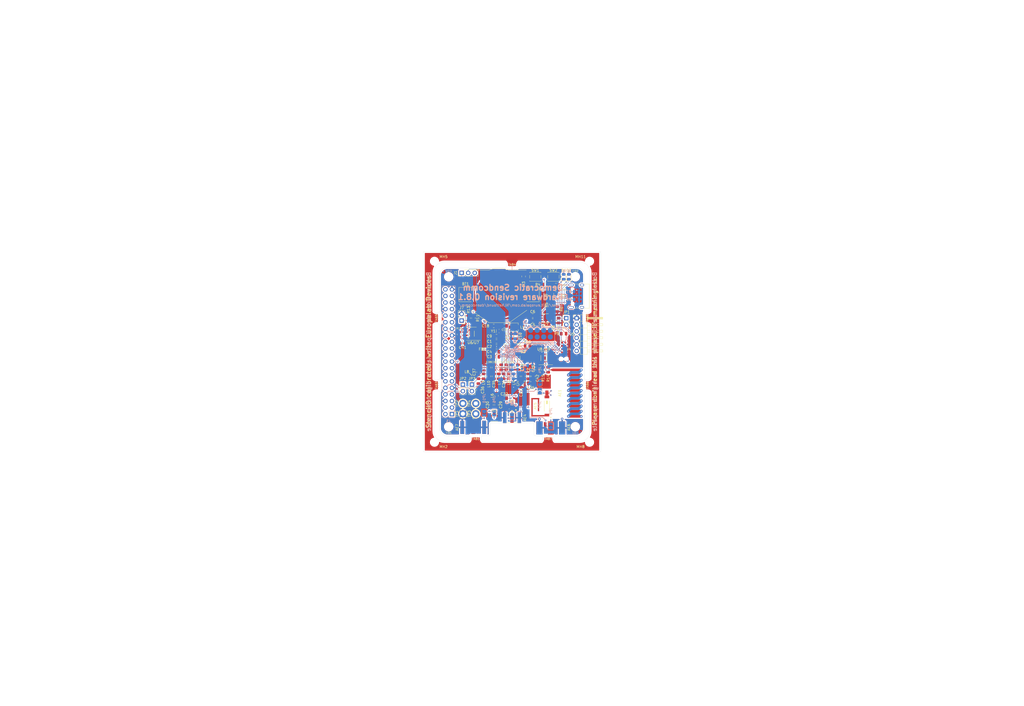
<source format=kicad_pcb>
(kicad_pcb (version 20171130) (host pcbnew 5.1.5+dfsg1-2build2)

  (general
    (thickness 1.6)
    (drawings 101)
    (tracks 783)
    (zones 0)
    (modules 124)
    (nets 135)
  )

  (page A3)
  (title_block
    (title "Democratic Sendcomm")
    (date 2020-09-25)
    (rev 0.8.1)
    (company "Europalab Devices")
    (comment 1 "Copyright © 2020, Europalab Devices")
    (comment 2 "Fulfilling requirements of 20200210")
    (comment 3 "Pending quality assurance testing")
    (comment 4 "Release revision for manufacturing")
  )

  (layers
    (0 F.Cu signal)
    (1 In1.Cu signal)
    (2 In2.Cu signal)
    (31 B.Cu signal)
    (34 B.Paste user)
    (35 F.Paste user)
    (36 B.SilkS user)
    (37 F.SilkS user)
    (38 B.Mask user)
    (39 F.Mask user)
    (40 Dwgs.User user)
    (41 Cmts.User user)
    (44 Edge.Cuts user)
    (45 Margin user)
    (46 B.CrtYd user)
    (47 F.CrtYd user)
    (48 B.Fab user)
    (49 F.Fab user)
  )

  (setup
    (last_trace_width 0.127)
    (user_trace_width 0.1016)
    (user_trace_width 0.127)
    (user_trace_width 0.2)
    (trace_clearance 0.09)
    (zone_clearance 0.508)
    (zone_45_only no)
    (trace_min 0.09)
    (via_size 0.356)
    (via_drill 0.2)
    (via_min_size 0.356)
    (via_min_drill 0.2)
    (user_via 0.45 0.2)
    (user_via 0.6 0.3)
    (uvia_size 0.45)
    (uvia_drill 0.1)
    (uvias_allowed no)
    (uvia_min_size 0.45)
    (uvia_min_drill 0.1)
    (edge_width 0.1)
    (segment_width 0.1)
    (pcb_text_width 0.25)
    (pcb_text_size 1 1)
    (mod_edge_width 0.15)
    (mod_text_size 1 1)
    (mod_text_width 0.15)
    (pad_size 0.32 0.32)
    (pad_drill 0)
    (pad_to_mask_clearance 0)
    (aux_axis_origin 0 0)
    (visible_elements 7FFFFFFF)
    (pcbplotparams
      (layerselection 0x313fc_ffffffff)
      (usegerberextensions true)
      (usegerberattributes false)
      (usegerberadvancedattributes false)
      (creategerberjobfile false)
      (excludeedgelayer true)
      (linewidth 0.150000)
      (plotframeref false)
      (viasonmask false)
      (mode 1)
      (useauxorigin false)
      (hpglpennumber 1)
      (hpglpenspeed 20)
      (hpglpendiameter 15.000000)
      (psnegative false)
      (psa4output false)
      (plotreference true)
      (plotvalue true)
      (plotinvisibletext false)
      (padsonsilk false)
      (subtractmaskfromsilk false)
      (outputformat 1)
      (mirror false)
      (drillshape 0)
      (scaleselection 1)
      (outputdirectory "fabsingle"))
  )

  (net 0 "")
  (net 1 GND)
  (net 2 "Net-(AE1-Pad1)")
  (net 3 /Sheet5F53D5B4/RFSWPWR)
  (net 4 "Net-(C8-Pad1)")
  (net 5 /Sheet5F53D5B4/POWAMP)
  (net 6 "Net-(C13-Pad1)")
  (net 7 /Sheet5F53D5B4/HFOUT)
  (net 8 +3V3)
  (net 9 "Net-(C29-Pad1)")
  (net 10 /Sheet5F53D5B4/UART_RX)
  (net 11 /Sheet5F53D5B4/UART_TX)
  (net 12 /Sheet5F53D5B4/HPOUT)
  (net 13 /Sheet5F53D5B4/HFIN)
  (net 14 /Sheet5F53D5B4/BANDSEL)
  (net 15 "Net-(XC1-Pad1)")
  (net 16 "Net-(BT1-Pad1)")
  (net 17 /Sheet5F53D5B4/USB_BUS)
  (net 18 "Net-(C33-Pad1)")
  (net 19 "Net-(C34-Pad1)")
  (net 20 /Sheet5F53D5B4/CMDRST)
  (net 21 "Net-(D1-Pad2)")
  (net 22 "Net-(D1-Pad1)")
  (net 23 "Net-(D2-Pad1)")
  (net 24 "Net-(D2-Pad2)")
  (net 25 /Sheet5F53D5B4/USB_P)
  (net 26 /Sheet5F53D5B4/USB_N)
  (net 27 /Sheet60040980/ID_SD)
  (net 28 /Sheet60040980/ID_SC)
  (net 29 /Sheet5F53D5B4/SWDCLK)
  (net 30 "Net-(J3-Pad7)")
  (net 31 "Net-(J3-Pad8)")
  (net 32 "Net-(J4-Pad6)")
  (net 33 /Sheet5F53D5B4/CN_VBAT)
  (net 34 /Sheet5F53D5B4/I2C_SCL)
  (net 35 /Sheet5F53D5B4/I2C_SDA)
  (net 36 "Net-(TP3-Pad1)")
  (net 37 "Net-(TP4-Pad1)")
  (net 38 /Sheet5F53D5B4/XCEIV)
  (net 39 /Sheet5F53D5B4/CRYSTAL_XIN-RESERVED)
  (net 40 /Sheet5F53D5B4/CRYSTAL_XOUT-RESERVED)
  (net 41 "Net-(AE5-Pad2)")
  (net 42 "Net-(C1-Pad1)")
  (net 43 "Net-(C7-Pad1)")
  (net 44 "Net-(C14-Pad1)")
  (net 45 "Net-(C17-Pad1)")
  (net 46 "Net-(C18-Pad2)")
  (net 47 "Net-(C19-Pad2)")
  (net 48 "Net-(C23-Pad2)")
  (net 49 "Net-(C23-Pad1)")
  (net 50 "Net-(C24-Pad1)")
  (net 51 "Net-(C24-Pad2)")
  (net 52 "Net-(C29-Pad2)")
  (net 53 "Net-(C33-Pad2)")
  (net 54 "Net-(C35-Pad2)")
  (net 55 "Net-(C40-Pad1)")
  (net 56 "Net-(J2-PadB5)")
  (net 57 "Net-(J2-PadA8)")
  (net 58 "Net-(J2-PadA5)")
  (net 59 "Net-(J2-PadB8)")
  (net 60 "Net-(J2-PadA4)")
  (net 61 "Net-(J3-Pad2)")
  (net 62 "Net-(J3-Pad3)")
  (net 63 "Net-(J3-Pad4)")
  (net 64 "Net-(J3-Pad5)")
  (net 65 "Net-(J3-Pad10)")
  (net 66 "Net-(J3-Pad11)")
  (net 67 "Net-(J3-Pad12)")
  (net 68 "Net-(J3-Pad13)")
  (net 69 "Net-(J3-Pad15)")
  (net 70 "Net-(J3-Pad16)")
  (net 71 "Net-(J3-Pad18)")
  (net 72 "Net-(J3-Pad19)")
  (net 73 "Net-(J3-Pad21)")
  (net 74 "Net-(J3-Pad22)")
  (net 75 "Net-(J3-Pad23)")
  (net 76 "Net-(J3-Pad24)")
  (net 77 "Net-(J3-Pad26)")
  (net 78 "Net-(J3-Pad29)")
  (net 79 "Net-(J3-Pad31)")
  (net 80 "Net-(J3-Pad32)")
  (net 81 "Net-(J3-Pad33)")
  (net 82 "Net-(J3-Pad35)")
  (net 83 "Net-(J3-Pad36)")
  (net 84 "Net-(J3-Pad37)")
  (net 85 "Net-(J3-Pad38)")
  (net 86 "Net-(J3-Pad40)")
  (net 87 "Net-(J4-Pad7)")
  (net 88 "Net-(J4-Pad8)")
  (net 89 "Net-(J5-Pad2)")
  (net 90 "Net-(J5-Pad3)")
  (net 91 "Net-(J5-Pad6)")
  (net 92 "Net-(J6-Pad1)")
  (net 93 "Net-(L1-Pad2)")
  (net 94 "Net-(R3-Pad1)")
  (net 95 "Net-(R4-Pad1)")
  (net 96 "Net-(R4-Pad2)")
  (net 97 "Net-(U2-Pad5)")
  (net 98 "Net-(U3-PadG1)")
  (net 99 "Net-(U3-PadH1)")
  (net 100 "Net-(U3-PadE3)")
  (net 101 "Net-(U3-PadB4)")
  (net 102 "Net-(U3-PadE4)")
  (net 103 "Net-(U3-PadF4)")
  (net 104 "Net-(U3-PadE5)")
  (net 105 "Net-(U3-PadH6)")
  (net 106 "Net-(U3-PadC7)")
  (net 107 "Net-(U3-PadD7)")
  (net 108 "Net-(U3-PadH7)")
  (net 109 "Net-(U3-PadD8)")
  (net 110 "Net-(U5-Pad3)")
  (net 111 "Net-(U5-Pad4)")
  (net 112 "Net-(U8-Pad7)")
  (net 113 "Net-(U8-Pad3)")
  (net 114 "Net-(U8-Pad2)")
  (net 115 "Net-(U8-Pad1)")
  (net 116 "Net-(U9-Pad1)")
  (net 117 "Net-(U9-Pad2)")
  (net 118 "Net-(U9-Pad3)")
  (net 119 "Net-(U9-Pad7)")
  (net 120 /Sheet5F53D5B4/SWDIO)
  (net 121 "Net-(AE2-Pad1)")
  (net 122 "Net-(AE4-Pad1)")
  (net 123 "Net-(AE5-Pad1)")
  (net 124 "Net-(AE6-Pad1)")
  (net 125 "Net-(AE7-Pad1)")
  (net 126 "Net-(JP10-Pad1)")
  (net 127 "Net-(J6-Pad2)")
  (net 128 "Net-(J6-Pad3)")
  (net 129 "Net-(J6-Pad4)")
  (net 130 "Net-(J6-Pad5)")
  (net 131 "Net-(J6-Pad6)")
  (net 132 "Net-(J6-Pad7)")
  (net 133 "Net-(J6-Pad8)")
  (net 134 "Net-(J7-Pad1)")

  (net_class Default "This is the default net class."
    (clearance 0.09)
    (trace_width 0.09)
    (via_dia 0.356)
    (via_drill 0.2)
    (uvia_dia 0.45)
    (uvia_drill 0.1)
    (add_net +3V3)
    (add_net /Sheet5F53D5B4/BANDSEL)
    (add_net /Sheet5F53D5B4/CMDRST)
    (add_net /Sheet5F53D5B4/CN_VBAT)
    (add_net /Sheet5F53D5B4/CRYSTAL_XIN-RESERVED)
    (add_net /Sheet5F53D5B4/CRYSTAL_XOUT-RESERVED)
    (add_net /Sheet5F53D5B4/HFIN)
    (add_net /Sheet5F53D5B4/HFOUT)
    (add_net /Sheet5F53D5B4/HPOUT)
    (add_net /Sheet5F53D5B4/I2C_SCL)
    (add_net /Sheet5F53D5B4/I2C_SDA)
    (add_net /Sheet5F53D5B4/POWAMP)
    (add_net /Sheet5F53D5B4/RFSWPWR)
    (add_net /Sheet5F53D5B4/SWDCLK)
    (add_net /Sheet5F53D5B4/SWDIO)
    (add_net /Sheet5F53D5B4/UART_RX)
    (add_net /Sheet5F53D5B4/UART_TX)
    (add_net /Sheet5F53D5B4/USB_BUS)
    (add_net /Sheet5F53D5B4/USB_N)
    (add_net /Sheet5F53D5B4/USB_P)
    (add_net /Sheet5F53D5B4/XCEIV)
    (add_net /Sheet60040980/ID_SC)
    (add_net /Sheet60040980/ID_SD)
    (add_net GND)
    (add_net "Net-(AE1-Pad1)")
    (add_net "Net-(AE2-Pad1)")
    (add_net "Net-(AE4-Pad1)")
    (add_net "Net-(AE5-Pad1)")
    (add_net "Net-(AE5-Pad2)")
    (add_net "Net-(AE6-Pad1)")
    (add_net "Net-(AE7-Pad1)")
    (add_net "Net-(BT1-Pad1)")
    (add_net "Net-(C1-Pad1)")
    (add_net "Net-(C13-Pad1)")
    (add_net "Net-(C14-Pad1)")
    (add_net "Net-(C17-Pad1)")
    (add_net "Net-(C18-Pad2)")
    (add_net "Net-(C19-Pad2)")
    (add_net "Net-(C23-Pad1)")
    (add_net "Net-(C23-Pad2)")
    (add_net "Net-(C24-Pad1)")
    (add_net "Net-(C24-Pad2)")
    (add_net "Net-(C29-Pad1)")
    (add_net "Net-(C29-Pad2)")
    (add_net "Net-(C33-Pad1)")
    (add_net "Net-(C33-Pad2)")
    (add_net "Net-(C34-Pad1)")
    (add_net "Net-(C35-Pad2)")
    (add_net "Net-(C40-Pad1)")
    (add_net "Net-(C7-Pad1)")
    (add_net "Net-(C8-Pad1)")
    (add_net "Net-(D1-Pad1)")
    (add_net "Net-(D1-Pad2)")
    (add_net "Net-(D2-Pad1)")
    (add_net "Net-(D2-Pad2)")
    (add_net "Net-(J2-PadA4)")
    (add_net "Net-(J2-PadA5)")
    (add_net "Net-(J2-PadA8)")
    (add_net "Net-(J2-PadB5)")
    (add_net "Net-(J2-PadB8)")
    (add_net "Net-(J3-Pad10)")
    (add_net "Net-(J3-Pad11)")
    (add_net "Net-(J3-Pad12)")
    (add_net "Net-(J3-Pad13)")
    (add_net "Net-(J3-Pad15)")
    (add_net "Net-(J3-Pad16)")
    (add_net "Net-(J3-Pad18)")
    (add_net "Net-(J3-Pad19)")
    (add_net "Net-(J3-Pad2)")
    (add_net "Net-(J3-Pad21)")
    (add_net "Net-(J3-Pad22)")
    (add_net "Net-(J3-Pad23)")
    (add_net "Net-(J3-Pad24)")
    (add_net "Net-(J3-Pad26)")
    (add_net "Net-(J3-Pad29)")
    (add_net "Net-(J3-Pad3)")
    (add_net "Net-(J3-Pad31)")
    (add_net "Net-(J3-Pad32)")
    (add_net "Net-(J3-Pad33)")
    (add_net "Net-(J3-Pad35)")
    (add_net "Net-(J3-Pad36)")
    (add_net "Net-(J3-Pad37)")
    (add_net "Net-(J3-Pad38)")
    (add_net "Net-(J3-Pad4)")
    (add_net "Net-(J3-Pad40)")
    (add_net "Net-(J3-Pad5)")
    (add_net "Net-(J3-Pad7)")
    (add_net "Net-(J3-Pad8)")
    (add_net "Net-(J4-Pad6)")
    (add_net "Net-(J4-Pad7)")
    (add_net "Net-(J4-Pad8)")
    (add_net "Net-(J5-Pad2)")
    (add_net "Net-(J5-Pad3)")
    (add_net "Net-(J5-Pad6)")
    (add_net "Net-(J6-Pad1)")
    (add_net "Net-(J6-Pad2)")
    (add_net "Net-(J6-Pad3)")
    (add_net "Net-(J6-Pad4)")
    (add_net "Net-(J6-Pad5)")
    (add_net "Net-(J6-Pad6)")
    (add_net "Net-(J6-Pad7)")
    (add_net "Net-(J6-Pad8)")
    (add_net "Net-(J7-Pad1)")
    (add_net "Net-(JP10-Pad1)")
    (add_net "Net-(L1-Pad2)")
    (add_net "Net-(R3-Pad1)")
    (add_net "Net-(R4-Pad1)")
    (add_net "Net-(R4-Pad2)")
    (add_net "Net-(TP3-Pad1)")
    (add_net "Net-(TP4-Pad1)")
    (add_net "Net-(U2-Pad5)")
    (add_net "Net-(U3-PadB4)")
    (add_net "Net-(U3-PadC7)")
    (add_net "Net-(U3-PadD7)")
    (add_net "Net-(U3-PadD8)")
    (add_net "Net-(U3-PadE3)")
    (add_net "Net-(U3-PadE4)")
    (add_net "Net-(U3-PadE5)")
    (add_net "Net-(U3-PadF4)")
    (add_net "Net-(U3-PadG1)")
    (add_net "Net-(U3-PadH1)")
    (add_net "Net-(U3-PadH6)")
    (add_net "Net-(U3-PadH7)")
    (add_net "Net-(U5-Pad3)")
    (add_net "Net-(U5-Pad4)")
    (add_net "Net-(U8-Pad1)")
    (add_net "Net-(U8-Pad2)")
    (add_net "Net-(U8-Pad3)")
    (add_net "Net-(U8-Pad7)")
    (add_net "Net-(U9-Pad1)")
    (add_net "Net-(U9-Pad2)")
    (add_net "Net-(U9-Pad3)")
    (add_net "Net-(U9-Pad7)")
    (add_net "Net-(XC1-Pad1)")
  )

  (net_class Power ""
    (clearance 0.2)
    (trace_width 0.5)
    (via_dia 1)
    (via_drill 0.7)
    (uvia_dia 0.5)
    (uvia_drill 0.1)
  )

  (module Elabdev:TFBGA-64_8x8_6.0x6.0mm_P0.65mm (layer F.Cu) (tedit 5F6BA77A) (tstamp 5F68786E)
    (at 210 148)
    (path /5F53D5B5/6052EF69)
    (solder_mask_margin 0.025)
    (clearance 0.0508)
    (attr smd)
    (fp_text reference U3 (at 4.25 0) (layer F.SilkS)
      (effects (font (size 1 1) (thickness 0.15)))
    )
    (fp_text value ATSAMR34 (at 0 4) (layer F.Fab)
      (effects (font (size 1 1) (thickness 0.15)))
    )
    (fp_line (start -2 -3) (end -3 -2) (layer F.Fab) (width 0.1))
    (fp_line (start -3 -2) (end -3 3) (layer F.Fab) (width 0.1))
    (fp_line (start -3 3) (end 3 3) (layer F.Fab) (width 0.1))
    (fp_line (start 3 3) (end 3 -3) (layer F.Fab) (width 0.1))
    (fp_line (start 3 -3) (end -2 -3) (layer F.Fab) (width 0.1))
    (fp_line (start 1.62 -3.12) (end 3.12 -3.12) (layer F.SilkS) (width 0.12))
    (fp_line (start 3.12 -3.12) (end 3.12 -1.62) (layer F.SilkS) (width 0.12))
    (fp_line (start 1.62 -3.12) (end 3.12 -3.12) (layer F.SilkS) (width 0.12))
    (fp_line (start 3.12 -3.12) (end 3.12 -1.62) (layer F.SilkS) (width 0.12))
    (fp_line (start 1.62 3.12) (end 3.12 3.12) (layer F.SilkS) (width 0.12))
    (fp_line (start 3.12 3.12) (end 3.12 1.62) (layer F.SilkS) (width 0.12))
    (fp_line (start 1.62 -3.12) (end 3.12 -3.12) (layer F.SilkS) (width 0.12))
    (fp_line (start 3.12 -3.12) (end 3.12 -1.62) (layer F.SilkS) (width 0.12))
    (fp_line (start -1.62 3.12) (end -3.12 3.12) (layer F.SilkS) (width 0.12))
    (fp_line (start -3.12 3.12) (end -3.12 1.62) (layer F.SilkS) (width 0.12))
    (fp_line (start -1.62 -3.12) (end -2 -3.12) (layer F.SilkS) (width 0.12))
    (fp_line (start -2 -3.12) (end -3.12 -2) (layer F.SilkS) (width 0.12))
    (fp_line (start -3.12 -2) (end -3.12 -1.62) (layer F.SilkS) (width 0.12))
    (fp_circle (center -3 -3) (end -3 -2.9) (layer F.SilkS) (width 0.2))
    (fp_line (start -4 -4) (end 4 -4) (layer F.CrtYd) (width 0.05))
    (fp_line (start 4 -4) (end 4 4) (layer F.CrtYd) (width 0.05))
    (fp_line (start 4 4) (end -4 4) (layer F.CrtYd) (width 0.05))
    (fp_line (start -4 4) (end -4 -4) (layer F.CrtYd) (width 0.05))
    (pad A1 smd circle (at -2.275 -2.275) (size 0.32 0.32) (layers F.Cu F.Paste F.Mask)
      (net 13 /Sheet5F53D5B4/HFIN))
    (pad B1 smd circle (at -2.275 -1.625) (size 0.32 0.32) (layers F.Cu F.Paste F.Mask)
      (net 7 /Sheet5F53D5B4/HFOUT))
    (pad C1 smd circle (at -2.275 -0.975) (size 0.32 0.32) (layers F.Cu F.Paste F.Mask)
      (net 42 "Net-(C1-Pad1)"))
    (pad D1 smd circle (at -2.275 -0.325) (size 0.32 0.32) (layers F.Cu F.Paste F.Mask)
      (net 5 /Sheet5F53D5B4/POWAMP))
    (pad E1 smd circle (at -2.275 0.325) (size 0.32 0.32) (layers F.Cu F.Paste F.Mask)
      (net 1 GND))
    (pad F1 smd circle (at -2.275 0.975) (size 0.32 0.32) (layers F.Cu F.Paste F.Mask)
      (net 12 /Sheet5F53D5B4/HPOUT))
    (pad G1 smd circle (at -2.275 1.625) (size 0.32 0.32) (layers F.Cu F.Paste F.Mask)
      (net 98 "Net-(U3-PadG1)"))
    (pad H1 smd circle (at -2.275 2.275) (size 0.32 0.32) (layers F.Cu F.Paste F.Mask)
      (net 99 "Net-(U3-PadH1)"))
    (pad A2 smd circle (at -1.625 -2.275) (size 0.32 0.32) (layers F.Cu F.Paste F.Mask)
      (net 1 GND))
    (pad B2 smd circle (at -1.625 -1.625) (size 0.32 0.32) (layers F.Cu F.Paste F.Mask)
      (net 1 GND))
    (pad C2 smd circle (at -1.625 -0.975) (size 0.32 0.32) (layers F.Cu F.Paste F.Mask)
      (net 42 "Net-(C1-Pad1)"))
    (pad D2 smd circle (at -1.625 -0.325) (size 0.32 0.32) (layers F.Cu F.Paste F.Mask)
      (net 38 /Sheet5F53D5B4/XCEIV))
    (pad E2 smd circle (at -1.625 0.325) (size 0.32 0.32) (layers F.Cu F.Paste F.Mask)
      (net 1 GND))
    (pad F2 smd circle (at -1.625 0.975) (size 0.32 0.32) (layers F.Cu F.Paste F.Mask)
      (net 1 GND))
    (pad G2 smd circle (at -1.625 1.625) (size 0.32 0.32) (layers F.Cu F.Paste F.Mask)
      (net 1 GND))
    (pad H2 smd circle (at -1.625 2.275) (size 0.32 0.32) (layers F.Cu F.Paste F.Mask)
      (net 44 "Net-(C14-Pad1)"))
    (pad A3 smd circle (at -0.975 -2.275) (size 0.32 0.32) (layers F.Cu F.Paste F.Mask)
      (net 46 "Net-(C18-Pad2)"))
    (pad B3 smd circle (at -0.975 -1.625) (size 0.32 0.32) (layers F.Cu F.Paste F.Mask)
      (net 1 GND))
    (pad C3 smd circle (at -0.975 -0.975) (size 0.32 0.32) (layers F.Cu F.Paste F.Mask)
      (net 33 /Sheet5F53D5B4/CN_VBAT))
    (pad D3 smd circle (at -0.975 -0.325) (size 0.32 0.32) (layers F.Cu F.Paste F.Mask)
      (net 11 /Sheet5F53D5B4/UART_TX))
    (pad E3 smd circle (at -0.975 0.325) (size 0.32 0.32) (layers F.Cu F.Paste F.Mask)
      (net 100 "Net-(U3-PadE3)"))
    (pad F3 smd circle (at -0.975 0.975) (size 0.32 0.32) (layers F.Cu F.Paste F.Mask)
      (net 17 /Sheet5F53D5B4/USB_BUS))
    (pad G3 smd circle (at -0.975 1.625) (size 0.32 0.32) (layers F.Cu F.Paste F.Mask)
      (net 1 GND))
    (pad H3 smd circle (at -0.975 2.275) (size 0.32 0.32) (layers F.Cu F.Paste F.Mask)
      (net 42 "Net-(C1-Pad1)"))
    (pad A4 smd circle (at -0.325 -2.275) (size 0.32 0.32) (layers F.Cu F.Paste F.Mask)
      (net 47 "Net-(C19-Pad2)"))
    (pad B4 smd circle (at -0.325 -1.625) (size 0.32 0.32) (layers F.Cu F.Paste F.Mask)
      (net 101 "Net-(U3-PadB4)"))
    (pad C4 smd circle (at -0.325 -0.975) (size 0.32 0.32) (layers F.Cu F.Paste F.Mask)
      (net 10 /Sheet5F53D5B4/UART_RX))
    (pad D4 smd circle (at -0.325 -0.325) (size 0.32 0.32) (layers F.Cu F.Paste F.Mask)
      (net 1 GND))
    (pad E4 smd circle (at -0.325 0.325) (size 0.32 0.32) (layers F.Cu F.Paste F.Mask)
      (net 102 "Net-(U3-PadE4)"))
    (pad F4 smd circle (at -0.325 0.975) (size 0.32 0.32) (layers F.Cu F.Paste F.Mask)
      (net 103 "Net-(U3-PadF4)"))
    (pad G4 smd circle (at -0.325 1.625) (size 0.32 0.32) (layers F.Cu F.Paste F.Mask)
      (net 8 +3V3))
    (pad H4 smd circle (at -0.325 2.275) (size 0.32 0.32) (layers F.Cu F.Paste F.Mask)
      (net 6 "Net-(C13-Pad1)"))
    (pad A5 smd circle (at 0.325 -2.275) (size 0.32 0.32) (layers F.Cu F.Paste F.Mask)
      (net 45 "Net-(C17-Pad1)"))
    (pad B5 smd circle (at 0.325 -1.625) (size 0.32 0.32) (layers F.Cu F.Paste F.Mask)
      (net 1 GND))
    (pad C5 smd circle (at 0.325 -0.975) (size 0.32 0.32) (layers F.Cu F.Paste F.Mask)
      (net 29 /Sheet5F53D5B4/SWDCLK))
    (pad D5 smd circle (at 0.325 -0.325) (size 0.32 0.32) (layers F.Cu F.Paste F.Mask)
      (net 120 /Sheet5F53D5B4/SWDIO))
    (pad E5 smd circle (at 0.325 0.325) (size 0.32 0.32) (layers F.Cu F.Paste F.Mask)
      (net 104 "Net-(U3-PadE5)"))
    (pad F5 smd circle (at 0.325 0.975) (size 0.32 0.32) (layers F.Cu F.Paste F.Mask)
      (net 3 /Sheet5F53D5B4/RFSWPWR))
    (pad G5 smd circle (at 0.325 1.625) (size 0.32 0.32) (layers F.Cu F.Paste F.Mask)
      (net 1 GND))
    (pad H5 smd circle (at 0.325 2.275) (size 0.32 0.32) (layers F.Cu F.Paste F.Mask)
      (net 1 GND))
    (pad A6 smd circle (at 0.975 -2.275) (size 0.32 0.32) (layers F.Cu F.Paste F.Mask)
      (net 93 "Net-(L1-Pad2)"))
    (pad B6 smd circle (at 0.975 -1.625) (size 0.32 0.32) (layers F.Cu F.Paste F.Mask)
      (net 20 /Sheet5F53D5B4/CMDRST))
    (pad C6 smd circle (at 0.975 -0.975) (size 0.32 0.32) (layers F.Cu F.Paste F.Mask)
      (net 95 "Net-(R4-Pad1)"))
    (pad D6 smd circle (at 0.975 -0.325) (size 0.32 0.32) (layers F.Cu F.Paste F.Mask)
      (net 1 GND))
    (pad E6 smd circle (at 0.975 0.325) (size 0.32 0.32) (layers F.Cu F.Paste F.Mask)
      (net 34 /Sheet5F53D5B4/I2C_SCL))
    (pad F6 smd circle (at 0.975 0.975) (size 0.32 0.32) (layers F.Cu F.Paste F.Mask)
      (net 14 /Sheet5F53D5B4/BANDSEL))
    (pad G6 smd circle (at 0.975 1.625) (size 0.32 0.32) (layers F.Cu F.Paste F.Mask)
      (net 1 GND))
    (pad H6 smd circle (at 0.975 2.275) (size 0.32 0.32) (layers F.Cu F.Paste F.Mask)
      (net 105 "Net-(U3-PadH6)"))
    (pad A7 smd circle (at 1.625 -2.275) (size 0.32 0.32) (layers F.Cu F.Paste F.Mask)
      (net 8 +3V3))
    (pad B7 smd circle (at 1.625 -1.625) (size 0.32 0.32) (layers F.Cu F.Paste F.Mask)
      (net 1 GND))
    (pad C7 smd circle (at 1.625 -0.975) (size 0.32 0.32) (layers F.Cu F.Paste F.Mask)
      (net 106 "Net-(U3-PadC7)"))
    (pad D7 smd circle (at 1.625 -0.325) (size 0.32 0.32) (layers F.Cu F.Paste F.Mask)
      (net 107 "Net-(U3-PadD7)"))
    (pad E7 smd circle (at 1.625 0.325) (size 0.32 0.32) (layers F.Cu F.Paste F.Mask)
      (net 22 "Net-(D1-Pad1)"))
    (pad F7 smd circle (at 1.625 0.975) (size 0.32 0.32) (layers F.Cu F.Paste F.Mask)
      (net 35 /Sheet5F53D5B4/I2C_SDA))
    (pad G7 smd circle (at 1.625 1.625) (size 0.32 0.32) (layers F.Cu F.Paste F.Mask)
      (net 1 GND))
    (pad H7 smd circle (at 1.625 2.275) (size 0.32 0.32) (layers F.Cu F.Paste F.Mask)
      (net 108 "Net-(U3-PadH7)"))
    (pad A8 smd circle (at 2.275 -2.275) (size 0.32 0.32) (layers F.Cu F.Paste F.Mask)
      (net 8 +3V3))
    (pad B8 smd circle (at 2.275 -1.625) (size 0.32 0.32) (layers F.Cu F.Paste F.Mask)
      (net 26 /Sheet5F53D5B4/USB_N))
    (pad C8 smd circle (at 2.275 -0.975) (size 0.32 0.32) (layers F.Cu F.Paste F.Mask)
      (net 25 /Sheet5F53D5B4/USB_P))
    (pad D8 smd circle (at 2.275 -0.325) (size 0.32 0.32) (layers F.Cu F.Paste F.Mask)
      (net 109 "Net-(U3-PadD8)"))
    (pad E8 smd circle (at 2.275 0.325) (size 0.32 0.32) (layers F.Cu F.Paste F.Mask)
      (net 23 "Net-(D2-Pad1)"))
    (pad F8 smd circle (at 2.275 0.975) (size 0.32 0.32) (layers F.Cu F.Paste F.Mask)
      (net 39 /Sheet5F53D5B4/CRYSTAL_XIN-RESERVED))
    (pad G8 smd circle (at 2.275 1.625) (size 0.32 0.32) (layers F.Cu F.Paste F.Mask)
      (net 40 /Sheet5F53D5B4/CRYSTAL_XOUT-RESERVED))
    (pad H8 smd circle (at 2.275 2.275) (size 0.32 0.32) (layers F.Cu F.Paste F.Mask)
      (net 8 +3V3))
    (model ${KISYS3DMOD}/Package_BGA.3dshapes/TFBGA-64_5x5mm_Layout8x8_P0.5mm.wrl
      (at (xyz 0 0 0))
      (scale (xyz 1.2 1.2 1.2))
      (rotate (xyz 0 0 0))
    )
  )

  (module Elabdev:Panel_Mousetab_25mm_Single (layer F.Cu) (tedit 5CD9E502) (tstamp 5F680FEC)
    (at 224 181.75 90)
    (path /5CD9EB0D)
    (fp_text reference TAB7 (at 0 0) (layer F.SilkS)
      (effects (font (size 0.8 0.8) (thickness 0.13)))
    )
    (fp_text value Pantab (at 0 3.5 90) (layer F.Fab)
      (effects (font (size 1 1) (thickness 0.15)))
    )
    (fp_line (start 1.25 -2.2) (end 1.25 2.2) (layer F.Fab) (width 0.15))
    (fp_line (start -1.25 -2.2) (end -1.25 2.2) (layer F.Fab) (width 0.15))
    (fp_line (start 2.1 -2.6) (end 2.1 2.6) (layer F.CrtYd) (width 0.15))
    (fp_line (start 2.1 2.6) (end -2.1 2.6) (layer F.CrtYd) (width 0.15))
    (fp_line (start -2.1 2.6) (end -2.1 -2.6) (layer F.CrtYd) (width 0.15))
    (fp_line (start -2.1 -2.6) (end 2.1 -2.6) (layer F.CrtYd) (width 0.15))
    (pad "" np_thru_hole circle (at 1.35 2 90) (size 0.5 0.5) (drill 0.5) (layers *.Cu))
    (pad "" np_thru_hole circle (at 1.35 1.2 90) (size 0.5 0.5) (drill 0.5) (layers *.Cu))
    (pad "" np_thru_hole circle (at 1.35 0.4 90) (size 0.5 0.5) (drill 0.5) (layers *.Cu))
    (pad "" np_thru_hole circle (at 1.35 -0.4 90) (size 0.5 0.5) (drill 0.5) (layers *.Cu))
    (pad "" np_thru_hole circle (at 1.35 -1.2 90) (size 0.5 0.5) (drill 0.5) (layers *.Cu))
    (pad "" np_thru_hole circle (at 1.35 -2 90) (size 0.5 0.5) (drill 0.5) (layers *.Cu))
  )

  (module Elabdev:Panel_Mousetab_25mm_Single (layer F.Cu) (tedit 5CD9E59A) (tstamp 5F4C0A71)
    (at 210 114.25 270)
    (path /5CD5C3A7)
    (fp_text reference TAB4 (at 0 0 180) (layer F.SilkS)
      (effects (font (size 0.8 0.8) (thickness 0.13)))
    )
    (fp_text value Pantab (at 0 -3.5 270) (layer F.Fab)
      (effects (font (size 1 1) (thickness 0.15)))
    )
    (fp_line (start 1.25 -2.2) (end 1.25 2.2) (layer F.Fab) (width 0.15))
    (fp_line (start -1.25 -2.2) (end -1.25 2.2) (layer F.Fab) (width 0.15))
    (fp_line (start 2.1 -2.6) (end 2.1 2.6) (layer F.CrtYd) (width 0.15))
    (fp_line (start 2.1 2.6) (end -2.1 2.6) (layer F.CrtYd) (width 0.15))
    (fp_line (start -2.1 2.6) (end -2.1 -2.6) (layer F.CrtYd) (width 0.15))
    (fp_line (start -2.1 -2.6) (end 2.1 -2.6) (layer F.CrtYd) (width 0.15))
    (pad "" np_thru_hole circle (at 1.35 2 270) (size 0.5 0.5) (drill 0.5) (layers *.Cu))
    (pad "" np_thru_hole circle (at 1.35 1.2 270) (size 0.5 0.5) (drill 0.5) (layers *.Cu))
    (pad "" np_thru_hole circle (at 1.35 0.4 270) (size 0.5 0.5) (drill 0.5) (layers *.Cu))
    (pad "" np_thru_hole circle (at 1.35 -0.4 270) (size 0.5 0.5) (drill 0.5) (layers *.Cu))
    (pad "" np_thru_hole circle (at 1.35 -1.2 270) (size 0.5 0.5) (drill 0.5) (layers *.Cu))
    (pad "" np_thru_hole circle (at 1.35 -2 270) (size 0.5 0.5) (drill 0.5) (layers *.Cu))
  )

  (module Elabdev:Panel_Mousetab_25mm_Single (layer F.Cu) (tedit 5CD9E502) (tstamp 5CE1C45C)
    (at 196 181.75 90)
    (path /5CD9EB0D)
    (fp_text reference TAB1 (at 0 0) (layer F.SilkS)
      (effects (font (size 0.8 0.8) (thickness 0.13)))
    )
    (fp_text value Pantab (at 0 3.5 90) (layer F.Fab)
      (effects (font (size 1 1) (thickness 0.15)))
    )
    (fp_line (start -2.1 -2.6) (end 2.1 -2.6) (layer F.CrtYd) (width 0.15))
    (fp_line (start -2.1 2.6) (end -2.1 -2.6) (layer F.CrtYd) (width 0.15))
    (fp_line (start 2.1 2.6) (end -2.1 2.6) (layer F.CrtYd) (width 0.15))
    (fp_line (start 2.1 -2.6) (end 2.1 2.6) (layer F.CrtYd) (width 0.15))
    (fp_line (start -1.25 -2.2) (end -1.25 2.2) (layer F.Fab) (width 0.15))
    (fp_line (start 1.25 -2.2) (end 1.25 2.2) (layer F.Fab) (width 0.15))
    (pad "" np_thru_hole circle (at 1.35 -2 90) (size 0.5 0.5) (drill 0.5) (layers *.Cu))
    (pad "" np_thru_hole circle (at 1.35 -1.2 90) (size 0.5 0.5) (drill 0.5) (layers *.Cu))
    (pad "" np_thru_hole circle (at 1.35 -0.4 90) (size 0.5 0.5) (drill 0.5) (layers *.Cu))
    (pad "" np_thru_hole circle (at 1.35 0.4 90) (size 0.5 0.5) (drill 0.5) (layers *.Cu))
    (pad "" np_thru_hole circle (at 1.35 1.2 90) (size 0.5 0.5) (drill 0.5) (layers *.Cu))
    (pad "" np_thru_hole circle (at 1.35 2 90) (size 0.5 0.5) (drill 0.5) (layers *.Cu))
  )

  (module Elabdev:Panel_Mousetab_25mm_Single (layer F.Cu) (tedit 5CD5AA6C) (tstamp 5F4C1007)
    (at 180.75 161)
    (path /5CD5C074)
    (fp_text reference TAB2 (at 0 0 90) (layer F.SilkS)
      (effects (font (size 0.8 0.8) (thickness 0.13)))
    )
    (fp_text value Pantab (at -2.5 0 -270) (layer F.Fab)
      (effects (font (size 1 1) (thickness 0.15)))
    )
    (fp_line (start -2.1 -2.6) (end 2.1 -2.6) (layer F.CrtYd) (width 0.15))
    (fp_line (start -2.1 2.6) (end -2.1 -2.6) (layer F.CrtYd) (width 0.15))
    (fp_line (start 2.1 2.6) (end -2.1 2.6) (layer F.CrtYd) (width 0.15))
    (fp_line (start 2.1 -2.6) (end 2.1 2.6) (layer F.CrtYd) (width 0.15))
    (fp_line (start -1.25 -2.2) (end -1.25 2.2) (layer F.Fab) (width 0.15))
    (fp_line (start 1.25 -2.2) (end 1.25 2.2) (layer F.Fab) (width 0.15))
    (pad "" np_thru_hole circle (at 1.35 -2) (size 0.5 0.5) (drill 0.5) (layers *.Cu))
    (pad "" np_thru_hole circle (at 1.35 -1.2) (size 0.5 0.5) (drill 0.5) (layers *.Cu))
    (pad "" np_thru_hole circle (at 1.35 -0.4) (size 0.5 0.5) (drill 0.5) (layers *.Cu))
    (pad "" np_thru_hole circle (at 1.35 0.4) (size 0.5 0.5) (drill 0.5) (layers *.Cu))
    (pad "" np_thru_hole circle (at 1.35 1.2) (size 0.5 0.5) (drill 0.5) (layers *.Cu))
    (pad "" np_thru_hole circle (at 1.35 2) (size 0.5 0.5) (drill 0.5) (layers *.Cu))
  )

  (module Elabdev:Panel_Mousetab_25mm_Single (layer F.Cu) (tedit 5CD5AA6C) (tstamp 5F4C1047)
    (at 180.75 135)
    (path /5CD5C074)
    (fp_text reference TAB3 (at 0 0 90) (layer F.SilkS)
      (effects (font (size 0.8 0.8) (thickness 0.13)))
    )
    (fp_text value Pantab (at -2.5 0 -270) (layer F.Fab)
      (effects (font (size 1 1) (thickness 0.15)))
    )
    (fp_line (start 1.25 -2.2) (end 1.25 2.2) (layer F.Fab) (width 0.15))
    (fp_line (start -1.25 -2.2) (end -1.25 2.2) (layer F.Fab) (width 0.15))
    (fp_line (start 2.1 -2.6) (end 2.1 2.6) (layer F.CrtYd) (width 0.15))
    (fp_line (start 2.1 2.6) (end -2.1 2.6) (layer F.CrtYd) (width 0.15))
    (fp_line (start -2.1 2.6) (end -2.1 -2.6) (layer F.CrtYd) (width 0.15))
    (fp_line (start -2.1 -2.6) (end 2.1 -2.6) (layer F.CrtYd) (width 0.15))
    (pad "" np_thru_hole circle (at 1.35 2) (size 0.5 0.5) (drill 0.5) (layers *.Cu))
    (pad "" np_thru_hole circle (at 1.35 1.2) (size 0.5 0.5) (drill 0.5) (layers *.Cu))
    (pad "" np_thru_hole circle (at 1.35 0.4) (size 0.5 0.5) (drill 0.5) (layers *.Cu))
    (pad "" np_thru_hole circle (at 1.35 -0.4) (size 0.5 0.5) (drill 0.5) (layers *.Cu))
    (pad "" np_thru_hole circle (at 1.35 -1.2) (size 0.5 0.5) (drill 0.5) (layers *.Cu))
    (pad "" np_thru_hole circle (at 1.35 -2) (size 0.5 0.5) (drill 0.5) (layers *.Cu))
  )

  (module Elabdev:Panel_Mousetab_25mm_Single (layer F.Cu) (tedit 5CD5AA6C) (tstamp 5F4C108A)
    (at 239.25 135 180)
    (path /5CD5C074)
    (fp_text reference TAB5 (at 0 0 90) (layer F.SilkS)
      (effects (font (size 0.8 0.8) (thickness 0.13)))
    )
    (fp_text value Pantab (at -2.5 0 90) (layer F.Fab)
      (effects (font (size 1 1) (thickness 0.15)))
    )
    (fp_line (start 1.25 -2.2) (end 1.25 2.2) (layer F.Fab) (width 0.15))
    (fp_line (start -1.25 -2.2) (end -1.25 2.2) (layer F.Fab) (width 0.15))
    (fp_line (start 2.1 -2.6) (end 2.1 2.6) (layer F.CrtYd) (width 0.15))
    (fp_line (start 2.1 2.6) (end -2.1 2.6) (layer F.CrtYd) (width 0.15))
    (fp_line (start -2.1 2.6) (end -2.1 -2.6) (layer F.CrtYd) (width 0.15))
    (fp_line (start -2.1 -2.6) (end 2.1 -2.6) (layer F.CrtYd) (width 0.15))
    (pad "" np_thru_hole circle (at 1.35 2 180) (size 0.5 0.5) (drill 0.5) (layers *.Cu))
    (pad "" np_thru_hole circle (at 1.35 1.2 180) (size 0.5 0.5) (drill 0.5) (layers *.Cu))
    (pad "" np_thru_hole circle (at 1.35 0.4 180) (size 0.5 0.5) (drill 0.5) (layers *.Cu))
    (pad "" np_thru_hole circle (at 1.35 -0.4 180) (size 0.5 0.5) (drill 0.5) (layers *.Cu))
    (pad "" np_thru_hole circle (at 1.35 -1.2 180) (size 0.5 0.5) (drill 0.5) (layers *.Cu))
    (pad "" np_thru_hole circle (at 1.35 -2 180) (size 0.5 0.5) (drill 0.5) (layers *.Cu))
  )

  (module Elabdev:Panel_Mousetab_25mm_Single (layer F.Cu) (tedit 5CD5AA6C) (tstamp 5F4C1067)
    (at 239.25 161 180)
    (path /5CD5C074)
    (fp_text reference TAB6 (at 0 0 90) (layer F.SilkS)
      (effects (font (size 0.8 0.8) (thickness 0.13)))
    )
    (fp_text value Pantab (at -2.5 0 90) (layer F.Fab)
      (effects (font (size 1 1) (thickness 0.15)))
    )
    (fp_line (start -2.1 -2.6) (end 2.1 -2.6) (layer F.CrtYd) (width 0.15))
    (fp_line (start -2.1 2.6) (end -2.1 -2.6) (layer F.CrtYd) (width 0.15))
    (fp_line (start 2.1 2.6) (end -2.1 2.6) (layer F.CrtYd) (width 0.15))
    (fp_line (start 2.1 -2.6) (end 2.1 2.6) (layer F.CrtYd) (width 0.15))
    (fp_line (start -1.25 -2.2) (end -1.25 2.2) (layer F.Fab) (width 0.15))
    (fp_line (start 1.25 -2.2) (end 1.25 2.2) (layer F.Fab) (width 0.15))
    (pad "" np_thru_hole circle (at 1.35 -2 180) (size 0.5 0.5) (drill 0.5) (layers *.Cu))
    (pad "" np_thru_hole circle (at 1.35 -1.2 180) (size 0.5 0.5) (drill 0.5) (layers *.Cu))
    (pad "" np_thru_hole circle (at 1.35 -0.4 180) (size 0.5 0.5) (drill 0.5) (layers *.Cu))
    (pad "" np_thru_hole circle (at 1.35 0.4 180) (size 0.5 0.5) (drill 0.5) (layers *.Cu))
    (pad "" np_thru_hole circle (at 1.35 1.2 180) (size 0.5 0.5) (drill 0.5) (layers *.Cu))
    (pad "" np_thru_hole circle (at 1.35 2 180) (size 0.5 0.5) (drill 0.5) (layers *.Cu))
  )

  (module Connector_PinSocket_2.54mm:PinSocket_2x20_P2.54mm_Vertical (layer B.Cu) (tedit 5A19A433) (tstamp 5F683F15)
    (at 186.77 172.13)
    (descr "Through hole straight socket strip, 2x20, 2.54mm pitch, double cols (from Kicad 4.0.7), script generated")
    (tags "Through hole socket strip THT 2x20 2.54mm double row")
    (path /60040981/5F6A7FD9)
    (fp_text reference J3 (at -1.27 2.77) (layer B.SilkS)
      (effects (font (size 1 1) (thickness 0.15)) (justify mirror))
    )
    (fp_text value RPIHAT-40W (at -1.27 -51.03) (layer B.Fab)
      (effects (font (size 1 1) (thickness 0.15)) (justify mirror))
    )
    (fp_line (start -3.81 1.27) (end 0.27 1.27) (layer B.Fab) (width 0.1))
    (fp_line (start 0.27 1.27) (end 1.27 0.27) (layer B.Fab) (width 0.1))
    (fp_line (start 1.27 0.27) (end 1.27 -49.53) (layer B.Fab) (width 0.1))
    (fp_line (start 1.27 -49.53) (end -3.81 -49.53) (layer B.Fab) (width 0.1))
    (fp_line (start -3.81 -49.53) (end -3.81 1.27) (layer B.Fab) (width 0.1))
    (fp_line (start -3.87 1.33) (end -1.27 1.33) (layer B.SilkS) (width 0.12))
    (fp_line (start -3.87 1.33) (end -3.87 -49.59) (layer B.SilkS) (width 0.12))
    (fp_line (start -3.87 -49.59) (end 1.33 -49.59) (layer B.SilkS) (width 0.12))
    (fp_line (start 1.33 -1.27) (end 1.33 -49.59) (layer B.SilkS) (width 0.12))
    (fp_line (start -1.27 -1.27) (end 1.33 -1.27) (layer B.SilkS) (width 0.12))
    (fp_line (start -1.27 1.33) (end -1.27 -1.27) (layer B.SilkS) (width 0.12))
    (fp_line (start 1.33 1.33) (end 1.33 0) (layer B.SilkS) (width 0.12))
    (fp_line (start 0 1.33) (end 1.33 1.33) (layer B.SilkS) (width 0.12))
    (fp_line (start -4.34 1.8) (end 1.76 1.8) (layer B.CrtYd) (width 0.05))
    (fp_line (start 1.76 1.8) (end 1.76 -50) (layer B.CrtYd) (width 0.05))
    (fp_line (start 1.76 -50) (end -4.34 -50) (layer B.CrtYd) (width 0.05))
    (fp_line (start -4.34 -50) (end -4.34 1.8) (layer B.CrtYd) (width 0.05))
    (fp_text user %R (at -1.27 -24.13 -90) (layer B.Fab)
      (effects (font (size 1 1) (thickness 0.15)) (justify mirror))
    )
    (pad 1 thru_hole rect (at 0 0) (size 1.7 1.7) (drill 1) (layers *.Cu *.Mask)
      (net 8 +3V3))
    (pad 2 thru_hole oval (at -2.54 0) (size 1.7 1.7) (drill 1) (layers *.Cu *.Mask)
      (net 61 "Net-(J3-Pad2)"))
    (pad 3 thru_hole oval (at 0 -2.54) (size 1.7 1.7) (drill 1) (layers *.Cu *.Mask)
      (net 62 "Net-(J3-Pad3)"))
    (pad 4 thru_hole oval (at -2.54 -2.54) (size 1.7 1.7) (drill 1) (layers *.Cu *.Mask)
      (net 63 "Net-(J3-Pad4)"))
    (pad 5 thru_hole oval (at 0 -5.08) (size 1.7 1.7) (drill 1) (layers *.Cu *.Mask)
      (net 64 "Net-(J3-Pad5)"))
    (pad 6 thru_hole oval (at -2.54 -5.08) (size 1.7 1.7) (drill 1) (layers *.Cu *.Mask)
      (net 1 GND))
    (pad 7 thru_hole oval (at 0 -7.62) (size 1.7 1.7) (drill 1) (layers *.Cu *.Mask)
      (net 30 "Net-(J3-Pad7)"))
    (pad 8 thru_hole oval (at -2.54 -7.62) (size 1.7 1.7) (drill 1) (layers *.Cu *.Mask)
      (net 31 "Net-(J3-Pad8)"))
    (pad 9 thru_hole oval (at 0 -10.16) (size 1.7 1.7) (drill 1) (layers *.Cu *.Mask)
      (net 1 GND))
    (pad 10 thru_hole oval (at -2.54 -10.16) (size 1.7 1.7) (drill 1) (layers *.Cu *.Mask)
      (net 65 "Net-(J3-Pad10)"))
    (pad 11 thru_hole oval (at 0 -12.7) (size 1.7 1.7) (drill 1) (layers *.Cu *.Mask)
      (net 66 "Net-(J3-Pad11)"))
    (pad 12 thru_hole oval (at -2.54 -12.7) (size 1.7 1.7) (drill 1) (layers *.Cu *.Mask)
      (net 67 "Net-(J3-Pad12)"))
    (pad 13 thru_hole oval (at 0 -15.24) (size 1.7 1.7) (drill 1) (layers *.Cu *.Mask)
      (net 68 "Net-(J3-Pad13)"))
    (pad 14 thru_hole oval (at -2.54 -15.24) (size 1.7 1.7) (drill 1) (layers *.Cu *.Mask)
      (net 1 GND))
    (pad 15 thru_hole oval (at 0 -17.78) (size 1.7 1.7) (drill 1) (layers *.Cu *.Mask)
      (net 69 "Net-(J3-Pad15)"))
    (pad 16 thru_hole oval (at -2.54 -17.78) (size 1.7 1.7) (drill 1) (layers *.Cu *.Mask)
      (net 70 "Net-(J3-Pad16)"))
    (pad 17 thru_hole oval (at 0 -20.32) (size 1.7 1.7) (drill 1) (layers *.Cu *.Mask)
      (net 8 +3V3))
    (pad 18 thru_hole oval (at -2.54 -20.32) (size 1.7 1.7) (drill 1) (layers *.Cu *.Mask)
      (net 71 "Net-(J3-Pad18)"))
    (pad 19 thru_hole oval (at 0 -22.86) (size 1.7 1.7) (drill 1) (layers *.Cu *.Mask)
      (net 72 "Net-(J3-Pad19)"))
    (pad 20 thru_hole oval (at -2.54 -22.86) (size 1.7 1.7) (drill 1) (layers *.Cu *.Mask)
      (net 1 GND))
    (pad 21 thru_hole oval (at 0 -25.4) (size 1.7 1.7) (drill 1) (layers *.Cu *.Mask)
      (net 73 "Net-(J3-Pad21)"))
    (pad 22 thru_hole oval (at -2.54 -25.4) (size 1.7 1.7) (drill 1) (layers *.Cu *.Mask)
      (net 74 "Net-(J3-Pad22)"))
    (pad 23 thru_hole oval (at 0 -27.94) (size 1.7 1.7) (drill 1) (layers *.Cu *.Mask)
      (net 75 "Net-(J3-Pad23)"))
    (pad 24 thru_hole oval (at -2.54 -27.94) (size 1.7 1.7) (drill 1) (layers *.Cu *.Mask)
      (net 76 "Net-(J3-Pad24)"))
    (pad 25 thru_hole oval (at 0 -30.48) (size 1.7 1.7) (drill 1) (layers *.Cu *.Mask)
      (net 1 GND))
    (pad 26 thru_hole oval (at -2.54 -30.48) (size 1.7 1.7) (drill 1) (layers *.Cu *.Mask)
      (net 77 "Net-(J3-Pad26)"))
    (pad 27 thru_hole oval (at 0 -33.02) (size 1.7 1.7) (drill 1) (layers *.Cu *.Mask)
      (net 27 /Sheet60040980/ID_SD))
    (pad 28 thru_hole oval (at -2.54 -33.02) (size 1.7 1.7) (drill 1) (layers *.Cu *.Mask)
      (net 28 /Sheet60040980/ID_SC))
    (pad 29 thru_hole oval (at 0 -35.56) (size 1.7 1.7) (drill 1) (layers *.Cu *.Mask)
      (net 78 "Net-(J3-Pad29)"))
    (pad 30 thru_hole oval (at -2.54 -35.56) (size 1.7 1.7) (drill 1) (layers *.Cu *.Mask)
      (net 1 GND))
    (pad 31 thru_hole oval (at 0 -38.1) (size 1.7 1.7) (drill 1) (layers *.Cu *.Mask)
      (net 79 "Net-(J3-Pad31)"))
    (pad 32 thru_hole oval (at -2.54 -38.1) (size 1.7 1.7) (drill 1) (layers *.Cu *.Mask)
      (net 80 "Net-(J3-Pad32)"))
    (pad 33 thru_hole oval (at 0 -40.64) (size 1.7 1.7) (drill 1) (layers *.Cu *.Mask)
      (net 81 "Net-(J3-Pad33)"))
    (pad 34 thru_hole oval (at -2.54 -40.64) (size 1.7 1.7) (drill 1) (layers *.Cu *.Mask)
      (net 1 GND))
    (pad 35 thru_hole oval (at 0 -43.18) (size 1.7 1.7) (drill 1) (layers *.Cu *.Mask)
      (net 82 "Net-(J3-Pad35)"))
    (pad 36 thru_hole oval (at -2.54 -43.18) (size 1.7 1.7) (drill 1) (layers *.Cu *.Mask)
      (net 83 "Net-(J3-Pad36)"))
    (pad 37 thru_hole oval (at 0 -45.72) (size 1.7 1.7) (drill 1) (layers *.Cu *.Mask)
      (net 84 "Net-(J3-Pad37)"))
    (pad 38 thru_hole oval (at -2.54 -45.72) (size 1.7 1.7) (drill 1) (layers *.Cu *.Mask)
      (net 85 "Net-(J3-Pad38)"))
    (pad 39 thru_hole oval (at 0 -48.26) (size 1.7 1.7) (drill 1) (layers *.Cu *.Mask)
      (net 1 GND))
    (pad 40 thru_hole oval (at -2.54 -48.26) (size 1.7 1.7) (drill 1) (layers *.Cu *.Mask)
      (net 86 "Net-(J3-Pad40)"))
    (model ${KISYS3DMOD}/Connector_PinSocket_2.54mm.3dshapes/PinSocket_2x20_P2.54mm_Vertical.wrl
      (at (xyz 0 0 0))
      (scale (xyz 1 1 1))
      (rotate (xyz 0 0 0))
    )
  )

  (module RF_Antenna:Texas_SWRA416_868MHz_915MHz (layer F.Cu) (tedit 5CF40AFD) (tstamp 5F686F31)
    (at 231 164 270)
    (descr http://www.ti.com/lit/an/swra416/swra416.pdf)
    (tags "PCB antenna")
    (path /5F5C0728/60008187)
    (attr smd)
    (fp_text reference AE1 (at 0 2.5 90) (layer F.SilkS)
      (effects (font (size 1 1) (thickness 0.15)))
    )
    (fp_text value Antenna (at 0.1 -7.6 90) (layer F.Fab)
      (effects (font (size 1 1) (thickness 0.15)))
    )
    (fp_line (start 9.7 2.1) (end 6.2 5.7) (layer Dwgs.User) (width 0.12))
    (fp_line (start 9.7 0.1) (end 4.3 5.7) (layer Dwgs.User) (width 0.12))
    (fp_line (start 9.7 -1.9) (end 2.3 5.7) (layer Dwgs.User) (width 0.12))
    (fp_line (start 9.7 -3.9) (end 0.2 5.7) (layer Dwgs.User) (width 0.12))
    (fp_line (start 9.7 -5.9) (end -1.8 5.7) (layer Dwgs.User) (width 0.12))
    (fp_line (start 8.3 -6.5) (end -3.8 5.7) (layer Dwgs.User) (width 0.12))
    (fp_line (start 6.3 -6.5) (end -5.8 5.7) (layer Dwgs.User) (width 0.12))
    (fp_line (start 4.3 -6.5) (end -7.8 5.7) (layer Dwgs.User) (width 0.12))
    (fp_line (start -9.7 5.5) (end 2.3 -6.5) (layer Dwgs.User) (width 0.12))
    (fp_line (start -9.7 3.5) (end 0.3 -6.5) (layer Dwgs.User) (width 0.12))
    (fp_line (start -9.7 1.5) (end -1.7 -6.5) (layer Dwgs.User) (width 0.12))
    (fp_line (start -9.7 -0.5) (end -3.7 -6.5) (layer Dwgs.User) (width 0.12))
    (fp_line (start -9.7 -2.5) (end -5.7 -6.5) (layer Dwgs.User) (width 0.12))
    (fp_line (start -9.7 -4.5) (end -7.7 -6.5) (layer Dwgs.User) (width 0.12))
    (fp_line (start 9.7 -6.5) (end -9.7 -6.5) (layer Dwgs.User) (width 0.15))
    (fp_line (start 9.7 5.7) (end 9.7 -6.5) (layer Dwgs.User) (width 0.15))
    (fp_line (start -9.7 5.7) (end 9.7 5.7) (layer Dwgs.User) (width 0.15))
    (fp_line (start -9.7 -6.5) (end -9.7 5.7) (layer Dwgs.User) (width 0.15))
    (fp_line (start 7 -5.8) (end 8 -4.8) (layer B.Cu) (width 1))
    (fp_line (start 8 -1.8) (end 9 -0.8) (layer B.Cu) (width 1))
    (fp_line (start 8 -4.8) (end 8 -1.8) (layer B.Cu) (width 1))
    (fp_line (start 9 -5.8) (end 9 -0.8) (layer F.Cu) (width 1))
    (fp_line (start 5 -5.8) (end 6 -4.8) (layer B.Cu) (width 1))
    (fp_line (start 6 -1.8) (end 7 -0.8) (layer B.Cu) (width 1))
    (fp_line (start 6 -4.8) (end 6 -1.8) (layer B.Cu) (width 1))
    (fp_line (start 7 -5.8) (end 7 -0.8) (layer F.Cu) (width 1))
    (fp_line (start 3 -5.8) (end 4 -4.8) (layer B.Cu) (width 1))
    (fp_line (start 4 -1.8) (end 5 -0.8) (layer B.Cu) (width 1))
    (fp_line (start 4 -4.8) (end 4 -1.8) (layer B.Cu) (width 1))
    (fp_line (start 5 -5.8) (end 5 -0.8) (layer F.Cu) (width 1))
    (fp_line (start 1 -5.8) (end 2 -4.8) (layer B.Cu) (width 1))
    (fp_line (start 2 -1.8) (end 3 -0.8) (layer B.Cu) (width 1))
    (fp_line (start 2 -4.8) (end 2 -1.8) (layer B.Cu) (width 1))
    (fp_line (start 3 -5.8) (end 3 -0.8) (layer F.Cu) (width 1))
    (fp_line (start -1 -5.8) (end 0 -4.8) (layer B.Cu) (width 1))
    (fp_line (start 0 -1.8) (end 1 -0.8) (layer B.Cu) (width 1))
    (fp_line (start 0 -4.8) (end 0 -1.8) (layer B.Cu) (width 1))
    (fp_line (start 1 -5.8) (end 1 -0.8) (layer F.Cu) (width 1))
    (fp_line (start -3 -5.8) (end -2 -4.8) (layer B.Cu) (width 1))
    (fp_line (start -2 -1.8) (end -1 -0.8) (layer B.Cu) (width 1))
    (fp_line (start -2 -4.8) (end -2 -1.8) (layer B.Cu) (width 1))
    (fp_line (start -1 -5.8) (end -1 -0.8) (layer F.Cu) (width 1))
    (fp_line (start -4 -4.8) (end -4 -1.8) (layer B.Cu) (width 1))
    (fp_line (start -5 -5.8) (end -4 -4.8) (layer B.Cu) (width 1))
    (fp_line (start -4 -1.8) (end -3 -0.8) (layer B.Cu) (width 1))
    (fp_line (start -3 -5.8) (end -3 -0.8) (layer F.Cu) (width 1))
    (fp_line (start -6 -4.8) (end -6 -1.8) (layer B.Cu) (width 1))
    (fp_line (start -7 -5.8) (end -6 -4.8) (layer B.Cu) (width 1))
    (fp_line (start -6 -1.8) (end -5 -0.8) (layer B.Cu) (width 1))
    (fp_line (start -5 -5.8) (end -5 -0.8) (layer F.Cu) (width 1))
    (fp_line (start -7 -5.8) (end -7 -0.8) (layer F.Cu) (width 1))
    (fp_line (start -9 5.2) (end -9 -5.8) (layer F.Cu) (width 1))
    (fp_line (start -9 -5.8) (end -8 -4.8) (layer B.Cu) (width 1))
    (fp_line (start -8 -4.8) (end -8 -1.8) (layer B.Cu) (width 1))
    (fp_line (start -8 -1.8) (end -7 -0.8) (layer B.Cu) (width 1))
    (fp_line (start 9.7 4.1) (end 8.2 5.7) (layer Dwgs.User) (width 0.12))
    (fp_line (start -9.9 -6.7) (end -9.9 5.9) (layer F.CrtYd) (width 0.05))
    (fp_line (start -9.9 5.9) (end 9.9 5.9) (layer F.CrtYd) (width 0.05))
    (fp_line (start 9.9 5.9) (end 9.9 -6.7) (layer F.CrtYd) (width 0.05))
    (fp_line (start 9.9 -6.7) (end -9.9 -6.7) (layer F.CrtYd) (width 0.05))
    (fp_line (start 9.9 -6.7) (end -9.9 -6.7) (layer B.CrtYd) (width 0.05))
    (fp_line (start 9.9 5.9) (end 9.9 -6.7) (layer B.CrtYd) (width 0.05))
    (fp_line (start -9.9 -6.7) (end -9.9 5.9) (layer B.CrtYd) (width 0.05))
    (fp_line (start -9.9 5.9) (end 9.9 5.9) (layer B.CrtYd) (width 0.05))
    (fp_text user "KEEP-OUT ZONE" (at 1 -2.8 90) (layer Cmts.User)
      (effects (font (size 1 1) (thickness 0.15)))
    )
    (fp_text user "No metal, traces or " (at 1 0.2 90) (layer Cmts.User)
      (effects (font (size 1 1) (thickness 0.15)))
    )
    (fp_text user "any components on" (at 1 2.2 90) (layer Cmts.User)
      (effects (font (size 1 1) (thickness 0.15)))
    )
    (fp_text user " any PCB layer." (at 1 4.2 90) (layer Cmts.User)
      (effects (font (size 1 1) (thickness 0.15)))
    )
    (fp_text user %R (at -0.4 6.6 90) (layer F.Fab)
      (effects (font (size 1 1) (thickness 0.15)))
    )
    (pad "" thru_hole circle (at 9 -0.8 90) (size 1 1) (drill 0.4) (layers *.Cu))
    (pad "" thru_hole circle (at 9 -5.8 90) (size 1 1) (drill 0.4) (layers *.Cu))
    (pad "" thru_hole circle (at 7 -5.8 90) (size 1 1) (drill 0.4) (layers *.Cu))
    (pad "" thru_hole circle (at 7 -0.8 90) (size 1 1) (drill 0.4) (layers *.Cu))
    (pad "" thru_hole circle (at 5 -0.8 90) (size 1 1) (drill 0.4) (layers *.Cu))
    (pad "" thru_hole circle (at 5 -5.8 90) (size 1 1) (drill 0.4) (layers *.Cu))
    (pad "" thru_hole circle (at 3 -0.8 90) (size 1 1) (drill 0.4) (layers *.Cu))
    (pad "" thru_hole circle (at 3 -5.8 90) (size 1 1) (drill 0.4) (layers *.Cu))
    (pad "" thru_hole circle (at 1 -5.8 90) (size 1 1) (drill 0.4) (layers *.Cu))
    (pad "" thru_hole circle (at 1 -0.8 90) (size 1 1) (drill 0.4) (layers *.Cu))
    (pad "" thru_hole circle (at -1 -0.8 90) (size 1 1) (drill 0.4) (layers *.Cu))
    (pad "" thru_hole circle (at -1 -5.8 90) (size 1 1) (drill 0.4) (layers *.Cu))
    (pad "" thru_hole circle (at -3 -5.8 90) (size 1 1) (drill 0.4) (layers *.Cu))
    (pad "" thru_hole circle (at -3 -0.8 90) (size 1 1) (drill 0.4) (layers *.Cu))
    (pad "" thru_hole circle (at -5 -0.8 90) (size 1 1) (drill 0.4) (layers *.Cu))
    (pad "" thru_hole circle (at -5 -5.8 90) (size 1 1) (drill 0.4) (layers *.Cu))
    (pad "" thru_hole circle (at -7 -5.8 90) (size 1 1) (drill 0.4) (layers *.Cu))
    (pad "" thru_hole circle (at -7 -0.8 90) (size 1 1) (drill 0.4) (layers *.Cu))
    (pad "" thru_hole circle (at -9 -5.8 90) (size 1 1) (drill 0.4) (layers *.Cu))
    (pad 1 smd trapezoid (at -9 5.9 90) (size 0.4 0.8) (rect_delta 0 0.3 ) (layers F.Cu)
      (net 2 "Net-(AE1-Pad1)"))
  )

  (module Connector_Coaxial:U.FL_Hirose_U.FL-R-SMT-1_Vertical (layer F.Cu) (tedit 5A1DBFC3) (tstamp 5F686F5E)
    (at 203.125 173 270)
    (descr "Hirose U.FL Coaxial https://www.hirose.com/product/en/products/U.FL/U.FL-R-SMT-1%2810%29/")
    (tags "Hirose U.FL Coaxial")
    (path /5F5C0728/5F5D6D7C)
    (attr smd)
    (fp_text reference AE2 (at -2.25 0 180) (layer F.SilkS)
      (effects (font (size 0.7 0.7) (thickness 0.1)))
    )
    (fp_text value Antenna_Shield (at 0.475 3.2 90) (layer F.Fab)
      (effects (font (size 1 1) (thickness 0.15)))
    )
    (fp_text user %R (at 0.475 0) (layer F.Fab)
      (effects (font (size 0.6 0.6) (thickness 0.09)))
    )
    (fp_line (start -2.02 1) (end -2.02 -1) (layer F.CrtYd) (width 0.05))
    (fp_line (start -1.32 1) (end -2.02 1) (layer F.CrtYd) (width 0.05))
    (fp_line (start 2.08 1.8) (end 2.28 1.8) (layer F.CrtYd) (width 0.05))
    (fp_line (start 2.08 2.5) (end 2.08 1.8) (layer F.CrtYd) (width 0.05))
    (fp_line (start 2.28 1.8) (end 2.28 -1.8) (layer F.CrtYd) (width 0.05))
    (fp_line (start -1.32 1.8) (end -1.12 1.8) (layer F.CrtYd) (width 0.05))
    (fp_line (start -1.12 2.5) (end -1.12 1.8) (layer F.CrtYd) (width 0.05))
    (fp_line (start 2.08 2.5) (end -1.12 2.5) (layer F.CrtYd) (width 0.05))
    (fp_line (start 1.835 -1.35) (end 1.835 1.35) (layer F.SilkS) (width 0.12))
    (fp_line (start -0.885 -0.76) (end -1.515 -0.76) (layer F.SilkS) (width 0.12))
    (fp_line (start -0.885 1.4) (end -0.885 0.76) (layer F.SilkS) (width 0.12))
    (fp_line (start -0.925 -0.3) (end -1.075 -0.15) (layer F.Fab) (width 0.1))
    (fp_line (start 1.775 -1.3) (end 1.375 -1.3) (layer F.Fab) (width 0.1))
    (fp_line (start 1.375 -1.5) (end 1.375 -1.3) (layer F.Fab) (width 0.1))
    (fp_line (start -0.425 -1.5) (end 1.375 -1.5) (layer F.Fab) (width 0.1))
    (fp_line (start 1.775 -1.3) (end 1.775 1.3) (layer F.Fab) (width 0.1))
    (fp_line (start 1.775 1.3) (end 1.375 1.3) (layer F.Fab) (width 0.1))
    (fp_line (start 1.375 1.5) (end 1.375 1.3) (layer F.Fab) (width 0.1))
    (fp_line (start -0.425 1.5) (end 1.375 1.5) (layer F.Fab) (width 0.1))
    (fp_line (start -0.425 -1.3) (end -0.825 -1.3) (layer F.Fab) (width 0.1))
    (fp_line (start -0.425 -1.5) (end -0.425 -1.3) (layer F.Fab) (width 0.1))
    (fp_line (start -0.825 -0.3) (end -0.825 -1.3) (layer F.Fab) (width 0.1))
    (fp_line (start -0.925 -0.3) (end -0.825 -0.3) (layer F.Fab) (width 0.1))
    (fp_line (start -1.075 0.3) (end -1.075 -0.15) (layer F.Fab) (width 0.1))
    (fp_line (start -1.075 0.3) (end -0.825 0.3) (layer F.Fab) (width 0.1))
    (fp_line (start -0.825 0.3) (end -0.825 1.3) (layer F.Fab) (width 0.1))
    (fp_line (start -0.425 1.3) (end -0.825 1.3) (layer F.Fab) (width 0.1))
    (fp_line (start -0.425 1.5) (end -0.425 1.3) (layer F.Fab) (width 0.1))
    (fp_line (start -0.885 -1.4) (end -0.885 -0.76) (layer F.SilkS) (width 0.12))
    (fp_line (start 2.08 -1.8) (end 2.28 -1.8) (layer F.CrtYd) (width 0.05))
    (fp_line (start 2.08 -1.8) (end 2.08 -2.5) (layer F.CrtYd) (width 0.05))
    (fp_line (start -1.32 -1) (end -1.32 -1.8) (layer F.CrtYd) (width 0.05))
    (fp_line (start 2.08 -2.5) (end -1.12 -2.5) (layer F.CrtYd) (width 0.05))
    (fp_line (start -1.12 -1.8) (end -1.12 -2.5) (layer F.CrtYd) (width 0.05))
    (fp_line (start -1.32 -1.8) (end -1.12 -1.8) (layer F.CrtYd) (width 0.05))
    (fp_line (start -1.32 1.8) (end -1.32 1) (layer F.CrtYd) (width 0.05))
    (fp_line (start -1.32 -1) (end -2.02 -1) (layer F.CrtYd) (width 0.05))
    (pad 2 smd rect (at 0.475 1.475 270) (size 2.2 1.05) (layers F.Cu F.Paste F.Mask)
      (net 1 GND))
    (pad 1 smd rect (at -1.05 0 270) (size 1.05 1) (layers F.Cu F.Paste F.Mask)
      (net 121 "Net-(AE2-Pad1)"))
    (pad 2 smd rect (at 0.475 -1.475 270) (size 2.2 1.05) (layers F.Cu F.Paste F.Mask)
      (net 1 GND))
    (model ${KISYS3DMOD}/Connector_Coaxial.3dshapes/U.FL_Hirose_U.FL-R-SMT-1_Vertical.wrl
      (offset (xyz 0.4749999928262157 0 0))
      (scale (xyz 1 1 1))
      (rotate (xyz 0 0 0))
    )
  )

  (module Connector_Coaxial:SMA_Samtec_SMA-J-P-X-ST-EM1_EdgeMount (layer F.Cu) (tedit 5DAA3454) (tstamp 5F686FA8)
    (at 210 173.5)
    (descr "Connector SMA, 0Hz to 20GHz, 50Ohm, Edge Mount (http://suddendocs.samtec.com/prints/sma-j-p-x-st-em1-mkt.pdf)")
    (tags "SMA Straight Samtec Edge Mount")
    (path /5F5C0728/6000659E)
    (attr smd)
    (fp_text reference AE4 (at 5 0 90) (layer F.SilkS)
      (effects (font (size 1 1) (thickness 0.15)))
    )
    (fp_text value Antenna_Shield (at 0 13) (layer F.Fab)
      (effects (font (size 1 1) (thickness 0.15)))
    )
    (fp_line (start -0.25 -2.76) (end 0 -2.26) (layer F.SilkS) (width 0.12))
    (fp_line (start 0.25 -2.76) (end -0.25 -2.76) (layer F.SilkS) (width 0.12))
    (fp_line (start 0 -2.26) (end 0.25 -2.76) (layer F.SilkS) (width 0.12))
    (fp_line (start 0 3.1) (end -0.64 2.1) (layer F.Fab) (width 0.1))
    (fp_line (start 0.64 2.1) (end 0 3.1) (layer F.Fab) (width 0.1))
    (fp_text user %R (at 0 4.79 180) (layer F.Fab)
      (effects (font (size 1 1) (thickness 0.15)))
    )
    (fp_line (start 4 2.6) (end 4 -2.6) (layer F.CrtYd) (width 0.05))
    (fp_line (start 3.68 12.12) (end -3.68 12.12) (layer F.CrtYd) (width 0.05))
    (fp_line (start -4 2.6) (end -4 -2.6) (layer F.CrtYd) (width 0.05))
    (fp_line (start -4 -2.6) (end 4 -2.6) (layer F.CrtYd) (width 0.05))
    (fp_line (start 4 2.6) (end 4 -2.6) (layer B.CrtYd) (width 0.05))
    (fp_line (start 3.68 12.12) (end -3.68 12.12) (layer B.CrtYd) (width 0.05))
    (fp_line (start -4 2.6) (end -4 -2.6) (layer B.CrtYd) (width 0.05))
    (fp_line (start -4 -2.6) (end 4 -2.6) (layer B.CrtYd) (width 0.05))
    (fp_line (start 3.165 11.62) (end -3.165 11.62) (layer F.Fab) (width 0.1))
    (fp_line (start 3.175 -1.71) (end 3.175 11.62) (layer F.Fab) (width 0.1))
    (fp_line (start 3.175 -1.71) (end 2.365 -1.71) (layer F.Fab) (width 0.1))
    (fp_line (start 2.365 -1.71) (end 2.365 2.1) (layer F.Fab) (width 0.1))
    (fp_line (start 2.365 2.1) (end -2.365 2.1) (layer F.Fab) (width 0.1))
    (fp_line (start -2.365 2.1) (end -2.365 -1.71) (layer F.Fab) (width 0.1))
    (fp_line (start -2.365 -1.71) (end -3.175 -1.71) (layer F.Fab) (width 0.1))
    (fp_line (start -3.175 -1.71) (end -3.175 11.62) (layer F.Fab) (width 0.1))
    (fp_line (start 4.1 2.1) (end -4.1 2.1) (layer Dwgs.User) (width 0.1))
    (fp_text user "PCB Edge" (at 0 2.6) (layer Dwgs.User)
      (effects (font (size 0.5 0.5) (thickness 0.1)))
    )
    (fp_line (start -3.68 2.6) (end -4 2.6) (layer F.CrtYd) (width 0.05))
    (fp_line (start -3.68 12.12) (end -3.68 2.6) (layer F.CrtYd) (width 0.05))
    (fp_line (start 3.68 2.6) (end 4 2.6) (layer F.CrtYd) (width 0.05))
    (fp_line (start 3.68 2.6) (end 3.68 12.12) (layer F.CrtYd) (width 0.05))
    (fp_line (start -3.68 2.6) (end -4 2.6) (layer B.CrtYd) (width 0.05))
    (fp_line (start -3.68 12.12) (end -3.68 2.6) (layer B.CrtYd) (width 0.05))
    (fp_line (start 4 2.6) (end 3.68 2.6) (layer B.CrtYd) (width 0.05))
    (fp_line (start 3.68 2.6) (end 3.68 12.12) (layer B.CrtYd) (width 0.05))
    (fp_line (start -1.95 2) (end -0.84 2) (layer F.SilkS) (width 0.12))
    (fp_line (start 0.84 2) (end 1.95 2) (layer F.SilkS) (width 0.12))
    (fp_line (start -1.95 -1.71) (end -0.84 -1.71) (layer F.SilkS) (width 0.12))
    (fp_line (start 0.84 -1.71) (end 1.95 -1.71) (layer F.SilkS) (width 0.12))
    (fp_text user "Board Thickness: 1.57mm" (at 0 -5.45) (layer Cmts.User)
      (effects (font (size 1 1) (thickness 0.15)))
    )
    (pad 2 smd rect (at -2.825 0) (size 1.35 4.2) (layers B.Cu B.Paste B.Mask)
      (net 1 GND))
    (pad 2 smd rect (at 2.825 0) (size 1.35 4.2) (layers B.Cu B.Paste B.Mask)
      (net 1 GND))
    (pad 2 smd rect (at -2.825 0) (size 1.35 4.2) (layers F.Cu F.Paste F.Mask)
      (net 1 GND))
    (pad 2 smd rect (at 2.825 0) (size 1.35 4.2) (layers F.Cu F.Paste F.Mask)
      (net 1 GND))
    (pad 1 smd rect (at 0 0.2) (size 1.27 3.6) (layers F.Cu F.Paste F.Mask)
      (net 122 "Net-(AE4-Pad1)"))
    (model ${KISYS3DMOD}/Connector_Coaxial.3dshapes/SMA_Samtec_SMA-J-P-X-ST-EM1_EdgeMount.wrl
      (at (xyz 0 0 0))
      (scale (xyz 1 1 1))
      (rotate (xyz 0 0 0))
    )
    (model ${KIPRJMOD}/modules/packages3d/RF_Antenna.3dshapes/SMA-J-P-H-ST-EM1.wrl
      (offset (xyz 0 -4 0.5))
      (scale (xyz 0.4 0.4 0.4))
      (rotate (xyz 180 -90 0))
    )
  )

  (module Connector_Coaxial:SMA_Molex_73251-1153_EdgeMount_Horizontal (layer F.Cu) (tedit 5A1B666F) (tstamp 5F686FE6)
    (at 225 175.75 90)
    (descr "Molex SMA RF Connectors, Edge Mount, (http://www.molex.com/pdm_docs/sd/732511150_sd.pdf)")
    (tags "sma edge")
    (path /5F5C0728/60006A31)
    (attr smd)
    (fp_text reference AE6 (at -1.5 7 90) (layer F.SilkS)
      (effects (font (size 1 1) (thickness 0.15)))
    )
    (fp_text value Antenna_Shield (at -1.72 -7.11 90) (layer F.Fab)
      (effects (font (size 1 1) (thickness 0.15)))
    )
    (fp_text user %R (at -1.5 7 90) (layer F.Fab)
      (effects (font (size 1 1) (thickness 0.15)))
    )
    (fp_line (start 2.5 0.25) (end 2.5 -0.25) (layer F.Fab) (width 0.1))
    (fp_line (start 2 0) (end 2.5 0.25) (layer F.Fab) (width 0.1))
    (fp_line (start 2.5 -0.25) (end 2 0) (layer F.Fab) (width 0.1))
    (fp_line (start 2.5 0.25) (end 2 0) (layer F.SilkS) (width 0.12))
    (fp_line (start 2.5 -0.25) (end 2.5 0.25) (layer F.SilkS) (width 0.12))
    (fp_line (start 2 0) (end 2.5 -0.25) (layer F.SilkS) (width 0.12))
    (fp_line (start -4.76 -0.38) (end 0.49 -0.38) (layer F.Fab) (width 0.1))
    (fp_line (start -4.76 0.38) (end 0.49 0.38) (layer F.Fab) (width 0.1))
    (fp_line (start 0.49 -0.38) (end 0.49 0.38) (layer F.Fab) (width 0.1))
    (fp_line (start 0.49 3.75) (end 0.49 4.76) (layer F.Fab) (width 0.1))
    (fp_line (start 0.49 -4.76) (end 0.49 -3.75) (layer F.Fab) (width 0.1))
    (fp_line (start -14.29 -6.09) (end -14.29 6.09) (layer F.CrtYd) (width 0.05))
    (fp_line (start -14.29 6.09) (end 2.71 6.09) (layer F.CrtYd) (width 0.05))
    (fp_line (start 2.71 -6.09) (end 2.71 6.09) (layer B.CrtYd) (width 0.05))
    (fp_line (start -14.29 -6.09) (end 2.71 -6.09) (layer B.CrtYd) (width 0.05))
    (fp_line (start -14.29 -6.09) (end -14.29 6.09) (layer B.CrtYd) (width 0.05))
    (fp_line (start -14.29 6.09) (end 2.71 6.09) (layer B.CrtYd) (width 0.05))
    (fp_line (start 2.71 -6.09) (end 2.71 6.09) (layer F.CrtYd) (width 0.05))
    (fp_line (start 2.71 -6.09) (end -14.29 -6.09) (layer F.CrtYd) (width 0.05))
    (fp_line (start -4.76 -3.75) (end 0.49 -3.75) (layer F.Fab) (width 0.1))
    (fp_line (start -4.76 3.75) (end 0.49 3.75) (layer F.Fab) (width 0.1))
    (fp_line (start -13.79 -2.65) (end -5.91 -2.65) (layer F.Fab) (width 0.1))
    (fp_line (start -13.79 -2.65) (end -13.79 2.65) (layer F.Fab) (width 0.1))
    (fp_line (start -13.79 2.65) (end -5.91 2.65) (layer F.Fab) (width 0.1))
    (fp_line (start -4.76 -3.75) (end -4.76 3.75) (layer F.Fab) (width 0.1))
    (fp_line (start 0.49 -4.76) (end -5.91 -4.76) (layer F.Fab) (width 0.1))
    (fp_line (start -5.91 -4.76) (end -5.91 4.76) (layer F.Fab) (width 0.1))
    (fp_line (start -5.91 4.76) (end 0.49 4.76) (layer F.Fab) (width 0.1))
    (pad 1 smd rect (at -1.72 0 90) (size 5.08 2.29) (layers F.Cu F.Paste F.Mask)
      (net 124 "Net-(AE6-Pad1)"))
    (pad 2 smd rect (at -1.72 -4.38 90) (size 5.08 2.42) (layers F.Cu F.Paste F.Mask)
      (net 1 GND))
    (pad 2 smd rect (at -1.72 4.38 90) (size 5.08 2.42) (layers F.Cu F.Paste F.Mask)
      (net 1 GND))
    (pad 2 smd rect (at -1.72 -4.38 90) (size 5.08 2.42) (layers B.Cu B.Paste B.Mask)
      (net 1 GND))
    (pad 2 smd rect (at -1.72 4.38 90) (size 5.08 2.42) (layers B.Cu B.Paste B.Mask)
      (net 1 GND))
    (pad 2 thru_hole circle (at 1.72 -4.38 90) (size 0.97 0.97) (drill 0.46) (layers *.Cu)
      (net 1 GND))
    (pad 2 thru_hole circle (at 1.72 4.38 90) (size 0.97 0.97) (drill 0.46) (layers *.Cu)
      (net 1 GND))
    (pad 2 smd rect (at 1.27 -4.38 90) (size 0.95 0.46) (layers F.Cu)
      (net 1 GND))
    (pad 2 smd rect (at 1.27 4.38 90) (size 0.95 0.46) (layers F.Cu)
      (net 1 GND))
    (pad 2 smd rect (at 1.27 -4.38 90) (size 0.95 0.46) (layers B.Cu)
      (net 1 GND))
    (pad 2 smd rect (at 1.27 4.38 90) (size 0.95 0.46) (layers B.Cu)
      (net 1 GND))
    (model ${KISYS3DMOD}/Connector_Coaxial.3dshapes/SMA_Molex_73251-1153_EdgeMount_Horizontal.wrl
      (at (xyz 0 0 0))
      (scale (xyz 1 1 1))
      (rotate (xyz 0 0 0))
    )
    (model ${KIPRJMOD}/modules/packages3d/RF_Antenna.3dshapes/Molex-732511153.wrl
      (offset (xyz -13.5 0 0.325))
      (scale (xyz 0.4 0.4 0.4))
      (rotate (xyz 0 0 0))
    )
  )

  (module Connector_Coaxial:SMA_Amphenol_132289_EdgeMount (layer F.Cu) (tedit 5A1C1810) (tstamp 5F687009)
    (at 195 177.25 270)
    (descr http://www.amphenolrf.com/132289.html)
    (tags SMA)
    (path /5F5C0728/6000721D)
    (attr smd)
    (fp_text reference AE7 (at 0 6.25 90) (layer F.SilkS)
      (effects (font (size 1 1) (thickness 0.15)))
    )
    (fp_text value Antenna_Shield (at 5 6 90) (layer F.Fab)
      (effects (font (size 1 1) (thickness 0.15)))
    )
    (fp_line (start -3.71 0.25) (end -3.21 0) (layer F.SilkS) (width 0.12))
    (fp_line (start -3.71 -0.25) (end -3.71 0.25) (layer F.SilkS) (width 0.12))
    (fp_line (start -3.21 0) (end -3.71 -0.25) (layer F.SilkS) (width 0.12))
    (fp_line (start 3.54 0) (end 2.54 0.75) (layer F.Fab) (width 0.1))
    (fp_line (start 2.54 -0.75) (end 3.54 0) (layer F.Fab) (width 0.1))
    (fp_text user %R (at 4.79 0 180) (layer F.Fab)
      (effects (font (size 1 1) (thickness 0.15)))
    )
    (fp_line (start 14.47 -5.58) (end -3.04 -5.58) (layer F.CrtYd) (width 0.05))
    (fp_line (start 14.47 -5.58) (end 14.47 5.58) (layer F.CrtYd) (width 0.05))
    (fp_line (start 14.47 5.58) (end -3.04 5.58) (layer F.CrtYd) (width 0.05))
    (fp_line (start -3.04 5.58) (end -3.04 -5.58) (layer F.CrtYd) (width 0.05))
    (fp_line (start 14.47 -5.58) (end -3.04 -5.58) (layer B.CrtYd) (width 0.05))
    (fp_line (start 14.47 -5.58) (end 14.47 5.58) (layer B.CrtYd) (width 0.05))
    (fp_line (start 14.47 5.58) (end -3.04 5.58) (layer B.CrtYd) (width 0.05))
    (fp_line (start -3.04 5.58) (end -3.04 -5.58) (layer B.CrtYd) (width 0.05))
    (fp_line (start 4.445 -3.81) (end 13.97 -3.81) (layer F.Fab) (width 0.1))
    (fp_line (start 13.97 -3.81) (end 13.97 3.81) (layer F.Fab) (width 0.1))
    (fp_line (start 13.97 3.81) (end 4.445 3.81) (layer F.Fab) (width 0.1))
    (fp_line (start 4.445 5.08) (end 4.445 3.81) (layer F.Fab) (width 0.1))
    (fp_line (start 4.445 -3.81) (end 4.445 -5.08) (layer F.Fab) (width 0.1))
    (fp_line (start -1.91 -5.08) (end 4.445 -5.08) (layer F.Fab) (width 0.1))
    (fp_line (start -1.91 -5.08) (end -1.91 -3.81) (layer F.Fab) (width 0.1))
    (fp_line (start -1.91 -3.81) (end 2.54 -3.81) (layer F.Fab) (width 0.1))
    (fp_line (start 2.54 -3.81) (end 2.54 3.81) (layer F.Fab) (width 0.1))
    (fp_line (start 2.54 3.81) (end -1.91 3.81) (layer F.Fab) (width 0.1))
    (fp_line (start -1.91 3.81) (end -1.91 5.08) (layer F.Fab) (width 0.1))
    (fp_line (start -1.91 5.08) (end 4.445 5.08) (layer F.Fab) (width 0.1))
    (pad 2 smd rect (at 0 4.25) (size 1.5 5.08) (layers B.Cu B.Paste B.Mask)
      (net 1 GND))
    (pad 2 smd rect (at 0 -4.25) (size 1.5 5.08) (layers B.Cu B.Paste B.Mask)
      (net 1 GND))
    (pad 2 smd rect (at 0 4.25) (size 1.5 5.08) (layers F.Cu F.Paste F.Mask)
      (net 1 GND))
    (pad 2 smd rect (at 0 -4.25) (size 1.5 5.08) (layers F.Cu F.Paste F.Mask)
      (net 1 GND))
    (pad 1 smd rect (at 0 0) (size 1.5 5.08) (layers F.Cu F.Paste F.Mask)
      (net 125 "Net-(AE7-Pad1)"))
    (model ${KISYS3DMOD}/Connector_Coaxial.3dshapes/SMA_Amphenol_132289_EdgeMount.wrl
      (at (xyz 0 0 0))
      (scale (xyz 1 1 1))
      (rotate (xyz 0 0 0))
    )
    (model ${KIPRJMOD}/modules/packages3d/RF_Antenna.3dshapes/Amphenol-132289.wrl
      (offset (xyz 2.5 0 0.325))
      (scale (xyz 0.4 0.4 0.4))
      (rotate (xyz -90 0 180))
    )
  )

  (module Battery:BatteryHolder_Keystone_3002_1x2032 (layer F.Cu) (tedit 5D9C7E9A) (tstamp 5F68703C)
    (at 205 125.875)
    (descr https://www.tme.eu/it/Document/a823211ec201a9e209042d155fe22d2b/KEYS2996.pdf)
    (tags "BR2016 CR2016 DL2016 BR2020 CL2020 BR2025 CR2025 DL2025 DR2032 CR2032 DL2032")
    (path /5F53D5B5/5FA3E7CA)
    (attr smd)
    (fp_text reference BT1 (at -13 -4.125) (layer F.SilkS)
      (effects (font (size 1 1) (thickness 0.15)))
    )
    (fp_text value Battery_Cell (at 0 -11) (layer F.Fab)
      (effects (font (size 1 1) (thickness 0.15)))
    )
    (fp_text user %R (at -9.15 9.7) (layer F.Fab)
      (effects (font (size 1 1) (thickness 0.15)))
    )
    (fp_line (start 15.55 -2.75) (end 10.75 -2.75) (layer F.SilkS) (width 0.12))
    (fp_line (start 15.55 2.75) (end 15.55 -2.75) (layer F.SilkS) (width 0.12))
    (fp_line (start 10.75 2.75) (end 15.55 2.75) (layer F.SilkS) (width 0.12))
    (fp_line (start -15.55 2.75) (end -10.75 2.75) (layer F.SilkS) (width 0.12))
    (fp_line (start -15.55 -2.75) (end -15.55 2.75) (layer F.SilkS) (width 0.12))
    (fp_line (start -10.75 -2.75) (end -15.55 -2.75) (layer F.SilkS) (width 0.12))
    (fp_line (start -15.85 3.05) (end -15.85 -3.05) (layer F.CrtYd) (width 0.05))
    (fp_line (start -11.05 3.05) (end -15.85 3.05) (layer F.CrtYd) (width 0.05))
    (fp_line (start -11.05 6.35) (end -11.05 3.05) (layer F.CrtYd) (width 0.05))
    (fp_line (start -4.3 11.1) (end -11.05 6.35) (layer F.CrtYd) (width 0.05))
    (fp_line (start 4.3 11.1) (end -4.3 11.1) (layer F.CrtYd) (width 0.05))
    (fp_line (start 11.05 6.35) (end 4.3 11.1) (layer F.CrtYd) (width 0.05))
    (fp_line (start 11.05 3.05) (end 11.05 6.35) (layer F.CrtYd) (width 0.05))
    (fp_line (start 15.85 3.05) (end 11.05 3.05) (layer F.CrtYd) (width 0.05))
    (fp_line (start 15.85 -3.05) (end 15.85 3.05) (layer F.CrtYd) (width 0.05))
    (fp_line (start 11.05 -3.05) (end 15.85 -3.05) (layer F.CrtYd) (width 0.05))
    (fp_line (start 11.05 -9.8) (end 11.05 -3.05) (layer F.CrtYd) (width 0.05))
    (fp_line (start 11.05 -9.8) (end 3.9 -9.8) (layer F.CrtYd) (width 0.05))
    (fp_arc (start 0 0) (end 3.9 -9.8) (angle -43.40107348) (layer F.CrtYd) (width 0.05))
    (fp_line (start -11.05 -9.8) (end -3.9 -9.8) (layer F.CrtYd) (width 0.05))
    (fp_line (start -11.05 -3.05) (end -11.05 -9.8) (layer F.CrtYd) (width 0.05))
    (fp_line (start -15.85 -3.05) (end -11.05 -3.05) (layer F.CrtYd) (width 0.05))
    (fp_line (start 10.55 -9.5) (end 3.85 -9.5) (layer F.SilkS) (width 0.12))
    (fp_arc (start 0 0) (end 3.85 -9.5) (angle -44.1) (layer F.SilkS) (width 0.12))
    (fp_line (start -10.55 -9.5) (end -3.85 -9.5) (layer F.SilkS) (width 0.12))
    (fp_circle (center 0 0) (end 10 0) (layer Dwgs.User) (width 0.2))
    (fp_line (start 10.55 5.9) (end 3.8 10.6) (layer F.Fab) (width 0.1))
    (fp_line (start 3.95 10.85) (end 10.75 6.05) (layer F.SilkS) (width 0.12))
    (fp_line (start -3.95 10.85) (end 3.95 10.85) (layer F.SilkS) (width 0.12))
    (fp_line (start -10.8 6.05) (end -3.95 10.85) (layer F.SilkS) (width 0.12))
    (fp_line (start -10.55 5.85) (end -3.8 10.6) (layer F.Fab) (width 0.1))
    (fp_line (start -10.55 -2.55) (end -10.55 -9.3) (layer F.Fab) (width 0.1))
    (fp_line (start 10.55 -9.3) (end -10.55 -9.3) (layer F.Fab) (width 0.1))
    (fp_line (start 10.55 -2.55) (end 10.55 -9.3) (layer F.Fab) (width 0.1))
    (fp_line (start 15.35 -2.55) (end 10.55 -2.55) (layer F.Fab) (width 0.1))
    (fp_line (start 15.35 2.55) (end 15.35 -2.55) (layer F.Fab) (width 0.1))
    (fp_line (start 10.55 2.55) (end 15.35 2.55) (layer F.Fab) (width 0.1))
    (fp_line (start -3.8 10.6) (end 3.8 10.6) (layer F.Fab) (width 0.1))
    (fp_line (start 10.55 2.55) (end 10.55 5.9) (layer F.Fab) (width 0.1))
    (fp_line (start -10.55 2.55) (end -10.55 5.85) (layer F.Fab) (width 0.1))
    (fp_line (start -15.35 -2.55) (end -10.55 -2.55) (layer F.Fab) (width 0.1))
    (fp_line (start -15.35 2.55) (end -10.55 2.55) (layer F.Fab) (width 0.1))
    (fp_line (start -15.35 -2.55) (end -15.35 2.55) (layer F.Fab) (width 0.1))
    (pad 1 smd rect (at 12.8 0) (size 5.1 5.1) (layers F.Cu F.Paste F.Mask)
      (net 16 "Net-(BT1-Pad1)"))
    (pad 1 smd rect (at -12.8 0) (size 5.1 5.1) (layers F.Cu F.Paste F.Mask)
      (net 16 "Net-(BT1-Pad1)"))
    (pad 2 smd circle (at 0 0) (size 17.8 17.8) (layers F.Cu F.Mask)
      (net 1 GND))
    (model ${KISYS3DMOD}/Battery.3dshapes/BatteryHolder_Keystone_3002_1x2032.wrl
      (at (xyz 0 0 0))
      (scale (xyz 1 1 1))
      (rotate (xyz 0 0 0))
    )
    (model ${KIPRJMOD}/modules/packages3d/Battery.3dshapes/Keystone-3002.wrl
      (offset (xyz 0 -10.25 3.5))
      (scale (xyz 0.4 0.4 0.4))
      (rotate (xyz -90 0 0))
    )
  )

  (module Capacitor_SMD:C_0805_2012Metric (layer F.Cu) (tedit 5B36C52B) (tstamp 5F68704D)
    (at 207 166)
    (descr "Capacitor SMD 0805 (2012 Metric), square (rectangular) end terminal, IPC_7351 nominal, (Body size source: https://docs.google.com/spreadsheets/d/1BsfQQcO9C6DZCsRaXUlFlo91Tg2WpOkGARC1WS5S8t0/edit?usp=sharing), generated with kicad-footprint-generator")
    (tags capacitor)
    (path /5F5C0728/5F5D6D8A)
    (attr smd)
    (fp_text reference C22 (at 0 -1.65) (layer F.SilkS)
      (effects (font (size 1 1) (thickness 0.15)))
    )
    (fp_text value 1nF (at 0 1.65) (layer F.Fab)
      (effects (font (size 1 1) (thickness 0.15)))
    )
    (fp_text user %R (at 0 0) (layer F.Fab)
      (effects (font (size 0.5 0.5) (thickness 0.08)))
    )
    (fp_line (start 1.68 0.95) (end -1.68 0.95) (layer F.CrtYd) (width 0.05))
    (fp_line (start 1.68 -0.95) (end 1.68 0.95) (layer F.CrtYd) (width 0.05))
    (fp_line (start -1.68 -0.95) (end 1.68 -0.95) (layer F.CrtYd) (width 0.05))
    (fp_line (start -1.68 0.95) (end -1.68 -0.95) (layer F.CrtYd) (width 0.05))
    (fp_line (start -0.258578 0.71) (end 0.258578 0.71) (layer F.SilkS) (width 0.12))
    (fp_line (start -0.258578 -0.71) (end 0.258578 -0.71) (layer F.SilkS) (width 0.12))
    (fp_line (start 1 0.6) (end -1 0.6) (layer F.Fab) (width 0.1))
    (fp_line (start 1 -0.6) (end 1 0.6) (layer F.Fab) (width 0.1))
    (fp_line (start -1 -0.6) (end 1 -0.6) (layer F.Fab) (width 0.1))
    (fp_line (start -1 0.6) (end -1 -0.6) (layer F.Fab) (width 0.1))
    (pad 2 smd roundrect (at 0.9375 0) (size 0.975 1.4) (layers F.Cu F.Paste F.Mask) (roundrect_rratio 0.25)
      (net 3 /Sheet5F53D5B4/RFSWPWR))
    (pad 1 smd roundrect (at -0.9375 0) (size 0.975 1.4) (layers F.Cu F.Paste F.Mask) (roundrect_rratio 0.25)
      (net 1 GND))
    (model ${KISYS3DMOD}/Capacitor_SMD.3dshapes/C_0805_2012Metric.wrl
      (at (xyz 0 0 0))
      (scale (xyz 1 1 1))
      (rotate (xyz 0 0 0))
    )
  )

  (module Capacitor_SMD:C_0805_2012Metric (layer F.Cu) (tedit 5B36C52B) (tstamp 5F68706F)
    (at 212.5 157.5 270)
    (descr "Capacitor SMD 0805 (2012 Metric), square (rectangular) end terminal, IPC_7351 nominal, (Body size source: https://docs.google.com/spreadsheets/d/1BsfQQcO9C6DZCsRaXUlFlo91Tg2WpOkGARC1WS5S8t0/edit?usp=sharing), generated with kicad-footprint-generator")
    (tags capacitor)
    (path /5F5C0728/5F5D6E33)
    (attr smd)
    (fp_text reference C24 (at 2.75 0.25 90) (layer F.SilkS)
      (effects (font (size 0.7 0.7) (thickness 0.1)))
    )
    (fp_text value 18pF (at 0 1.65 90) (layer F.Fab)
      (effects (font (size 1 1) (thickness 0.15)))
    )
    (fp_line (start -1 0.6) (end -1 -0.6) (layer F.Fab) (width 0.1))
    (fp_line (start -1 -0.6) (end 1 -0.6) (layer F.Fab) (width 0.1))
    (fp_line (start 1 -0.6) (end 1 0.6) (layer F.Fab) (width 0.1))
    (fp_line (start 1 0.6) (end -1 0.6) (layer F.Fab) (width 0.1))
    (fp_line (start -0.258578 -0.71) (end 0.258578 -0.71) (layer F.SilkS) (width 0.12))
    (fp_line (start -0.258578 0.71) (end 0.258578 0.71) (layer F.SilkS) (width 0.12))
    (fp_line (start -1.68 0.95) (end -1.68 -0.95) (layer F.CrtYd) (width 0.05))
    (fp_line (start -1.68 -0.95) (end 1.68 -0.95) (layer F.CrtYd) (width 0.05))
    (fp_line (start 1.68 -0.95) (end 1.68 0.95) (layer F.CrtYd) (width 0.05))
    (fp_line (start 1.68 0.95) (end -1.68 0.95) (layer F.CrtYd) (width 0.05))
    (fp_text user %R (at 0 0 90) (layer F.Fab)
      (effects (font (size 0.5 0.5) (thickness 0.08)))
    )
    (pad 1 smd roundrect (at -0.9375 0 270) (size 0.975 1.4) (layers F.Cu F.Paste F.Mask) (roundrect_rratio 0.25)
      (net 50 "Net-(C24-Pad1)"))
    (pad 2 smd roundrect (at 0.9375 0 270) (size 0.975 1.4) (layers F.Cu F.Paste F.Mask) (roundrect_rratio 0.25)
      (net 51 "Net-(C24-Pad2)"))
    (model ${KISYS3DMOD}/Capacitor_SMD.3dshapes/C_0805_2012Metric.wrl
      (at (xyz 0 0 0))
      (scale (xyz 1 1 1))
      (rotate (xyz 0 0 0))
    )
  )

  (module Capacitor_SMD:C_0805_2012Metric (layer F.Cu) (tedit 5B36C52B) (tstamp 5F687080)
    (at 217.2375 160.25)
    (descr "Capacitor SMD 0805 (2012 Metric), square (rectangular) end terminal, IPC_7351 nominal, (Body size source: https://docs.google.com/spreadsheets/d/1BsfQQcO9C6DZCsRaXUlFlo91Tg2WpOkGARC1WS5S8t0/edit?usp=sharing), generated with kicad-footprint-generator")
    (tags capacitor)
    (path /5F5C0728/5F5D6E48)
    (attr smd)
    (fp_text reference C25 (at 0.0125 1.75) (layer F.SilkS)
      (effects (font (size 1 1) (thickness 0.15)))
    )
    (fp_text value 3,3pF (at 0 1.65) (layer F.Fab)
      (effects (font (size 1 1) (thickness 0.15)))
    )
    (fp_line (start -1 0.6) (end -1 -0.6) (layer F.Fab) (width 0.1))
    (fp_line (start -1 -0.6) (end 1 -0.6) (layer F.Fab) (width 0.1))
    (fp_line (start 1 -0.6) (end 1 0.6) (layer F.Fab) (width 0.1))
    (fp_line (start 1 0.6) (end -1 0.6) (layer F.Fab) (width 0.1))
    (fp_line (start -0.258578 -0.71) (end 0.258578 -0.71) (layer F.SilkS) (width 0.12))
    (fp_line (start -0.258578 0.71) (end 0.258578 0.71) (layer F.SilkS) (width 0.12))
    (fp_line (start -1.68 0.95) (end -1.68 -0.95) (layer F.CrtYd) (width 0.05))
    (fp_line (start -1.68 -0.95) (end 1.68 -0.95) (layer F.CrtYd) (width 0.05))
    (fp_line (start 1.68 -0.95) (end 1.68 0.95) (layer F.CrtYd) (width 0.05))
    (fp_line (start 1.68 0.95) (end -1.68 0.95) (layer F.CrtYd) (width 0.05))
    (fp_text user %R (at 0 0) (layer F.Fab)
      (effects (font (size 0.5 0.5) (thickness 0.08)))
    )
    (pad 1 smd roundrect (at -0.9375 0) (size 0.975 1.4) (layers F.Cu F.Paste F.Mask) (roundrect_rratio 0.25)
      (net 48 "Net-(C23-Pad2)"))
    (pad 2 smd roundrect (at 0.9375 0) (size 0.975 1.4) (layers F.Cu F.Paste F.Mask) (roundrect_rratio 0.25)
      (net 1 GND))
    (model ${KISYS3DMOD}/Capacitor_SMD.3dshapes/C_0805_2012Metric.wrl
      (at (xyz 0 0 0))
      (scale (xyz 1 1 1))
      (rotate (xyz 0 0 0))
    )
  )

  (module Capacitor_SMD:C_0805_2012Metric (layer F.Cu) (tedit 5B36C52B) (tstamp 5F687091)
    (at 218.2 157.5 270)
    (descr "Capacitor SMD 0805 (2012 Metric), square (rectangular) end terminal, IPC_7351 nominal, (Body size source: https://docs.google.com/spreadsheets/d/1BsfQQcO9C6DZCsRaXUlFlo91Tg2WpOkGARC1WS5S8t0/edit?usp=sharing), generated with kicad-footprint-generator")
    (tags capacitor)
    (path /5F5C0728/5F5D6E50)
    (attr smd)
    (fp_text reference C26 (at -3 0 90) (layer F.SilkS)
      (effects (font (size 1 1) (thickness 0.15)))
    )
    (fp_text value 5,6pF (at 0 1.65 90) (layer F.Fab)
      (effects (font (size 1 1) (thickness 0.15)))
    )
    (fp_text user %R (at 0 0 90) (layer F.Fab)
      (effects (font (size 0.5 0.5) (thickness 0.08)))
    )
    (fp_line (start 1.68 0.95) (end -1.68 0.95) (layer F.CrtYd) (width 0.05))
    (fp_line (start 1.68 -0.95) (end 1.68 0.95) (layer F.CrtYd) (width 0.05))
    (fp_line (start -1.68 -0.95) (end 1.68 -0.95) (layer F.CrtYd) (width 0.05))
    (fp_line (start -1.68 0.95) (end -1.68 -0.95) (layer F.CrtYd) (width 0.05))
    (fp_line (start -0.258578 0.71) (end 0.258578 0.71) (layer F.SilkS) (width 0.12))
    (fp_line (start -0.258578 -0.71) (end 0.258578 -0.71) (layer F.SilkS) (width 0.12))
    (fp_line (start 1 0.6) (end -1 0.6) (layer F.Fab) (width 0.1))
    (fp_line (start 1 -0.6) (end 1 0.6) (layer F.Fab) (width 0.1))
    (fp_line (start -1 -0.6) (end 1 -0.6) (layer F.Fab) (width 0.1))
    (fp_line (start -1 0.6) (end -1 -0.6) (layer F.Fab) (width 0.1))
    (pad 2 smd roundrect (at 0.9375 0 270) (size 0.975 1.4) (layers F.Cu F.Paste F.Mask) (roundrect_rratio 0.25)
      (net 1 GND))
    (pad 1 smd roundrect (at -0.9375 0 270) (size 0.975 1.4) (layers F.Cu F.Paste F.Mask) (roundrect_rratio 0.25)
      (net 49 "Net-(C23-Pad1)"))
    (model ${KISYS3DMOD}/Capacitor_SMD.3dshapes/C_0805_2012Metric.wrl
      (at (xyz 0 0 0))
      (scale (xyz 1 1 1))
      (rotate (xyz 0 0 0))
    )
  )

  (module Capacitor_SMD:C_0805_2012Metric (layer F.Cu) (tedit 5B36C52B) (tstamp 5F6870A2)
    (at 213.45 160.8 270)
    (descr "Capacitor SMD 0805 (2012 Metric), square (rectangular) end terminal, IPC_7351 nominal, (Body size source: https://docs.google.com/spreadsheets/d/1BsfQQcO9C6DZCsRaXUlFlo91Tg2WpOkGARC1WS5S8t0/edit?usp=sharing), generated with kicad-footprint-generator")
    (tags capacitor)
    (path /5F5C0728/5F5D6E57)
    (attr smd)
    (fp_text reference C27 (at 3.2 -0.05 90) (layer F.SilkS)
      (effects (font (size 1 1) (thickness 0.15)))
    )
    (fp_text value 3,3pF (at 0 1.65 90) (layer F.Fab)
      (effects (font (size 1 1) (thickness 0.15)))
    )
    (fp_line (start -1 0.6) (end -1 -0.6) (layer F.Fab) (width 0.1))
    (fp_line (start -1 -0.6) (end 1 -0.6) (layer F.Fab) (width 0.1))
    (fp_line (start 1 -0.6) (end 1 0.6) (layer F.Fab) (width 0.1))
    (fp_line (start 1 0.6) (end -1 0.6) (layer F.Fab) (width 0.1))
    (fp_line (start -0.258578 -0.71) (end 0.258578 -0.71) (layer F.SilkS) (width 0.12))
    (fp_line (start -0.258578 0.71) (end 0.258578 0.71) (layer F.SilkS) (width 0.12))
    (fp_line (start -1.68 0.95) (end -1.68 -0.95) (layer F.CrtYd) (width 0.05))
    (fp_line (start -1.68 -0.95) (end 1.68 -0.95) (layer F.CrtYd) (width 0.05))
    (fp_line (start 1.68 -0.95) (end 1.68 0.95) (layer F.CrtYd) (width 0.05))
    (fp_line (start 1.68 0.95) (end -1.68 0.95) (layer F.CrtYd) (width 0.05))
    (fp_text user %R (at 0 0 90) (layer F.Fab)
      (effects (font (size 0.5 0.5) (thickness 0.08)))
    )
    (pad 1 smd roundrect (at -0.9375 0 270) (size 0.975 1.4) (layers F.Cu F.Paste F.Mask) (roundrect_rratio 0.25)
      (net 51 "Net-(C24-Pad2)"))
    (pad 2 smd roundrect (at 0.9375 0 270) (size 0.975 1.4) (layers F.Cu F.Paste F.Mask) (roundrect_rratio 0.25)
      (net 1 GND))
    (model ${KISYS3DMOD}/Capacitor_SMD.3dshapes/C_0805_2012Metric.wrl
      (at (xyz 0 0 0))
      (scale (xyz 1 1 1))
      (rotate (xyz 0 0 0))
    )
  )

  (module Capacitor_SMD:C_0805_2012Metric (layer B.Cu) (tedit 5B36C52B) (tstamp 5F6870B3)
    (at 210.6 157.5 270)
    (descr "Capacitor SMD 0805 (2012 Metric), square (rectangular) end terminal, IPC_7351 nominal, (Body size source: https://docs.google.com/spreadsheets/d/1BsfQQcO9C6DZCsRaXUlFlo91Tg2WpOkGARC1WS5S8t0/edit?usp=sharing), generated with kicad-footprint-generator")
    (tags capacitor)
    (path /5F5C0728/5F5D6E5F)
    (attr smd)
    (fp_text reference C28 (at 0 1.65 270) (layer B.SilkS)
      (effects (font (size 1 1) (thickness 0.15)) (justify mirror))
    )
    (fp_text value 3,9pF (at 0 -1.65 270) (layer B.Fab)
      (effects (font (size 1 1) (thickness 0.15)) (justify mirror))
    )
    (fp_text user %R (at 0 0 270) (layer B.Fab)
      (effects (font (size 0.5 0.5) (thickness 0.08)) (justify mirror))
    )
    (fp_line (start 1.68 -0.95) (end -1.68 -0.95) (layer B.CrtYd) (width 0.05))
    (fp_line (start 1.68 0.95) (end 1.68 -0.95) (layer B.CrtYd) (width 0.05))
    (fp_line (start -1.68 0.95) (end 1.68 0.95) (layer B.CrtYd) (width 0.05))
    (fp_line (start -1.68 -0.95) (end -1.68 0.95) (layer B.CrtYd) (width 0.05))
    (fp_line (start -0.258578 -0.71) (end 0.258578 -0.71) (layer B.SilkS) (width 0.12))
    (fp_line (start -0.258578 0.71) (end 0.258578 0.71) (layer B.SilkS) (width 0.12))
    (fp_line (start 1 -0.6) (end -1 -0.6) (layer B.Fab) (width 0.1))
    (fp_line (start 1 0.6) (end 1 -0.6) (layer B.Fab) (width 0.1))
    (fp_line (start -1 0.6) (end 1 0.6) (layer B.Fab) (width 0.1))
    (fp_line (start -1 -0.6) (end -1 0.6) (layer B.Fab) (width 0.1))
    (pad 2 smd roundrect (at 0.9375 0 270) (size 0.975 1.4) (layers B.Cu B.Paste B.Mask) (roundrect_rratio 0.25)
      (net 1 GND))
    (pad 1 smd roundrect (at -0.9375 0 270) (size 0.975 1.4) (layers B.Cu B.Paste B.Mask) (roundrect_rratio 0.25)
      (net 50 "Net-(C24-Pad1)"))
    (model ${KISYS3DMOD}/Capacitor_SMD.3dshapes/C_0805_2012Metric.wrl
      (at (xyz 0 0 0))
      (scale (xyz 1 1 1))
      (rotate (xyz 0 0 0))
    )
  )

  (module Capacitor_SMD:C_0805_2012Metric (layer F.Cu) (tedit 5B36C52B) (tstamp 5F6870C4)
    (at 204 168.5625 270)
    (descr "Capacitor SMD 0805 (2012 Metric), square (rectangular) end terminal, IPC_7351 nominal, (Body size source: https://docs.google.com/spreadsheets/d/1BsfQQcO9C6DZCsRaXUlFlo91Tg2WpOkGARC1WS5S8t0/edit?usp=sharing), generated with kicad-footprint-generator")
    (tags capacitor)
    (path /5F5C0728/5F5D6D9A)
    (attr smd)
    (fp_text reference C29 (at 0 -1.65 90) (layer F.SilkS)
      (effects (font (size 1 1) (thickness 0.15)))
    )
    (fp_text value 47pF (at 0 1.65 90) (layer F.Fab)
      (effects (font (size 1 1) (thickness 0.15)))
    )
    (fp_line (start -1 0.6) (end -1 -0.6) (layer F.Fab) (width 0.1))
    (fp_line (start -1 -0.6) (end 1 -0.6) (layer F.Fab) (width 0.1))
    (fp_line (start 1 -0.6) (end 1 0.6) (layer F.Fab) (width 0.1))
    (fp_line (start 1 0.6) (end -1 0.6) (layer F.Fab) (width 0.1))
    (fp_line (start -0.258578 -0.71) (end 0.258578 -0.71) (layer F.SilkS) (width 0.12))
    (fp_line (start -0.258578 0.71) (end 0.258578 0.71) (layer F.SilkS) (width 0.12))
    (fp_line (start -1.68 0.95) (end -1.68 -0.95) (layer F.CrtYd) (width 0.05))
    (fp_line (start -1.68 -0.95) (end 1.68 -0.95) (layer F.CrtYd) (width 0.05))
    (fp_line (start 1.68 -0.95) (end 1.68 0.95) (layer F.CrtYd) (width 0.05))
    (fp_line (start 1.68 0.95) (end -1.68 0.95) (layer F.CrtYd) (width 0.05))
    (fp_text user %R (at 0 0 90) (layer F.Fab)
      (effects (font (size 0.5 0.5) (thickness 0.08)))
    )
    (pad 1 smd roundrect (at -0.9375 0 270) (size 0.975 1.4) (layers F.Cu F.Paste F.Mask) (roundrect_rratio 0.25)
      (net 9 "Net-(C29-Pad1)"))
    (pad 2 smd roundrect (at 0.9375 0 270) (size 0.975 1.4) (layers F.Cu F.Paste F.Mask) (roundrect_rratio 0.25)
      (net 52 "Net-(C29-Pad2)"))
    (model ${KISYS3DMOD}/Capacitor_SMD.3dshapes/C_0805_2012Metric.wrl
      (at (xyz 0 0 0))
      (scale (xyz 1 1 1))
      (rotate (xyz 0 0 0))
    )
  )

  (module Capacitor_SMD:C_0805_2012Metric (layer F.Cu) (tedit 5B36C52B) (tstamp 5F6870D5)
    (at 202 168.5625 270)
    (descr "Capacitor SMD 0805 (2012 Metric), square (rectangular) end terminal, IPC_7351 nominal, (Body size source: https://docs.google.com/spreadsheets/d/1BsfQQcO9C6DZCsRaXUlFlo91Tg2WpOkGARC1WS5S8t0/edit?usp=sharing), generated with kicad-footprint-generator")
    (tags capacitor)
    (path /5F5C0728/5F5D6DA0)
    (attr smd)
    (fp_text reference C30 (at 0 1.5 90) (layer F.SilkS)
      (effects (font (size 1 1) (thickness 0.15)))
    )
    (fp_text value 27pF (at 0 1.65 90) (layer F.Fab)
      (effects (font (size 1 1) (thickness 0.15)))
    )
    (fp_text user %R (at 0 0 90) (layer F.Fab)
      (effects (font (size 0.5 0.5) (thickness 0.08)))
    )
    (fp_line (start 1.68 0.95) (end -1.68 0.95) (layer F.CrtYd) (width 0.05))
    (fp_line (start 1.68 -0.95) (end 1.68 0.95) (layer F.CrtYd) (width 0.05))
    (fp_line (start -1.68 -0.95) (end 1.68 -0.95) (layer F.CrtYd) (width 0.05))
    (fp_line (start -1.68 0.95) (end -1.68 -0.95) (layer F.CrtYd) (width 0.05))
    (fp_line (start -0.258578 0.71) (end 0.258578 0.71) (layer F.SilkS) (width 0.12))
    (fp_line (start -0.258578 -0.71) (end 0.258578 -0.71) (layer F.SilkS) (width 0.12))
    (fp_line (start 1 0.6) (end -1 0.6) (layer F.Fab) (width 0.1))
    (fp_line (start 1 -0.6) (end 1 0.6) (layer F.Fab) (width 0.1))
    (fp_line (start -1 -0.6) (end 1 -0.6) (layer F.Fab) (width 0.1))
    (fp_line (start -1 0.6) (end -1 -0.6) (layer F.Fab) (width 0.1))
    (pad 2 smd roundrect (at 0.9375 0 270) (size 0.975 1.4) (layers F.Cu F.Paste F.Mask) (roundrect_rratio 0.25)
      (net 1 GND))
    (pad 1 smd roundrect (at -0.9375 0 270) (size 0.975 1.4) (layers F.Cu F.Paste F.Mask) (roundrect_rratio 0.25)
      (net 9 "Net-(C29-Pad1)"))
    (model ${KISYS3DMOD}/Capacitor_SMD.3dshapes/C_0805_2012Metric.wrl
      (at (xyz 0 0 0))
      (scale (xyz 1 1 1))
      (rotate (xyz 0 0 0))
    )
  )

  (module Capacitor_SMD:C_0805_2012Metric (layer F.Cu) (tedit 5B36C52B) (tstamp 5F6870E6)
    (at 206.775 157.5 90)
    (descr "Capacitor SMD 0805 (2012 Metric), square (rectangular) end terminal, IPC_7351 nominal, (Body size source: https://docs.google.com/spreadsheets/d/1BsfQQcO9C6DZCsRaXUlFlo91Tg2WpOkGARC1WS5S8t0/edit?usp=sharing), generated with kicad-footprint-generator")
    (tags capacitor)
    (path /5F5C0728/5F5D6E94)
    (attr smd)
    (fp_text reference C31 (at -3 -0.025 90) (layer F.SilkS)
      (effects (font (size 1 1) (thickness 0.15)))
    )
    (fp_text value 4,7nF (at 0 1.65 90) (layer F.Fab)
      (effects (font (size 1 1) (thickness 0.15)))
    )
    (fp_line (start -1 0.6) (end -1 -0.6) (layer F.Fab) (width 0.1))
    (fp_line (start -1 -0.6) (end 1 -0.6) (layer F.Fab) (width 0.1))
    (fp_line (start 1 -0.6) (end 1 0.6) (layer F.Fab) (width 0.1))
    (fp_line (start 1 0.6) (end -1 0.6) (layer F.Fab) (width 0.1))
    (fp_line (start -0.258578 -0.71) (end 0.258578 -0.71) (layer F.SilkS) (width 0.12))
    (fp_line (start -0.258578 0.71) (end 0.258578 0.71) (layer F.SilkS) (width 0.12))
    (fp_line (start -1.68 0.95) (end -1.68 -0.95) (layer F.CrtYd) (width 0.05))
    (fp_line (start -1.68 -0.95) (end 1.68 -0.95) (layer F.CrtYd) (width 0.05))
    (fp_line (start 1.68 -0.95) (end 1.68 0.95) (layer F.CrtYd) (width 0.05))
    (fp_line (start 1.68 0.95) (end -1.68 0.95) (layer F.CrtYd) (width 0.05))
    (fp_text user %R (at 0 0 90) (layer F.Fab)
      (effects (font (size 0.5 0.5) (thickness 0.08)))
    )
    (pad 1 smd roundrect (at -0.9375 0 90) (size 0.975 1.4) (layers F.Cu F.Paste F.Mask) (roundrect_rratio 0.25)
      (net 5 /Sheet5F53D5B4/POWAMP))
    (pad 2 smd roundrect (at 0.9375 0 90) (size 0.975 1.4) (layers F.Cu F.Paste F.Mask) (roundrect_rratio 0.25)
      (net 1 GND))
    (model ${KISYS3DMOD}/Capacitor_SMD.3dshapes/C_0805_2012Metric.wrl
      (at (xyz 0 0 0))
      (scale (xyz 1 1 1))
      (rotate (xyz 0 0 0))
    )
  )

  (module Capacitor_SMD:C_0805_2012Metric (layer F.Cu) (tedit 5B36C52B) (tstamp 5F68712A)
    (at 203 157.5 270)
    (descr "Capacitor SMD 0805 (2012 Metric), square (rectangular) end terminal, IPC_7351 nominal, (Body size source: https://docs.google.com/spreadsheets/d/1BsfQQcO9C6DZCsRaXUlFlo91Tg2WpOkGARC1WS5S8t0/edit?usp=sharing), generated with kicad-footprint-generator")
    (tags capacitor)
    (path /5F5C0728/5F5D6DCD)
    (attr smd)
    (fp_text reference C35 (at 3 0 90) (layer F.SilkS)
      (effects (font (size 1 1) (thickness 0.15)))
    )
    (fp_text value 22pF (at 0 1.65 90) (layer F.Fab)
      (effects (font (size 1 1) (thickness 0.15)))
    )
    (fp_line (start -1 0.6) (end -1 -0.6) (layer F.Fab) (width 0.1))
    (fp_line (start -1 -0.6) (end 1 -0.6) (layer F.Fab) (width 0.1))
    (fp_line (start 1 -0.6) (end 1 0.6) (layer F.Fab) (width 0.1))
    (fp_line (start 1 0.6) (end -1 0.6) (layer F.Fab) (width 0.1))
    (fp_line (start -0.258578 -0.71) (end 0.258578 -0.71) (layer F.SilkS) (width 0.12))
    (fp_line (start -0.258578 0.71) (end 0.258578 0.71) (layer F.SilkS) (width 0.12))
    (fp_line (start -1.68 0.95) (end -1.68 -0.95) (layer F.CrtYd) (width 0.05))
    (fp_line (start -1.68 -0.95) (end 1.68 -0.95) (layer F.CrtYd) (width 0.05))
    (fp_line (start 1.68 -0.95) (end 1.68 0.95) (layer F.CrtYd) (width 0.05))
    (fp_line (start 1.68 0.95) (end -1.68 0.95) (layer F.CrtYd) (width 0.05))
    (fp_text user %R (at 0 0 90) (layer F.Fab)
      (effects (font (size 0.5 0.5) (thickness 0.08)))
    )
    (pad 1 smd roundrect (at -0.9375 0 270) (size 0.975 1.4) (layers F.Cu F.Paste F.Mask) (roundrect_rratio 0.25)
      (net 7 /Sheet5F53D5B4/HFOUT))
    (pad 2 smd roundrect (at 0.9375 0 270) (size 0.975 1.4) (layers F.Cu F.Paste F.Mask) (roundrect_rratio 0.25)
      (net 54 "Net-(C35-Pad2)"))
    (model ${KISYS3DMOD}/Capacitor_SMD.3dshapes/C_0805_2012Metric.wrl
      (at (xyz 0 0 0))
      (scale (xyz 1 1 1))
      (rotate (xyz 0 0 0))
    )
  )

  (module Capacitor_SMD:C_0805_2012Metric (layer F.Cu) (tedit 5B36C52B) (tstamp 5F6BC92B)
    (at 197 162.8 270)
    (descr "Capacitor SMD 0805 (2012 Metric), square (rectangular) end terminal, IPC_7351 nominal, (Body size source: https://docs.google.com/spreadsheets/d/1BsfQQcO9C6DZCsRaXUlFlo91Tg2WpOkGARC1WS5S8t0/edit?usp=sharing), generated with kicad-footprint-generator")
    (tags capacitor)
    (path /5F5C0728/5F5D6DF1)
    (attr smd)
    (fp_text reference C36 (at 0 -1.65 90) (layer F.SilkS)
      (effects (font (size 1 1) (thickness 0.15)))
    )
    (fp_text value 3,3pF (at 0 1.65 90) (layer F.Fab)
      (effects (font (size 1 1) (thickness 0.15)))
    )
    (fp_line (start -1 0.6) (end -1 -0.6) (layer F.Fab) (width 0.1))
    (fp_line (start -1 -0.6) (end 1 -0.6) (layer F.Fab) (width 0.1))
    (fp_line (start 1 -0.6) (end 1 0.6) (layer F.Fab) (width 0.1))
    (fp_line (start 1 0.6) (end -1 0.6) (layer F.Fab) (width 0.1))
    (fp_line (start -0.258578 -0.71) (end 0.258578 -0.71) (layer F.SilkS) (width 0.12))
    (fp_line (start -0.258578 0.71) (end 0.258578 0.71) (layer F.SilkS) (width 0.12))
    (fp_line (start -1.68 0.95) (end -1.68 -0.95) (layer F.CrtYd) (width 0.05))
    (fp_line (start -1.68 -0.95) (end 1.68 -0.95) (layer F.CrtYd) (width 0.05))
    (fp_line (start 1.68 -0.95) (end 1.68 0.95) (layer F.CrtYd) (width 0.05))
    (fp_line (start 1.68 0.95) (end -1.68 0.95) (layer F.CrtYd) (width 0.05))
    (fp_text user %R (at 0 0 90) (layer F.Fab)
      (effects (font (size 0.5 0.5) (thickness 0.08)))
    )
    (pad 1 smd roundrect (at -0.9375 0 270) (size 0.975 1.4) (layers F.Cu F.Paste F.Mask) (roundrect_rratio 0.25)
      (net 53 "Net-(C33-Pad2)"))
    (pad 2 smd roundrect (at 0.9375 0 270) (size 0.975 1.4) (layers F.Cu F.Paste F.Mask) (roundrect_rratio 0.25)
      (net 1 GND))
    (model ${KISYS3DMOD}/Capacitor_SMD.3dshapes/C_0805_2012Metric.wrl
      (at (xyz 0 0 0))
      (scale (xyz 1 1 1))
      (rotate (xyz 0 0 0))
    )
  )

  (module Capacitor_SMD:C_0805_2012Metric (layer F.Cu) (tedit 5B36C52B) (tstamp 5F68714C)
    (at 197 155.9 90)
    (descr "Capacitor SMD 0805 (2012 Metric), square (rectangular) end terminal, IPC_7351 nominal, (Body size source: https://docs.google.com/spreadsheets/d/1BsfQQcO9C6DZCsRaXUlFlo91Tg2WpOkGARC1WS5S8t0/edit?usp=sharing), generated with kicad-footprint-generator")
    (tags capacitor)
    (path /5F5C0728/5F5D6DF9)
    (attr smd)
    (fp_text reference C37 (at 0 -1.65 90) (layer F.SilkS)
      (effects (font (size 1 1) (thickness 0.15)))
    )
    (fp_text value 5,6pF (at 0 1.65 90) (layer F.Fab)
      (effects (font (size 1 1) (thickness 0.15)))
    )
    (fp_text user %R (at 0 0 90) (layer F.Fab)
      (effects (font (size 0.5 0.5) (thickness 0.08)))
    )
    (fp_line (start 1.68 0.95) (end -1.68 0.95) (layer F.CrtYd) (width 0.05))
    (fp_line (start 1.68 -0.95) (end 1.68 0.95) (layer F.CrtYd) (width 0.05))
    (fp_line (start -1.68 -0.95) (end 1.68 -0.95) (layer F.CrtYd) (width 0.05))
    (fp_line (start -1.68 0.95) (end -1.68 -0.95) (layer F.CrtYd) (width 0.05))
    (fp_line (start -0.258578 0.71) (end 0.258578 0.71) (layer F.SilkS) (width 0.12))
    (fp_line (start -0.258578 -0.71) (end 0.258578 -0.71) (layer F.SilkS) (width 0.12))
    (fp_line (start 1 0.6) (end -1 0.6) (layer F.Fab) (width 0.1))
    (fp_line (start 1 -0.6) (end 1 0.6) (layer F.Fab) (width 0.1))
    (fp_line (start -1 -0.6) (end 1 -0.6) (layer F.Fab) (width 0.1))
    (fp_line (start -1 0.6) (end -1 -0.6) (layer F.Fab) (width 0.1))
    (pad 2 smd roundrect (at 0.9375 0 90) (size 0.975 1.4) (layers F.Cu F.Paste F.Mask) (roundrect_rratio 0.25)
      (net 1 GND))
    (pad 1 smd roundrect (at -0.9375 0 90) (size 0.975 1.4) (layers F.Cu F.Paste F.Mask) (roundrect_rratio 0.25)
      (net 18 "Net-(C33-Pad1)"))
    (model ${KISYS3DMOD}/Capacitor_SMD.3dshapes/C_0805_2012Metric.wrl
      (at (xyz 0 0 0))
      (scale (xyz 1 1 1))
      (rotate (xyz 0 0 0))
    )
  )

  (module Capacitor_SMD:C_0805_2012Metric (layer F.Cu) (tedit 5B36C52B) (tstamp 5F68715D)
    (at 201 154.1 90)
    (descr "Capacitor SMD 0805 (2012 Metric), square (rectangular) end terminal, IPC_7351 nominal, (Body size source: https://docs.google.com/spreadsheets/d/1BsfQQcO9C6DZCsRaXUlFlo91Tg2WpOkGARC1WS5S8t0/edit?usp=sharing), generated with kicad-footprint-generator")
    (tags capacitor)
    (path /5F5C0728/5F5D6E01)
    (attr smd)
    (fp_text reference C38 (at 2.1 0 180) (layer F.SilkS)
      (effects (font (size 0.7 0.7) (thickness 0.1)))
    )
    (fp_text value 8,2pF (at 0 1.65 90) (layer F.Fab)
      (effects (font (size 1 1) (thickness 0.15)))
    )
    (fp_line (start -1 0.6) (end -1 -0.6) (layer F.Fab) (width 0.1))
    (fp_line (start -1 -0.6) (end 1 -0.6) (layer F.Fab) (width 0.1))
    (fp_line (start 1 -0.6) (end 1 0.6) (layer F.Fab) (width 0.1))
    (fp_line (start 1 0.6) (end -1 0.6) (layer F.Fab) (width 0.1))
    (fp_line (start -0.258578 -0.71) (end 0.258578 -0.71) (layer F.SilkS) (width 0.12))
    (fp_line (start -0.258578 0.71) (end 0.258578 0.71) (layer F.SilkS) (width 0.12))
    (fp_line (start -1.68 0.95) (end -1.68 -0.95) (layer F.CrtYd) (width 0.05))
    (fp_line (start -1.68 -0.95) (end 1.68 -0.95) (layer F.CrtYd) (width 0.05))
    (fp_line (start 1.68 -0.95) (end 1.68 0.95) (layer F.CrtYd) (width 0.05))
    (fp_line (start 1.68 0.95) (end -1.68 0.95) (layer F.CrtYd) (width 0.05))
    (fp_text user %R (at 0 0 90) (layer F.Fab)
      (effects (font (size 0.5 0.5) (thickness 0.08)))
    )
    (pad 1 smd roundrect (at -0.9375 0 90) (size 0.975 1.4) (layers F.Cu F.Paste F.Mask) (roundrect_rratio 0.25)
      (net 19 "Net-(C34-Pad1)"))
    (pad 2 smd roundrect (at 0.9375 0 90) (size 0.975 1.4) (layers F.Cu F.Paste F.Mask) (roundrect_rratio 0.25)
      (net 1 GND))
    (model ${KISYS3DMOD}/Capacitor_SMD.3dshapes/C_0805_2012Metric.wrl
      (at (xyz 0 0 0))
      (scale (xyz 1 1 1))
      (rotate (xyz 0 0 0))
    )
  )

  (module Capacitor_SMD:C_0805_2012Metric (layer F.Cu) (tedit 5B36C52B) (tstamp 5F68716E)
    (at 203 154.1 90)
    (descr "Capacitor SMD 0805 (2012 Metric), square (rectangular) end terminal, IPC_7351 nominal, (Body size source: https://docs.google.com/spreadsheets/d/1BsfQQcO9C6DZCsRaXUlFlo91Tg2WpOkGARC1WS5S8t0/edit?usp=sharing), generated with kicad-footprint-generator")
    (tags capacitor)
    (path /5F5C0728/5F5D6E09)
    (attr smd)
    (fp_text reference C39 (at 2.1 0 180) (layer F.SilkS)
      (effects (font (size 0.7 0.7) (thickness 0.1)))
    )
    (fp_text value 3,9pF (at 0 1.65 90) (layer F.Fab)
      (effects (font (size 1 1) (thickness 0.15)))
    )
    (fp_text user %R (at 0 0 90) (layer F.Fab)
      (effects (font (size 0.5 0.5) (thickness 0.08)))
    )
    (fp_line (start 1.68 0.95) (end -1.68 0.95) (layer F.CrtYd) (width 0.05))
    (fp_line (start 1.68 -0.95) (end 1.68 0.95) (layer F.CrtYd) (width 0.05))
    (fp_line (start -1.68 -0.95) (end 1.68 -0.95) (layer F.CrtYd) (width 0.05))
    (fp_line (start -1.68 0.95) (end -1.68 -0.95) (layer F.CrtYd) (width 0.05))
    (fp_line (start -0.258578 0.71) (end 0.258578 0.71) (layer F.SilkS) (width 0.12))
    (fp_line (start -0.258578 -0.71) (end 0.258578 -0.71) (layer F.SilkS) (width 0.12))
    (fp_line (start 1 0.6) (end -1 0.6) (layer F.Fab) (width 0.1))
    (fp_line (start 1 -0.6) (end 1 0.6) (layer F.Fab) (width 0.1))
    (fp_line (start -1 -0.6) (end 1 -0.6) (layer F.Fab) (width 0.1))
    (fp_line (start -1 0.6) (end -1 -0.6) (layer F.Fab) (width 0.1))
    (pad 2 smd roundrect (at 0.9375 0 90) (size 0.975 1.4) (layers F.Cu F.Paste F.Mask) (roundrect_rratio 0.25)
      (net 1 GND))
    (pad 1 smd roundrect (at -0.9375 0 90) (size 0.975 1.4) (layers F.Cu F.Paste F.Mask) (roundrect_rratio 0.25)
      (net 7 /Sheet5F53D5B4/HFOUT))
    (model ${KISYS3DMOD}/Capacitor_SMD.3dshapes/C_0805_2012Metric.wrl
      (at (xyz 0 0 0))
      (scale (xyz 1 1 1))
      (rotate (xyz 0 0 0))
    )
  )

  (module Capacitor_SMD:C_0805_2012Metric (layer F.Cu) (tedit 5B36C52B) (tstamp 5F6A44DD)
    (at 227 124 180)
    (descr "Capacitor SMD 0805 (2012 Metric), square (rectangular) end terminal, IPC_7351 nominal, (Body size source: https://docs.google.com/spreadsheets/d/1BsfQQcO9C6DZCsRaXUlFlo91Tg2WpOkGARC1WS5S8t0/edit?usp=sharing), generated with kicad-footprint-generator")
    (tags capacitor)
    (path /60040981/6005D746)
    (attr smd)
    (fp_text reference C40 (at -2.75 0) (layer F.SilkS)
      (effects (font (size 0.7 0.7) (thickness 0.1)))
    )
    (fp_text value 4,7nF (at 0 1.65) (layer F.Fab)
      (effects (font (size 1 1) (thickness 0.15)))
    )
    (fp_line (start -1 0.6) (end -1 -0.6) (layer F.Fab) (width 0.1))
    (fp_line (start -1 -0.6) (end 1 -0.6) (layer F.Fab) (width 0.1))
    (fp_line (start 1 -0.6) (end 1 0.6) (layer F.Fab) (width 0.1))
    (fp_line (start 1 0.6) (end -1 0.6) (layer F.Fab) (width 0.1))
    (fp_line (start -0.258578 -0.71) (end 0.258578 -0.71) (layer F.SilkS) (width 0.12))
    (fp_line (start -0.258578 0.71) (end 0.258578 0.71) (layer F.SilkS) (width 0.12))
    (fp_line (start -1.68 0.95) (end -1.68 -0.95) (layer F.CrtYd) (width 0.05))
    (fp_line (start -1.68 -0.95) (end 1.68 -0.95) (layer F.CrtYd) (width 0.05))
    (fp_line (start 1.68 -0.95) (end 1.68 0.95) (layer F.CrtYd) (width 0.05))
    (fp_line (start 1.68 0.95) (end -1.68 0.95) (layer F.CrtYd) (width 0.05))
    (fp_text user %R (at 0 0) (layer F.Fab)
      (effects (font (size 0.5 0.5) (thickness 0.08)))
    )
    (pad 1 smd roundrect (at -0.9375 0 180) (size 0.975 1.4) (layers F.Cu F.Paste F.Mask) (roundrect_rratio 0.25)
      (net 55 "Net-(C40-Pad1)"))
    (pad 2 smd roundrect (at 0.9375 0 180) (size 0.975 1.4) (layers F.Cu F.Paste F.Mask) (roundrect_rratio 0.25)
      (net 1 GND))
    (model ${KISYS3DMOD}/Capacitor_SMD.3dshapes/C_0805_2012Metric.wrl
      (at (xyz 0 0 0))
      (scale (xyz 1 1 1))
      (rotate (xyz 0 0 0))
    )
  )

  (module Capacitor_SMD:C_0805_2012Metric (layer F.Cu) (tedit 5B36C52B) (tstamp 5F687190)
    (at 190.892499 144.75 180)
    (descr "Capacitor SMD 0805 (2012 Metric), square (rectangular) end terminal, IPC_7351 nominal, (Body size source: https://docs.google.com/spreadsheets/d/1BsfQQcO9C6DZCsRaXUlFlo91Tg2WpOkGARC1WS5S8t0/edit?usp=sharing), generated with kicad-footprint-generator")
    (tags capacitor)
    (path /601C3EDE/5F68CC64)
    (attr smd)
    (fp_text reference C41 (at 0 -1.65) (layer F.SilkS)
      (effects (font (size 1 1) (thickness 0.15)))
    )
    (fp_text value 0,1uF (at 0 1.65) (layer F.Fab)
      (effects (font (size 1 1) (thickness 0.15)))
    )
    (fp_text user %R (at 0 0) (layer F.Fab)
      (effects (font (size 0.5 0.5) (thickness 0.08)))
    )
    (fp_line (start 1.68 0.95) (end -1.68 0.95) (layer F.CrtYd) (width 0.05))
    (fp_line (start 1.68 -0.95) (end 1.68 0.95) (layer F.CrtYd) (width 0.05))
    (fp_line (start -1.68 -0.95) (end 1.68 -0.95) (layer F.CrtYd) (width 0.05))
    (fp_line (start -1.68 0.95) (end -1.68 -0.95) (layer F.CrtYd) (width 0.05))
    (fp_line (start -0.258578 0.71) (end 0.258578 0.71) (layer F.SilkS) (width 0.12))
    (fp_line (start -0.258578 -0.71) (end 0.258578 -0.71) (layer F.SilkS) (width 0.12))
    (fp_line (start 1 0.6) (end -1 0.6) (layer F.Fab) (width 0.1))
    (fp_line (start 1 -0.6) (end 1 0.6) (layer F.Fab) (width 0.1))
    (fp_line (start -1 -0.6) (end 1 -0.6) (layer F.Fab) (width 0.1))
    (fp_line (start -1 0.6) (end -1 -0.6) (layer F.Fab) (width 0.1))
    (pad 2 smd roundrect (at 0.9375 0 180) (size 0.975 1.4) (layers F.Cu F.Paste F.Mask) (roundrect_rratio 0.25)
      (net 1 GND))
    (pad 1 smd roundrect (at -0.9375 0 180) (size 0.975 1.4) (layers F.Cu F.Paste F.Mask) (roundrect_rratio 0.25)
      (net 8 +3V3))
    (model ${KISYS3DMOD}/Capacitor_SMD.3dshapes/C_0805_2012Metric.wrl
      (at (xyz 0 0 0))
      (scale (xyz 1 1 1))
      (rotate (xyz 0 0 0))
    )
  )

  (module Capacitor_SMD:C_0805_2012Metric (layer F.Cu) (tedit 5B36C52B) (tstamp 5F6871A1)
    (at 204 144 180)
    (descr "Capacitor SMD 0805 (2012 Metric), square (rectangular) end terminal, IPC_7351 nominal, (Body size source: https://docs.google.com/spreadsheets/d/1BsfQQcO9C6DZCsRaXUlFlo91Tg2WpOkGARC1WS5S8t0/edit?usp=sharing), generated with kicad-footprint-generator")
    (tags capacitor)
    (path /5F53D5B5/5F81B8EA)
    (attr smd)
    (fp_text reference C1 (at 2.75 0) (layer F.SilkS)
      (effects (font (size 1 1) (thickness 0.15)))
    )
    (fp_text value 0,1uF (at 0 1.65) (layer F.Fab)
      (effects (font (size 1 1) (thickness 0.15)))
    )
    (fp_text user %R (at 0 0) (layer F.Fab)
      (effects (font (size 0.5 0.5) (thickness 0.08)))
    )
    (fp_line (start 1.68 0.95) (end -1.68 0.95) (layer F.CrtYd) (width 0.05))
    (fp_line (start 1.68 -0.95) (end 1.68 0.95) (layer F.CrtYd) (width 0.05))
    (fp_line (start -1.68 -0.95) (end 1.68 -0.95) (layer F.CrtYd) (width 0.05))
    (fp_line (start -1.68 0.95) (end -1.68 -0.95) (layer F.CrtYd) (width 0.05))
    (fp_line (start -0.258578 0.71) (end 0.258578 0.71) (layer F.SilkS) (width 0.12))
    (fp_line (start -0.258578 -0.71) (end 0.258578 -0.71) (layer F.SilkS) (width 0.12))
    (fp_line (start 1 0.6) (end -1 0.6) (layer F.Fab) (width 0.1))
    (fp_line (start 1 -0.6) (end 1 0.6) (layer F.Fab) (width 0.1))
    (fp_line (start -1 -0.6) (end 1 -0.6) (layer F.Fab) (width 0.1))
    (fp_line (start -1 0.6) (end -1 -0.6) (layer F.Fab) (width 0.1))
    (pad 2 smd roundrect (at 0.9375 0 180) (size 0.975 1.4) (layers F.Cu F.Paste F.Mask) (roundrect_rratio 0.25)
      (net 1 GND))
    (pad 1 smd roundrect (at -0.9375 0 180) (size 0.975 1.4) (layers F.Cu F.Paste F.Mask) (roundrect_rratio 0.25)
      (net 42 "Net-(C1-Pad1)"))
    (model ${KISYS3DMOD}/Capacitor_SMD.3dshapes/C_0805_2012Metric.wrl
      (at (xyz 0 0 0))
      (scale (xyz 1 1 1))
      (rotate (xyz 0 0 0))
    )
  )

  (module Capacitor_SMD:C_0805_2012Metric (layer F.Cu) (tedit 5B36C52B) (tstamp 5F6871B2)
    (at 204 146 180)
    (descr "Capacitor SMD 0805 (2012 Metric), square (rectangular) end terminal, IPC_7351 nominal, (Body size source: https://docs.google.com/spreadsheets/d/1BsfQQcO9C6DZCsRaXUlFlo91Tg2WpOkGARC1WS5S8t0/edit?usp=sharing), generated with kicad-footprint-generator")
    (tags capacitor)
    (path /5F53D5B5/5F80DBCB)
    (attr smd)
    (fp_text reference C2 (at 2.75 0 180) (layer F.SilkS)
      (effects (font (size 1 1) (thickness 0.15)))
    )
    (fp_text value 0,1uF (at 0 1.65 180) (layer F.Fab)
      (effects (font (size 1 1) (thickness 0.15)))
    )
    (fp_line (start -1 0.6) (end -1 -0.6) (layer F.Fab) (width 0.1))
    (fp_line (start -1 -0.6) (end 1 -0.6) (layer F.Fab) (width 0.1))
    (fp_line (start 1 -0.6) (end 1 0.6) (layer F.Fab) (width 0.1))
    (fp_line (start 1 0.6) (end -1 0.6) (layer F.Fab) (width 0.1))
    (fp_line (start -0.258578 -0.71) (end 0.258578 -0.71) (layer F.SilkS) (width 0.12))
    (fp_line (start -0.258578 0.71) (end 0.258578 0.71) (layer F.SilkS) (width 0.12))
    (fp_line (start -1.68 0.95) (end -1.68 -0.95) (layer F.CrtYd) (width 0.05))
    (fp_line (start -1.68 -0.95) (end 1.68 -0.95) (layer F.CrtYd) (width 0.05))
    (fp_line (start 1.68 -0.95) (end 1.68 0.95) (layer F.CrtYd) (width 0.05))
    (fp_line (start 1.68 0.95) (end -1.68 0.95) (layer F.CrtYd) (width 0.05))
    (fp_text user %R (at 0 0 180) (layer F.Fab)
      (effects (font (size 0.5 0.5) (thickness 0.08)))
    )
    (pad 1 smd roundrect (at -0.9375 0 180) (size 0.975 1.4) (layers F.Cu F.Paste F.Mask) (roundrect_rratio 0.25)
      (net 42 "Net-(C1-Pad1)"))
    (pad 2 smd roundrect (at 0.9375 0 180) (size 0.975 1.4) (layers F.Cu F.Paste F.Mask) (roundrect_rratio 0.25)
      (net 1 GND))
    (model ${KISYS3DMOD}/Capacitor_SMD.3dshapes/C_0805_2012Metric.wrl
      (at (xyz 0 0 0))
      (scale (xyz 1 1 1))
      (rotate (xyz 0 0 0))
    )
  )

  (module Capacitor_SMD:C_0805_2012Metric (layer F.Cu) (tedit 5B36C52B) (tstamp 5F6871C3)
    (at 204 149.95 180)
    (descr "Capacitor SMD 0805 (2012 Metric), square (rectangular) end terminal, IPC_7351 nominal, (Body size source: https://docs.google.com/spreadsheets/d/1BsfQQcO9C6DZCsRaXUlFlo91Tg2WpOkGARC1WS5S8t0/edit?usp=sharing), generated with kicad-footprint-generator")
    (tags capacitor)
    (path /5F53D5B5/5F7EC846)
    (attr smd)
    (fp_text reference C3 (at 2.75 0) (layer F.SilkS)
      (effects (font (size 1 1) (thickness 0.15)))
    )
    (fp_text value 0,1uF (at 0 1.65) (layer F.Fab)
      (effects (font (size 1 1) (thickness 0.15)))
    )
    (fp_text user %R (at 0 0) (layer F.Fab)
      (effects (font (size 0.5 0.5) (thickness 0.08)))
    )
    (fp_line (start 1.68 0.95) (end -1.68 0.95) (layer F.CrtYd) (width 0.05))
    (fp_line (start 1.68 -0.95) (end 1.68 0.95) (layer F.CrtYd) (width 0.05))
    (fp_line (start -1.68 -0.95) (end 1.68 -0.95) (layer F.CrtYd) (width 0.05))
    (fp_line (start -1.68 0.95) (end -1.68 -0.95) (layer F.CrtYd) (width 0.05))
    (fp_line (start -0.258578 0.71) (end 0.258578 0.71) (layer F.SilkS) (width 0.12))
    (fp_line (start -0.258578 -0.71) (end 0.258578 -0.71) (layer F.SilkS) (width 0.12))
    (fp_line (start 1 0.6) (end -1 0.6) (layer F.Fab) (width 0.1))
    (fp_line (start 1 -0.6) (end 1 0.6) (layer F.Fab) (width 0.1))
    (fp_line (start -1 -0.6) (end 1 -0.6) (layer F.Fab) (width 0.1))
    (fp_line (start -1 0.6) (end -1 -0.6) (layer F.Fab) (width 0.1))
    (pad 2 smd roundrect (at 0.9375 0 180) (size 0.975 1.4) (layers F.Cu F.Paste F.Mask) (roundrect_rratio 0.25)
      (net 1 GND))
    (pad 1 smd roundrect (at -0.9375 0 180) (size 0.975 1.4) (layers F.Cu F.Paste F.Mask) (roundrect_rratio 0.25)
      (net 42 "Net-(C1-Pad1)"))
    (model ${KISYS3DMOD}/Capacitor_SMD.3dshapes/C_0805_2012Metric.wrl
      (at (xyz 0 0 0))
      (scale (xyz 1 1 1))
      (rotate (xyz 0 0 0))
    )
  )

  (module Capacitor_SMD:C_0805_2012Metric (layer F.Cu) (tedit 5B36C52B) (tstamp 5F6871D4)
    (at 204 148 180)
    (descr "Capacitor SMD 0805 (2012 Metric), square (rectangular) end terminal, IPC_7351 nominal, (Body size source: https://docs.google.com/spreadsheets/d/1BsfQQcO9C6DZCsRaXUlFlo91Tg2WpOkGARC1WS5S8t0/edit?usp=sharing), generated with kicad-footprint-generator")
    (tags capacitor)
    (path /5F53D5B5/5F7E81D0)
    (attr smd)
    (fp_text reference C4 (at 2.75 0) (layer F.SilkS)
      (effects (font (size 1 1) (thickness 0.15)))
    )
    (fp_text value 4,7pF (at 0 1.65) (layer F.Fab)
      (effects (font (size 1 1) (thickness 0.15)))
    )
    (fp_line (start -1 0.6) (end -1 -0.6) (layer F.Fab) (width 0.1))
    (fp_line (start -1 -0.6) (end 1 -0.6) (layer F.Fab) (width 0.1))
    (fp_line (start 1 -0.6) (end 1 0.6) (layer F.Fab) (width 0.1))
    (fp_line (start 1 0.6) (end -1 0.6) (layer F.Fab) (width 0.1))
    (fp_line (start -0.258578 -0.71) (end 0.258578 -0.71) (layer F.SilkS) (width 0.12))
    (fp_line (start -0.258578 0.71) (end 0.258578 0.71) (layer F.SilkS) (width 0.12))
    (fp_line (start -1.68 0.95) (end -1.68 -0.95) (layer F.CrtYd) (width 0.05))
    (fp_line (start -1.68 -0.95) (end 1.68 -0.95) (layer F.CrtYd) (width 0.05))
    (fp_line (start 1.68 -0.95) (end 1.68 0.95) (layer F.CrtYd) (width 0.05))
    (fp_line (start 1.68 0.95) (end -1.68 0.95) (layer F.CrtYd) (width 0.05))
    (fp_text user %R (at 0 0) (layer F.Fab)
      (effects (font (size 0.5 0.5) (thickness 0.08)))
    )
    (pad 1 smd roundrect (at -0.9375 0 180) (size 0.975 1.4) (layers F.Cu F.Paste F.Mask) (roundrect_rratio 0.25)
      (net 42 "Net-(C1-Pad1)"))
    (pad 2 smd roundrect (at 0.9375 0 180) (size 0.975 1.4) (layers F.Cu F.Paste F.Mask) (roundrect_rratio 0.25)
      (net 1 GND))
    (model ${KISYS3DMOD}/Capacitor_SMD.3dshapes/C_0805_2012Metric.wrl
      (at (xyz 0 0 0))
      (scale (xyz 1 1 1))
      (rotate (xyz 0 0 0))
    )
  )

  (module Capacitor_SMD:C_0805_2012Metric (layer F.Cu) (tedit 5B36C52B) (tstamp 5F6A447D)
    (at 218 135.95 180)
    (descr "Capacitor SMD 0805 (2012 Metric), square (rectangular) end terminal, IPC_7351 nominal, (Body size source: https://docs.google.com/spreadsheets/d/1BsfQQcO9C6DZCsRaXUlFlo91Tg2WpOkGARC1WS5S8t0/edit?usp=sharing), generated with kicad-footprint-generator")
    (tags capacitor)
    (path /5F53D5B5/5FAFF8F3)
    (attr smd)
    (fp_text reference C5 (at 0 -1.65) (layer F.SilkS)
      (effects (font (size 1 1) (thickness 0.15)))
    )
    (fp_text value 22uF (at 0 1.65) (layer F.Fab)
      (effects (font (size 1 1) (thickness 0.15)))
    )
    (fp_text user %R (at 0 0) (layer F.Fab)
      (effects (font (size 0.5 0.5) (thickness 0.08)))
    )
    (fp_line (start 1.68 0.95) (end -1.68 0.95) (layer F.CrtYd) (width 0.05))
    (fp_line (start 1.68 -0.95) (end 1.68 0.95) (layer F.CrtYd) (width 0.05))
    (fp_line (start -1.68 -0.95) (end 1.68 -0.95) (layer F.CrtYd) (width 0.05))
    (fp_line (start -1.68 0.95) (end -1.68 -0.95) (layer F.CrtYd) (width 0.05))
    (fp_line (start -0.258578 0.71) (end 0.258578 0.71) (layer F.SilkS) (width 0.12))
    (fp_line (start -0.258578 -0.71) (end 0.258578 -0.71) (layer F.SilkS) (width 0.12))
    (fp_line (start 1 0.6) (end -1 0.6) (layer F.Fab) (width 0.1))
    (fp_line (start 1 -0.6) (end 1 0.6) (layer F.Fab) (width 0.1))
    (fp_line (start -1 -0.6) (end 1 -0.6) (layer F.Fab) (width 0.1))
    (fp_line (start -1 0.6) (end -1 -0.6) (layer F.Fab) (width 0.1))
    (pad 2 smd roundrect (at 0.9375 0 180) (size 0.975 1.4) (layers F.Cu F.Paste F.Mask) (roundrect_rratio 0.25)
      (net 1 GND))
    (pad 1 smd roundrect (at -0.9375 0 180) (size 0.975 1.4) (layers F.Cu F.Paste F.Mask) (roundrect_rratio 0.25)
      (net 17 /Sheet5F53D5B4/USB_BUS))
    (model ${KISYS3DMOD}/Capacitor_SMD.3dshapes/C_0805_2012Metric.wrl
      (at (xyz 0 0 0))
      (scale (xyz 1 1 1))
      (rotate (xyz 0 0 0))
    )
  )

  (module Capacitor_SMD:C_0805_2012Metric (layer F.Cu) (tedit 5B36C52B) (tstamp 5F6A456D)
    (at 218 134.05 180)
    (descr "Capacitor SMD 0805 (2012 Metric), square (rectangular) end terminal, IPC_7351 nominal, (Body size source: https://docs.google.com/spreadsheets/d/1BsfQQcO9C6DZCsRaXUlFlo91Tg2WpOkGARC1WS5S8t0/edit?usp=sharing), generated with kicad-footprint-generator")
    (tags capacitor)
    (path /5F53D5B5/5FAF7D0B)
    (attr smd)
    (fp_text reference C6 (at 0 1.55) (layer F.SilkS)
      (effects (font (size 1 1) (thickness 0.15)))
    )
    (fp_text value 4,7uF (at 0 1.65) (layer F.Fab)
      (effects (font (size 1 1) (thickness 0.15)))
    )
    (fp_text user %R (at 0 0) (layer F.Fab)
      (effects (font (size 0.5 0.5) (thickness 0.08)))
    )
    (fp_line (start 1.68 0.95) (end -1.68 0.95) (layer F.CrtYd) (width 0.05))
    (fp_line (start 1.68 -0.95) (end 1.68 0.95) (layer F.CrtYd) (width 0.05))
    (fp_line (start -1.68 -0.95) (end 1.68 -0.95) (layer F.CrtYd) (width 0.05))
    (fp_line (start -1.68 0.95) (end -1.68 -0.95) (layer F.CrtYd) (width 0.05))
    (fp_line (start -0.258578 0.71) (end 0.258578 0.71) (layer F.SilkS) (width 0.12))
    (fp_line (start -0.258578 -0.71) (end 0.258578 -0.71) (layer F.SilkS) (width 0.12))
    (fp_line (start 1 0.6) (end -1 0.6) (layer F.Fab) (width 0.1))
    (fp_line (start 1 -0.6) (end 1 0.6) (layer F.Fab) (width 0.1))
    (fp_line (start -1 -0.6) (end 1 -0.6) (layer F.Fab) (width 0.1))
    (fp_line (start -1 0.6) (end -1 -0.6) (layer F.Fab) (width 0.1))
    (pad 2 smd roundrect (at 0.9375 0 180) (size 0.975 1.4) (layers F.Cu F.Paste F.Mask) (roundrect_rratio 0.25)
      (net 1 GND))
    (pad 1 smd roundrect (at -0.9375 0 180) (size 0.975 1.4) (layers F.Cu F.Paste F.Mask) (roundrect_rratio 0.25)
      (net 17 /Sheet5F53D5B4/USB_BUS))
    (model ${KISYS3DMOD}/Capacitor_SMD.3dshapes/C_0805_2012Metric.wrl
      (at (xyz 0 0 0))
      (scale (xyz 1 1 1))
      (rotate (xyz 0 0 0))
    )
  )

  (module Capacitor_SMD:C_0805_2012Metric (layer F.Cu) (tedit 5B36C52B) (tstamp 5F6A450D)
    (at 228 135.9375 270)
    (descr "Capacitor SMD 0805 (2012 Metric), square (rectangular) end terminal, IPC_7351 nominal, (Body size source: https://docs.google.com/spreadsheets/d/1BsfQQcO9C6DZCsRaXUlFlo91Tg2WpOkGARC1WS5S8t0/edit?usp=sharing), generated with kicad-footprint-generator")
    (tags capacitor)
    (path /5F53D5B5/5FAA6ED2)
    (attr smd)
    (fp_text reference C7 (at 2.8125 0 90) (layer F.SilkS)
      (effects (font (size 1 1) (thickness 0.15)))
    )
    (fp_text value 22uF (at 0 1.65 90) (layer F.Fab)
      (effects (font (size 1 1) (thickness 0.15)))
    )
    (fp_line (start -1 0.6) (end -1 -0.6) (layer F.Fab) (width 0.1))
    (fp_line (start -1 -0.6) (end 1 -0.6) (layer F.Fab) (width 0.1))
    (fp_line (start 1 -0.6) (end 1 0.6) (layer F.Fab) (width 0.1))
    (fp_line (start 1 0.6) (end -1 0.6) (layer F.Fab) (width 0.1))
    (fp_line (start -0.258578 -0.71) (end 0.258578 -0.71) (layer F.SilkS) (width 0.12))
    (fp_line (start -0.258578 0.71) (end 0.258578 0.71) (layer F.SilkS) (width 0.12))
    (fp_line (start -1.68 0.95) (end -1.68 -0.95) (layer F.CrtYd) (width 0.05))
    (fp_line (start -1.68 -0.95) (end 1.68 -0.95) (layer F.CrtYd) (width 0.05))
    (fp_line (start 1.68 -0.95) (end 1.68 0.95) (layer F.CrtYd) (width 0.05))
    (fp_line (start 1.68 0.95) (end -1.68 0.95) (layer F.CrtYd) (width 0.05))
    (fp_text user %R (at 0 0 90) (layer F.Fab)
      (effects (font (size 0.5 0.5) (thickness 0.08)))
    )
    (pad 1 smd roundrect (at -0.9375 0 270) (size 0.975 1.4) (layers F.Cu F.Paste F.Mask) (roundrect_rratio 0.25)
      (net 43 "Net-(C7-Pad1)"))
    (pad 2 smd roundrect (at 0.9375 0 270) (size 0.975 1.4) (layers F.Cu F.Paste F.Mask) (roundrect_rratio 0.25)
      (net 1 GND))
    (model ${KISYS3DMOD}/Capacitor_SMD.3dshapes/C_0805_2012Metric.wrl
      (at (xyz 0 0 0))
      (scale (xyz 1 1 1))
      (rotate (xyz 0 0 0))
    )
  )

  (module Capacitor_SMD:C_0805_2012Metric (layer F.Cu) (tedit 5B36C52B) (tstamp 5F6A459D)
    (at 226 135.9375 270)
    (descr "Capacitor SMD 0805 (2012 Metric), square (rectangular) end terminal, IPC_7351 nominal, (Body size source: https://docs.google.com/spreadsheets/d/1BsfQQcO9C6DZCsRaXUlFlo91Tg2WpOkGARC1WS5S8t0/edit?usp=sharing), generated with kicad-footprint-generator")
    (tags capacitor)
    (path /5F53D5B5/5FAA65B5)
    (attr smd)
    (fp_text reference C8 (at 2.8125 0 90) (layer F.SilkS)
      (effects (font (size 1 1) (thickness 0.15)))
    )
    (fp_text value 10nF (at 0 1.65 90) (layer F.Fab)
      (effects (font (size 1 1) (thickness 0.15)))
    )
    (fp_line (start -1 0.6) (end -1 -0.6) (layer F.Fab) (width 0.1))
    (fp_line (start -1 -0.6) (end 1 -0.6) (layer F.Fab) (width 0.1))
    (fp_line (start 1 -0.6) (end 1 0.6) (layer F.Fab) (width 0.1))
    (fp_line (start 1 0.6) (end -1 0.6) (layer F.Fab) (width 0.1))
    (fp_line (start -0.258578 -0.71) (end 0.258578 -0.71) (layer F.SilkS) (width 0.12))
    (fp_line (start -0.258578 0.71) (end 0.258578 0.71) (layer F.SilkS) (width 0.12))
    (fp_line (start -1.68 0.95) (end -1.68 -0.95) (layer F.CrtYd) (width 0.05))
    (fp_line (start -1.68 -0.95) (end 1.68 -0.95) (layer F.CrtYd) (width 0.05))
    (fp_line (start 1.68 -0.95) (end 1.68 0.95) (layer F.CrtYd) (width 0.05))
    (fp_line (start 1.68 0.95) (end -1.68 0.95) (layer F.CrtYd) (width 0.05))
    (fp_text user %R (at 0 0 90) (layer F.Fab)
      (effects (font (size 0.5 0.5) (thickness 0.08)))
    )
    (pad 1 smd roundrect (at -0.9375 0 270) (size 0.975 1.4) (layers F.Cu F.Paste F.Mask) (roundrect_rratio 0.25)
      (net 4 "Net-(C8-Pad1)"))
    (pad 2 smd roundrect (at 0.9375 0 270) (size 0.975 1.4) (layers F.Cu F.Paste F.Mask) (roundrect_rratio 0.25)
      (net 1 GND))
    (model ${KISYS3DMOD}/Capacitor_SMD.3dshapes/C_0805_2012Metric.wrl
      (at (xyz 0 0 0))
      (scale (xyz 1 1 1))
      (rotate (xyz 0 0 0))
    )
  )

  (module Capacitor_SMD:C_0805_2012Metric (layer F.Cu) (tedit 5B36C52B) (tstamp 5F687229)
    (at 204 142 180)
    (descr "Capacitor SMD 0805 (2012 Metric), square (rectangular) end terminal, IPC_7351 nominal, (Body size source: https://docs.google.com/spreadsheets/d/1BsfQQcO9C6DZCsRaXUlFlo91Tg2WpOkGARC1WS5S8t0/edit?usp=sharing), generated with kicad-footprint-generator")
    (tags capacitor)
    (path /5F53D5B5/5F6159D4)
    (attr smd)
    (fp_text reference C9 (at 2.75 0) (layer F.SilkS)
      (effects (font (size 1 1) (thickness 0.15)))
    )
    (fp_text value 10uF (at 0 1.65) (layer F.Fab)
      (effects (font (size 1 1) (thickness 0.15)))
    )
    (fp_line (start -1 0.6) (end -1 -0.6) (layer F.Fab) (width 0.1))
    (fp_line (start -1 -0.6) (end 1 -0.6) (layer F.Fab) (width 0.1))
    (fp_line (start 1 -0.6) (end 1 0.6) (layer F.Fab) (width 0.1))
    (fp_line (start 1 0.6) (end -1 0.6) (layer F.Fab) (width 0.1))
    (fp_line (start -0.258578 -0.71) (end 0.258578 -0.71) (layer F.SilkS) (width 0.12))
    (fp_line (start -0.258578 0.71) (end 0.258578 0.71) (layer F.SilkS) (width 0.12))
    (fp_line (start -1.68 0.95) (end -1.68 -0.95) (layer F.CrtYd) (width 0.05))
    (fp_line (start -1.68 -0.95) (end 1.68 -0.95) (layer F.CrtYd) (width 0.05))
    (fp_line (start 1.68 -0.95) (end 1.68 0.95) (layer F.CrtYd) (width 0.05))
    (fp_line (start 1.68 0.95) (end -1.68 0.95) (layer F.CrtYd) (width 0.05))
    (fp_text user %R (at 0 0) (layer F.Fab)
      (effects (font (size 0.5 0.5) (thickness 0.08)))
    )
    (pad 1 smd roundrect (at -0.9375 0 180) (size 0.975 1.4) (layers F.Cu F.Paste F.Mask) (roundrect_rratio 0.25)
      (net 42 "Net-(C1-Pad1)"))
    (pad 2 smd roundrect (at 0.9375 0 180) (size 0.975 1.4) (layers F.Cu F.Paste F.Mask) (roundrect_rratio 0.25)
      (net 1 GND))
    (model ${KISYS3DMOD}/Capacitor_SMD.3dshapes/C_0805_2012Metric.wrl
      (at (xyz 0 0 0))
      (scale (xyz 1 1 1))
      (rotate (xyz 0 0 0))
    )
  )

  (module Capacitor_SMD:C_0805_2012Metric (layer F.Cu) (tedit 5B36C52B) (tstamp 5F68723A)
    (at 211.625 142 90)
    (descr "Capacitor SMD 0805 (2012 Metric), square (rectangular) end terminal, IPC_7351 nominal, (Body size source: https://docs.google.com/spreadsheets/d/1BsfQQcO9C6DZCsRaXUlFlo91Tg2WpOkGARC1WS5S8t0/edit?usp=sharing), generated with kicad-footprint-generator")
    (tags capacitor)
    (path /5F53D5B5/5F6C3BDA)
    (attr smd)
    (fp_text reference C10 (at 0 1.625 90) (layer F.SilkS)
      (effects (font (size 1 1) (thickness 0.15)))
    )
    (fp_text value 0,1uF (at 0 1.65 90) (layer F.Fab)
      (effects (font (size 1 1) (thickness 0.15)))
    )
    (fp_line (start -1 0.6) (end -1 -0.6) (layer F.Fab) (width 0.1))
    (fp_line (start -1 -0.6) (end 1 -0.6) (layer F.Fab) (width 0.1))
    (fp_line (start 1 -0.6) (end 1 0.6) (layer F.Fab) (width 0.1))
    (fp_line (start 1 0.6) (end -1 0.6) (layer F.Fab) (width 0.1))
    (fp_line (start -0.258578 -0.71) (end 0.258578 -0.71) (layer F.SilkS) (width 0.12))
    (fp_line (start -0.258578 0.71) (end 0.258578 0.71) (layer F.SilkS) (width 0.12))
    (fp_line (start -1.68 0.95) (end -1.68 -0.95) (layer F.CrtYd) (width 0.05))
    (fp_line (start -1.68 -0.95) (end 1.68 -0.95) (layer F.CrtYd) (width 0.05))
    (fp_line (start 1.68 -0.95) (end 1.68 0.95) (layer F.CrtYd) (width 0.05))
    (fp_line (start 1.68 0.95) (end -1.68 0.95) (layer F.CrtYd) (width 0.05))
    (fp_text user %R (at 0 0 90) (layer F.Fab)
      (effects (font (size 0.5 0.5) (thickness 0.08)))
    )
    (pad 1 smd roundrect (at -0.9375 0 90) (size 0.975 1.4) (layers F.Cu F.Paste F.Mask) (roundrect_rratio 0.25)
      (net 8 +3V3))
    (pad 2 smd roundrect (at 0.9375 0 90) (size 0.975 1.4) (layers F.Cu F.Paste F.Mask) (roundrect_rratio 0.25)
      (net 1 GND))
    (model ${KISYS3DMOD}/Capacitor_SMD.3dshapes/C_0805_2012Metric.wrl
      (at (xyz 0 0 0))
      (scale (xyz 1 1 1))
      (rotate (xyz 0 0 0))
    )
  )

  (module Capacitor_SMD:C_0805_2012Metric (layer F.Cu) (tedit 5B36C52B) (tstamp 5F68724B)
    (at 216 145.725)
    (descr "Capacitor SMD 0805 (2012 Metric), square (rectangular) end terminal, IPC_7351 nominal, (Body size source: https://docs.google.com/spreadsheets/d/1BsfQQcO9C6DZCsRaXUlFlo91Tg2WpOkGARC1WS5S8t0/edit?usp=sharing), generated with kicad-footprint-generator")
    (tags capacitor)
    (path /5F53D5B5/5F6C40B2)
    (attr smd)
    (fp_text reference C11 (at 0 -1.65 180) (layer F.SilkS)
      (effects (font (size 1 1) (thickness 0.15)))
    )
    (fp_text value 0,1uF (at 0 1.65 180) (layer F.Fab)
      (effects (font (size 1 1) (thickness 0.15)))
    )
    (fp_line (start -1 0.6) (end -1 -0.6) (layer F.Fab) (width 0.1))
    (fp_line (start -1 -0.6) (end 1 -0.6) (layer F.Fab) (width 0.1))
    (fp_line (start 1 -0.6) (end 1 0.6) (layer F.Fab) (width 0.1))
    (fp_line (start 1 0.6) (end -1 0.6) (layer F.Fab) (width 0.1))
    (fp_line (start -0.258578 -0.71) (end 0.258578 -0.71) (layer F.SilkS) (width 0.12))
    (fp_line (start -0.258578 0.71) (end 0.258578 0.71) (layer F.SilkS) (width 0.12))
    (fp_line (start -1.68 0.95) (end -1.68 -0.95) (layer F.CrtYd) (width 0.05))
    (fp_line (start -1.68 -0.95) (end 1.68 -0.95) (layer F.CrtYd) (width 0.05))
    (fp_line (start 1.68 -0.95) (end 1.68 0.95) (layer F.CrtYd) (width 0.05))
    (fp_line (start 1.68 0.95) (end -1.68 0.95) (layer F.CrtYd) (width 0.05))
    (fp_text user %R (at 0 0 180) (layer F.Fab)
      (effects (font (size 0.5 0.5) (thickness 0.08)))
    )
    (pad 1 smd roundrect (at -0.9375 0) (size 0.975 1.4) (layers F.Cu F.Paste F.Mask) (roundrect_rratio 0.25)
      (net 8 +3V3))
    (pad 2 smd roundrect (at 0.9375 0) (size 0.975 1.4) (layers F.Cu F.Paste F.Mask) (roundrect_rratio 0.25)
      (net 1 GND))
    (model ${KISYS3DMOD}/Capacitor_SMD.3dshapes/C_0805_2012Metric.wrl
      (at (xyz 0 0 0))
      (scale (xyz 1 1 1))
      (rotate (xyz 0 0 0))
    )
  )

  (module Capacitor_SMD:C_0805_2012Metric (layer B.Cu) (tedit 5B36C52B) (tstamp 5F68725C)
    (at 210 154 270)
    (descr "Capacitor SMD 0805 (2012 Metric), square (rectangular) end terminal, IPC_7351 nominal, (Body size source: https://docs.google.com/spreadsheets/d/1BsfQQcO9C6DZCsRaXUlFlo91Tg2WpOkGARC1WS5S8t0/edit?usp=sharing), generated with kicad-footprint-generator")
    (tags capacitor)
    (path /5F53D5B5/5F6EF828)
    (attr smd)
    (fp_text reference C12 (at 0 1.65 90) (layer B.SilkS)
      (effects (font (size 1 1) (thickness 0.15)) (justify mirror))
    )
    (fp_text value 0,1uF (at 0 -1.65 90) (layer B.Fab)
      (effects (font (size 1 1) (thickness 0.15)) (justify mirror))
    )
    (fp_text user %R (at 0 0 90) (layer B.Fab)
      (effects (font (size 0.5 0.5) (thickness 0.08)) (justify mirror))
    )
    (fp_line (start 1.68 -0.95) (end -1.68 -0.95) (layer B.CrtYd) (width 0.05))
    (fp_line (start 1.68 0.95) (end 1.68 -0.95) (layer B.CrtYd) (width 0.05))
    (fp_line (start -1.68 0.95) (end 1.68 0.95) (layer B.CrtYd) (width 0.05))
    (fp_line (start -1.68 -0.95) (end -1.68 0.95) (layer B.CrtYd) (width 0.05))
    (fp_line (start -0.258578 -0.71) (end 0.258578 -0.71) (layer B.SilkS) (width 0.12))
    (fp_line (start -0.258578 0.71) (end 0.258578 0.71) (layer B.SilkS) (width 0.12))
    (fp_line (start 1 -0.6) (end -1 -0.6) (layer B.Fab) (width 0.1))
    (fp_line (start 1 0.6) (end 1 -0.6) (layer B.Fab) (width 0.1))
    (fp_line (start -1 0.6) (end 1 0.6) (layer B.Fab) (width 0.1))
    (fp_line (start -1 -0.6) (end -1 0.6) (layer B.Fab) (width 0.1))
    (pad 2 smd roundrect (at 0.9375 0 270) (size 0.975 1.4) (layers B.Cu B.Paste B.Mask) (roundrect_rratio 0.25)
      (net 1 GND))
    (pad 1 smd roundrect (at -0.9375 0 270) (size 0.975 1.4) (layers B.Cu B.Paste B.Mask) (roundrect_rratio 0.25)
      (net 8 +3V3))
    (model ${KISYS3DMOD}/Capacitor_SMD.3dshapes/C_0805_2012Metric.wrl
      (at (xyz 0 0 0))
      (scale (xyz 1 1 1))
      (rotate (xyz 0 0 0))
    )
  )

  (module Capacitor_SMD:C_0805_2012Metric (layer F.Cu) (tedit 5B36C52B) (tstamp 5F68726D)
    (at 209.675 154 270)
    (descr "Capacitor SMD 0805 (2012 Metric), square (rectangular) end terminal, IPC_7351 nominal, (Body size source: https://docs.google.com/spreadsheets/d/1BsfQQcO9C6DZCsRaXUlFlo91Tg2WpOkGARC1WS5S8t0/edit?usp=sharing), generated with kicad-footprint-generator")
    (tags capacitor)
    (path /5F53D5B5/5F715342)
    (attr smd)
    (fp_text reference C13 (at -2 0) (layer F.SilkS)
      (effects (font (size 0.7 0.7) (thickness 0.1)))
    )
    (fp_text value 0,1uF (at 0 1.65 270) (layer F.Fab)
      (effects (font (size 1 1) (thickness 0.15)))
    )
    (fp_text user %R (at 0 0 270) (layer F.Fab)
      (effects (font (size 0.5 0.5) (thickness 0.08)))
    )
    (fp_line (start 1.68 0.95) (end -1.68 0.95) (layer F.CrtYd) (width 0.05))
    (fp_line (start 1.68 -0.95) (end 1.68 0.95) (layer F.CrtYd) (width 0.05))
    (fp_line (start -1.68 -0.95) (end 1.68 -0.95) (layer F.CrtYd) (width 0.05))
    (fp_line (start -1.68 0.95) (end -1.68 -0.95) (layer F.CrtYd) (width 0.05))
    (fp_line (start -0.258578 0.71) (end 0.258578 0.71) (layer F.SilkS) (width 0.12))
    (fp_line (start -0.258578 -0.71) (end 0.258578 -0.71) (layer F.SilkS) (width 0.12))
    (fp_line (start 1 0.6) (end -1 0.6) (layer F.Fab) (width 0.1))
    (fp_line (start 1 -0.6) (end 1 0.6) (layer F.Fab) (width 0.1))
    (fp_line (start -1 -0.6) (end 1 -0.6) (layer F.Fab) (width 0.1))
    (fp_line (start -1 0.6) (end -1 -0.6) (layer F.Fab) (width 0.1))
    (pad 2 smd roundrect (at 0.9375 0 270) (size 0.975 1.4) (layers F.Cu F.Paste F.Mask) (roundrect_rratio 0.25)
      (net 1 GND))
    (pad 1 smd roundrect (at -0.9375 0 270) (size 0.975 1.4) (layers F.Cu F.Paste F.Mask) (roundrect_rratio 0.25)
      (net 6 "Net-(C13-Pad1)"))
    (model ${KISYS3DMOD}/Capacitor_SMD.3dshapes/C_0805_2012Metric.wrl
      (at (xyz 0 0 0))
      (scale (xyz 1 1 1))
      (rotate (xyz 0 0 0))
    )
  )

  (module Capacitor_SMD:C_0805_2012Metric (layer F.Cu) (tedit 5B36C52B) (tstamp 5F68727E)
    (at 205.8 154 270)
    (descr "Capacitor SMD 0805 (2012 Metric), square (rectangular) end terminal, IPC_7351 nominal, (Body size source: https://docs.google.com/spreadsheets/d/1BsfQQcO9C6DZCsRaXUlFlo91Tg2WpOkGARC1WS5S8t0/edit?usp=sharing), generated with kicad-footprint-generator")
    (tags capacitor)
    (path /5F53D5B5/5F700C24)
    (attr smd)
    (fp_text reference C14 (at -2 0.05) (layer F.SilkS)
      (effects (font (size 0.7 0.7) (thickness 0.1)))
    )
    (fp_text value 33pF (at 0 1.65 270) (layer F.Fab)
      (effects (font (size 1 1) (thickness 0.15)))
    )
    (fp_text user %R (at 0 0 270) (layer F.Fab)
      (effects (font (size 0.5 0.5) (thickness 0.08)))
    )
    (fp_line (start 1.68 0.95) (end -1.68 0.95) (layer F.CrtYd) (width 0.05))
    (fp_line (start 1.68 -0.95) (end 1.68 0.95) (layer F.CrtYd) (width 0.05))
    (fp_line (start -1.68 -0.95) (end 1.68 -0.95) (layer F.CrtYd) (width 0.05))
    (fp_line (start -1.68 0.95) (end -1.68 -0.95) (layer F.CrtYd) (width 0.05))
    (fp_line (start -0.258578 0.71) (end 0.258578 0.71) (layer F.SilkS) (width 0.12))
    (fp_line (start -0.258578 -0.71) (end 0.258578 -0.71) (layer F.SilkS) (width 0.12))
    (fp_line (start 1 0.6) (end -1 0.6) (layer F.Fab) (width 0.1))
    (fp_line (start 1 -0.6) (end 1 0.6) (layer F.Fab) (width 0.1))
    (fp_line (start -1 -0.6) (end 1 -0.6) (layer F.Fab) (width 0.1))
    (fp_line (start -1 0.6) (end -1 -0.6) (layer F.Fab) (width 0.1))
    (pad 2 smd roundrect (at 0.9375 0 270) (size 0.975 1.4) (layers F.Cu F.Paste F.Mask) (roundrect_rratio 0.25)
      (net 1 GND))
    (pad 1 smd roundrect (at -0.9375 0 270) (size 0.975 1.4) (layers F.Cu F.Paste F.Mask) (roundrect_rratio 0.25)
      (net 44 "Net-(C14-Pad1)"))
    (model ${KISYS3DMOD}/Capacitor_SMD.3dshapes/C_0805_2012Metric.wrl
      (at (xyz 0 0 0))
      (scale (xyz 1 1 1))
      (rotate (xyz 0 0 0))
    )
  )

  (module Capacitor_SMD:C_0805_2012Metric (layer F.Cu) (tedit 5B36C52B) (tstamp 5F68728F)
    (at 207.75 154 270)
    (descr "Capacitor SMD 0805 (2012 Metric), square (rectangular) end terminal, IPC_7351 nominal, (Body size source: https://docs.google.com/spreadsheets/d/1BsfQQcO9C6DZCsRaXUlFlo91Tg2WpOkGARC1WS5S8t0/edit?usp=sharing), generated with kicad-footprint-generator")
    (tags capacitor)
    (path /5F53D5B5/5F6F34AF)
    (attr smd)
    (fp_text reference C15 (at -2 0 180) (layer F.SilkS)
      (effects (font (size 0.7 0.7) (thickness 0.1)))
    )
    (fp_text value 0,1uF (at 0 1.65 90) (layer F.Fab)
      (effects (font (size 1 1) (thickness 0.15)))
    )
    (fp_line (start -1 0.6) (end -1 -0.6) (layer F.Fab) (width 0.1))
    (fp_line (start -1 -0.6) (end 1 -0.6) (layer F.Fab) (width 0.1))
    (fp_line (start 1 -0.6) (end 1 0.6) (layer F.Fab) (width 0.1))
    (fp_line (start 1 0.6) (end -1 0.6) (layer F.Fab) (width 0.1))
    (fp_line (start -0.258578 -0.71) (end 0.258578 -0.71) (layer F.SilkS) (width 0.12))
    (fp_line (start -0.258578 0.71) (end 0.258578 0.71) (layer F.SilkS) (width 0.12))
    (fp_line (start -1.68 0.95) (end -1.68 -0.95) (layer F.CrtYd) (width 0.05))
    (fp_line (start -1.68 -0.95) (end 1.68 -0.95) (layer F.CrtYd) (width 0.05))
    (fp_line (start 1.68 -0.95) (end 1.68 0.95) (layer F.CrtYd) (width 0.05))
    (fp_line (start 1.68 0.95) (end -1.68 0.95) (layer F.CrtYd) (width 0.05))
    (fp_text user %R (at 0 0 90) (layer F.Fab)
      (effects (font (size 0.5 0.5) (thickness 0.08)))
    )
    (pad 1 smd roundrect (at -0.9375 0 270) (size 0.975 1.4) (layers F.Cu F.Paste F.Mask) (roundrect_rratio 0.25)
      (net 44 "Net-(C14-Pad1)"))
    (pad 2 smd roundrect (at 0.9375 0 270) (size 0.975 1.4) (layers F.Cu F.Paste F.Mask) (roundrect_rratio 0.25)
      (net 1 GND))
    (model ${KISYS3DMOD}/Capacitor_SMD.3dshapes/C_0805_2012Metric.wrl
      (at (xyz 0 0 0))
      (scale (xyz 1 1 1))
      (rotate (xyz 0 0 0))
    )
  )

  (module Capacitor_SMD:C_0805_2012Metric (layer F.Cu) (tedit 5B36C52B) (tstamp 5F69B123)
    (at 212.275 154 270)
    (descr "Capacitor SMD 0805 (2012 Metric), square (rectangular) end terminal, IPC_7351 nominal, (Body size source: https://docs.google.com/spreadsheets/d/1BsfQQcO9C6DZCsRaXUlFlo91Tg2WpOkGARC1WS5S8t0/edit?usp=sharing), generated with kicad-footprint-generator")
    (tags capacitor)
    (path /5F53D5B5/5F824E62)
    (attr smd)
    (fp_text reference C16 (at 0 -1.65 270) (layer F.SilkS)
      (effects (font (size 1 1) (thickness 0.15)))
    )
    (fp_text value 0,1uF (at 0 1.65 270) (layer F.Fab)
      (effects (font (size 1 1) (thickness 0.15)))
    )
    (fp_line (start -1 0.6) (end -1 -0.6) (layer F.Fab) (width 0.1))
    (fp_line (start -1 -0.6) (end 1 -0.6) (layer F.Fab) (width 0.1))
    (fp_line (start 1 -0.6) (end 1 0.6) (layer F.Fab) (width 0.1))
    (fp_line (start 1 0.6) (end -1 0.6) (layer F.Fab) (width 0.1))
    (fp_line (start -0.258578 -0.71) (end 0.258578 -0.71) (layer F.SilkS) (width 0.12))
    (fp_line (start -0.258578 0.71) (end 0.258578 0.71) (layer F.SilkS) (width 0.12))
    (fp_line (start -1.68 0.95) (end -1.68 -0.95) (layer F.CrtYd) (width 0.05))
    (fp_line (start -1.68 -0.95) (end 1.68 -0.95) (layer F.CrtYd) (width 0.05))
    (fp_line (start 1.68 -0.95) (end 1.68 0.95) (layer F.CrtYd) (width 0.05))
    (fp_line (start 1.68 0.95) (end -1.68 0.95) (layer F.CrtYd) (width 0.05))
    (fp_text user %R (at 0 0 270) (layer F.Fab)
      (effects (font (size 0.5 0.5) (thickness 0.08)))
    )
    (pad 1 smd roundrect (at -0.9375 0 270) (size 0.975 1.4) (layers F.Cu F.Paste F.Mask) (roundrect_rratio 0.25)
      (net 8 +3V3))
    (pad 2 smd roundrect (at 0.9375 0 270) (size 0.975 1.4) (layers F.Cu F.Paste F.Mask) (roundrect_rratio 0.25)
      (net 1 GND))
    (model ${KISYS3DMOD}/Capacitor_SMD.3dshapes/C_0805_2012Metric.wrl
      (at (xyz 0 0 0))
      (scale (xyz 1 1 1))
      (rotate (xyz 0 0 0))
    )
  )

  (module Capacitor_SMD:C_0805_2012Metric (layer F.Cu) (tedit 5B36C52B) (tstamp 5F6872B1)
    (at 209.75 142 90)
    (descr "Capacitor SMD 0805 (2012 Metric), square (rectangular) end terminal, IPC_7351 nominal, (Body size source: https://docs.google.com/spreadsheets/d/1BsfQQcO9C6DZCsRaXUlFlo91Tg2WpOkGARC1WS5S8t0/edit?usp=sharing), generated with kicad-footprint-generator")
    (tags capacitor)
    (path /5F53D5B5/5F644AA5)
    (attr smd)
    (fp_text reference C17 (at 0 -1.65 90) (layer F.SilkS)
      (effects (font (size 1 1) (thickness 0.15)))
    )
    (fp_text value 0,1uF (at 0 1.65 90) (layer F.Fab)
      (effects (font (size 1 1) (thickness 0.15)))
    )
    (fp_text user %R (at 0 0 90) (layer F.Fab)
      (effects (font (size 0.5 0.5) (thickness 0.08)))
    )
    (fp_line (start 1.68 0.95) (end -1.68 0.95) (layer F.CrtYd) (width 0.05))
    (fp_line (start 1.68 -0.95) (end 1.68 0.95) (layer F.CrtYd) (width 0.05))
    (fp_line (start -1.68 -0.95) (end 1.68 -0.95) (layer F.CrtYd) (width 0.05))
    (fp_line (start -1.68 0.95) (end -1.68 -0.95) (layer F.CrtYd) (width 0.05))
    (fp_line (start -0.258578 0.71) (end 0.258578 0.71) (layer F.SilkS) (width 0.12))
    (fp_line (start -0.258578 -0.71) (end 0.258578 -0.71) (layer F.SilkS) (width 0.12))
    (fp_line (start 1 0.6) (end -1 0.6) (layer F.Fab) (width 0.1))
    (fp_line (start 1 -0.6) (end 1 0.6) (layer F.Fab) (width 0.1))
    (fp_line (start -1 -0.6) (end 1 -0.6) (layer F.Fab) (width 0.1))
    (fp_line (start -1 0.6) (end -1 -0.6) (layer F.Fab) (width 0.1))
    (pad 2 smd roundrect (at 0.9375 0 90) (size 0.975 1.4) (layers F.Cu F.Paste F.Mask) (roundrect_rratio 0.25)
      (net 1 GND))
    (pad 1 smd roundrect (at -0.9375 0 90) (size 0.975 1.4) (layers F.Cu F.Paste F.Mask) (roundrect_rratio 0.25)
      (net 45 "Net-(C17-Pad1)"))
    (model ${KISYS3DMOD}/Capacitor_SMD.3dshapes/C_0805_2012Metric.wrl
      (at (xyz 0 0 0))
      (scale (xyz 1 1 1))
      (rotate (xyz 0 0 0))
    )
  )

  (module Capacitor_SMD:C_0805_2012Metric (layer F.Cu) (tedit 5B36C52B) (tstamp 5F6872C2)
    (at 202.9375 138)
    (descr "Capacitor SMD 0805 (2012 Metric), square (rectangular) end terminal, IPC_7351 nominal, (Body size source: https://docs.google.com/spreadsheets/d/1BsfQQcO9C6DZCsRaXUlFlo91Tg2WpOkGARC1WS5S8t0/edit?usp=sharing), generated with kicad-footprint-generator")
    (tags capacitor)
    (path /5F53D5B5/5F60A467)
    (attr smd)
    (fp_text reference C18 (at -3.1875 0) (layer F.SilkS)
      (effects (font (size 1 1) (thickness 0.15)))
    )
    (fp_text value 10pF (at 0 1.65) (layer F.Fab)
      (effects (font (size 1 1) (thickness 0.15)))
    )
    (fp_line (start -1 0.6) (end -1 -0.6) (layer F.Fab) (width 0.1))
    (fp_line (start -1 -0.6) (end 1 -0.6) (layer F.Fab) (width 0.1))
    (fp_line (start 1 -0.6) (end 1 0.6) (layer F.Fab) (width 0.1))
    (fp_line (start 1 0.6) (end -1 0.6) (layer F.Fab) (width 0.1))
    (fp_line (start -0.258578 -0.71) (end 0.258578 -0.71) (layer F.SilkS) (width 0.12))
    (fp_line (start -0.258578 0.71) (end 0.258578 0.71) (layer F.SilkS) (width 0.12))
    (fp_line (start -1.68 0.95) (end -1.68 -0.95) (layer F.CrtYd) (width 0.05))
    (fp_line (start -1.68 -0.95) (end 1.68 -0.95) (layer F.CrtYd) (width 0.05))
    (fp_line (start 1.68 -0.95) (end 1.68 0.95) (layer F.CrtYd) (width 0.05))
    (fp_line (start 1.68 0.95) (end -1.68 0.95) (layer F.CrtYd) (width 0.05))
    (fp_text user %R (at 0 0) (layer F.Fab)
      (effects (font (size 0.5 0.5) (thickness 0.08)))
    )
    (pad 1 smd roundrect (at -0.9375 0) (size 0.975 1.4) (layers F.Cu F.Paste F.Mask) (roundrect_rratio 0.25)
      (net 1 GND))
    (pad 2 smd roundrect (at 0.9375 0) (size 0.975 1.4) (layers F.Cu F.Paste F.Mask) (roundrect_rratio 0.25)
      (net 46 "Net-(C18-Pad2)"))
    (model ${KISYS3DMOD}/Capacitor_SMD.3dshapes/C_0805_2012Metric.wrl
      (at (xyz 0 0 0))
      (scale (xyz 1 1 1))
      (rotate (xyz 0 0 0))
    )
  )

  (module Capacitor_SMD:C_0805_2012Metric (layer F.Cu) (tedit 5B36C52B) (tstamp 5F6872D3)
    (at 207 138 180)
    (descr "Capacitor SMD 0805 (2012 Metric), square (rectangular) end terminal, IPC_7351 nominal, (Body size source: https://docs.google.com/spreadsheets/d/1BsfQQcO9C6DZCsRaXUlFlo91Tg2WpOkGARC1WS5S8t0/edit?usp=sharing), generated with kicad-footprint-generator")
    (tags capacitor)
    (path /5F53D5B5/5F609CF5)
    (attr smd)
    (fp_text reference C19 (at 0 -1.5) (layer F.SilkS)
      (effects (font (size 0.7 0.7) (thickness 0.1)))
    )
    (fp_text value 10pF (at 0 1.65) (layer F.Fab)
      (effects (font (size 1 1) (thickness 0.15)))
    )
    (fp_line (start -1 0.6) (end -1 -0.6) (layer F.Fab) (width 0.1))
    (fp_line (start -1 -0.6) (end 1 -0.6) (layer F.Fab) (width 0.1))
    (fp_line (start 1 -0.6) (end 1 0.6) (layer F.Fab) (width 0.1))
    (fp_line (start 1 0.6) (end -1 0.6) (layer F.Fab) (width 0.1))
    (fp_line (start -0.258578 -0.71) (end 0.258578 -0.71) (layer F.SilkS) (width 0.12))
    (fp_line (start -0.258578 0.71) (end 0.258578 0.71) (layer F.SilkS) (width 0.12))
    (fp_line (start -1.68 0.95) (end -1.68 -0.95) (layer F.CrtYd) (width 0.05))
    (fp_line (start -1.68 -0.95) (end 1.68 -0.95) (layer F.CrtYd) (width 0.05))
    (fp_line (start 1.68 -0.95) (end 1.68 0.95) (layer F.CrtYd) (width 0.05))
    (fp_line (start 1.68 0.95) (end -1.68 0.95) (layer F.CrtYd) (width 0.05))
    (fp_text user %R (at 0 0) (layer F.Fab)
      (effects (font (size 0.5 0.5) (thickness 0.08)))
    )
    (pad 1 smd roundrect (at -0.9375 0 180) (size 0.975 1.4) (layers F.Cu F.Paste F.Mask) (roundrect_rratio 0.25)
      (net 1 GND))
    (pad 2 smd roundrect (at 0.9375 0 180) (size 0.975 1.4) (layers F.Cu F.Paste F.Mask) (roundrect_rratio 0.25)
      (net 47 "Net-(C19-Pad2)"))
    (model ${KISYS3DMOD}/Capacitor_SMD.3dshapes/C_0805_2012Metric.wrl
      (at (xyz 0 0 0))
      (scale (xyz 1 1 1))
      (rotate (xyz 0 0 0))
    )
  )

  (module Capacitor_SMD:C_0805_2012Metric (layer B.Cu) (tedit 5B36C52B) (tstamp 5F6A463C)
    (at 211.15 142 90)
    (descr "Capacitor SMD 0805 (2012 Metric), square (rectangular) end terminal, IPC_7351 nominal, (Body size source: https://docs.google.com/spreadsheets/d/1BsfQQcO9C6DZCsRaXUlFlo91Tg2WpOkGARC1WS5S8t0/edit?usp=sharing), generated with kicad-footprint-generator")
    (tags capacitor)
    (path /5F53D5B5/5F9C9E31)
    (attr smd)
    (fp_text reference C20 (at 0 1.65 270) (layer B.SilkS)
      (effects (font (size 1 1) (thickness 0.15)) (justify mirror))
    )
    (fp_text value 0,1uF (at 0 -1.65 270) (layer B.Fab)
      (effects (font (size 1 1) (thickness 0.15)) (justify mirror))
    )
    (fp_line (start -1 -0.6) (end -1 0.6) (layer B.Fab) (width 0.1))
    (fp_line (start -1 0.6) (end 1 0.6) (layer B.Fab) (width 0.1))
    (fp_line (start 1 0.6) (end 1 -0.6) (layer B.Fab) (width 0.1))
    (fp_line (start 1 -0.6) (end -1 -0.6) (layer B.Fab) (width 0.1))
    (fp_line (start -0.258578 0.71) (end 0.258578 0.71) (layer B.SilkS) (width 0.12))
    (fp_line (start -0.258578 -0.71) (end 0.258578 -0.71) (layer B.SilkS) (width 0.12))
    (fp_line (start -1.68 -0.95) (end -1.68 0.95) (layer B.CrtYd) (width 0.05))
    (fp_line (start -1.68 0.95) (end 1.68 0.95) (layer B.CrtYd) (width 0.05))
    (fp_line (start 1.68 0.95) (end 1.68 -0.95) (layer B.CrtYd) (width 0.05))
    (fp_line (start 1.68 -0.95) (end -1.68 -0.95) (layer B.CrtYd) (width 0.05))
    (fp_text user %R (at 0 0 270) (layer B.Fab)
      (effects (font (size 0.5 0.5) (thickness 0.08)) (justify mirror))
    )
    (pad 1 smd roundrect (at -0.9375 0 90) (size 0.975 1.4) (layers B.Cu B.Paste B.Mask) (roundrect_rratio 0.25)
      (net 20 /Sheet5F53D5B4/CMDRST))
    (pad 2 smd roundrect (at 0.9375 0 90) (size 0.975 1.4) (layers B.Cu B.Paste B.Mask) (roundrect_rratio 0.25)
      (net 1 GND))
    (model ${KISYS3DMOD}/Capacitor_SMD.3dshapes/C_0805_2012Metric.wrl
      (at (xyz 0 0 0))
      (scale (xyz 1 1 1))
      (rotate (xyz 0 0 0))
    )
  )

  (module Capacitor_SMD:C_0805_2012Metric (layer B.Cu) (tedit 5B36C52B) (tstamp 5F6872F5)
    (at 217 153.35)
    (descr "Capacitor SMD 0805 (2012 Metric), square (rectangular) end terminal, IPC_7351 nominal, (Body size source: https://docs.google.com/spreadsheets/d/1BsfQQcO9C6DZCsRaXUlFlo91Tg2WpOkGARC1WS5S8t0/edit?usp=sharing), generated with kicad-footprint-generator")
    (tags capacitor)
    (path /5F53D5B5/5F611282)
    (attr smd)
    (fp_text reference C21 (at 0 1.65) (layer B.SilkS)
      (effects (font (size 1 1) (thickness 0.15)) (justify mirror))
    )
    (fp_text value 0,1uF (at 0 -1.65) (layer B.Fab)
      (effects (font (size 1 1) (thickness 0.15)) (justify mirror))
    )
    (fp_text user %R (at 0 0) (layer B.Fab)
      (effects (font (size 0.5 0.5) (thickness 0.08)) (justify mirror))
    )
    (fp_line (start 1.68 -0.95) (end -1.68 -0.95) (layer B.CrtYd) (width 0.05))
    (fp_line (start 1.68 0.95) (end 1.68 -0.95) (layer B.CrtYd) (width 0.05))
    (fp_line (start -1.68 0.95) (end 1.68 0.95) (layer B.CrtYd) (width 0.05))
    (fp_line (start -1.68 -0.95) (end -1.68 0.95) (layer B.CrtYd) (width 0.05))
    (fp_line (start -0.258578 -0.71) (end 0.258578 -0.71) (layer B.SilkS) (width 0.12))
    (fp_line (start -0.258578 0.71) (end 0.258578 0.71) (layer B.SilkS) (width 0.12))
    (fp_line (start 1 -0.6) (end -1 -0.6) (layer B.Fab) (width 0.1))
    (fp_line (start 1 0.6) (end 1 -0.6) (layer B.Fab) (width 0.1))
    (fp_line (start -1 0.6) (end 1 0.6) (layer B.Fab) (width 0.1))
    (fp_line (start -1 -0.6) (end -1 0.6) (layer B.Fab) (width 0.1))
    (pad 2 smd roundrect (at 0.9375 0) (size 0.975 1.4) (layers B.Cu B.Paste B.Mask) (roundrect_rratio 0.25)
      (net 1 GND))
    (pad 1 smd roundrect (at -0.9375 0) (size 0.975 1.4) (layers B.Cu B.Paste B.Mask) (roundrect_rratio 0.25)
      (net 3 /Sheet5F53D5B4/RFSWPWR))
    (model ${KISYS3DMOD}/Capacitor_SMD.3dshapes/C_0805_2012Metric.wrl
      (at (xyz 0 0 0))
      (scale (xyz 1 1 1))
      (rotate (xyz 0 0 0))
    )
  )

  (module LED_SMD:LED_0805_2012Metric (layer F.Cu) (tedit 5B36C52C) (tstamp 5F687308)
    (at 230 119 90)
    (descr "LED SMD 0805 (2012 Metric), square (rectangular) end terminal, IPC_7351 nominal, (Body size source: https://docs.google.com/spreadsheets/d/1BsfQQcO9C6DZCsRaXUlFlo91Tg2WpOkGARC1WS5S8t0/edit?usp=sharing), generated with kicad-footprint-generator")
    (tags diode)
    (path /5F53D5B5/5FB63E55)
    (attr smd)
    (fp_text reference D1 (at 2.5 0 180) (layer F.SilkS)
      (effects (font (size 1 1) (thickness 0.15)))
    )
    (fp_text value GREEN (at 0 1.65 90) (layer F.Fab)
      (effects (font (size 1 1) (thickness 0.15)))
    )
    (fp_line (start 1 -0.6) (end -0.7 -0.6) (layer F.Fab) (width 0.1))
    (fp_line (start -0.7 -0.6) (end -1 -0.3) (layer F.Fab) (width 0.1))
    (fp_line (start -1 -0.3) (end -1 0.6) (layer F.Fab) (width 0.1))
    (fp_line (start -1 0.6) (end 1 0.6) (layer F.Fab) (width 0.1))
    (fp_line (start 1 0.6) (end 1 -0.6) (layer F.Fab) (width 0.1))
    (fp_line (start 1 -0.96) (end -1.685 -0.96) (layer F.SilkS) (width 0.12))
    (fp_line (start -1.685 -0.96) (end -1.685 0.96) (layer F.SilkS) (width 0.12))
    (fp_line (start -1.685 0.96) (end 1 0.96) (layer F.SilkS) (width 0.12))
    (fp_line (start -1.68 0.95) (end -1.68 -0.95) (layer F.CrtYd) (width 0.05))
    (fp_line (start -1.68 -0.95) (end 1.68 -0.95) (layer F.CrtYd) (width 0.05))
    (fp_line (start 1.68 -0.95) (end 1.68 0.95) (layer F.CrtYd) (width 0.05))
    (fp_line (start 1.68 0.95) (end -1.68 0.95) (layer F.CrtYd) (width 0.05))
    (fp_text user %R (at 0 0 90) (layer F.Fab)
      (effects (font (size 0.5 0.5) (thickness 0.08)))
    )
    (pad 1 smd roundrect (at -0.9375 0 90) (size 0.975 1.4) (layers F.Cu F.Paste F.Mask) (roundrect_rratio 0.25)
      (net 22 "Net-(D1-Pad1)"))
    (pad 2 smd roundrect (at 0.9375 0 90) (size 0.975 1.4) (layers F.Cu F.Paste F.Mask) (roundrect_rratio 0.25)
      (net 21 "Net-(D1-Pad2)"))
    (model ${KISYS3DMOD}/LED_SMD.3dshapes/LED_0805_2012Metric.wrl
      (at (xyz 0 0 0))
      (scale (xyz 1 1 1))
      (rotate (xyz 0 0 0))
    )
  )

  (module LED_SMD:LED_0805_2012Metric (layer F.Cu) (tedit 5B36C52C) (tstamp 5F68731B)
    (at 232 119 90)
    (descr "LED SMD 0805 (2012 Metric), square (rectangular) end terminal, IPC_7351 nominal, (Body size source: https://docs.google.com/spreadsheets/d/1BsfQQcO9C6DZCsRaXUlFlo91Tg2WpOkGARC1WS5S8t0/edit?usp=sharing), generated with kicad-footprint-generator")
    (tags diode)
    (path /5F53D5B5/5FB6459F)
    (attr smd)
    (fp_text reference D2 (at 2.5 0 180) (layer F.SilkS)
      (effects (font (size 1 1) (thickness 0.15)))
    )
    (fp_text value YELLOW (at 0 1.65 90) (layer F.Fab)
      (effects (font (size 1 1) (thickness 0.15)))
    )
    (fp_text user %R (at 0 0 90) (layer F.Fab)
      (effects (font (size 0.5 0.5) (thickness 0.08)))
    )
    (fp_line (start 1.68 0.95) (end -1.68 0.95) (layer F.CrtYd) (width 0.05))
    (fp_line (start 1.68 -0.95) (end 1.68 0.95) (layer F.CrtYd) (width 0.05))
    (fp_line (start -1.68 -0.95) (end 1.68 -0.95) (layer F.CrtYd) (width 0.05))
    (fp_line (start -1.68 0.95) (end -1.68 -0.95) (layer F.CrtYd) (width 0.05))
    (fp_line (start -1.685 0.96) (end 1 0.96) (layer F.SilkS) (width 0.12))
    (fp_line (start -1.685 -0.96) (end -1.685 0.96) (layer F.SilkS) (width 0.12))
    (fp_line (start 1 -0.96) (end -1.685 -0.96) (layer F.SilkS) (width 0.12))
    (fp_line (start 1 0.6) (end 1 -0.6) (layer F.Fab) (width 0.1))
    (fp_line (start -1 0.6) (end 1 0.6) (layer F.Fab) (width 0.1))
    (fp_line (start -1 -0.3) (end -1 0.6) (layer F.Fab) (width 0.1))
    (fp_line (start -0.7 -0.6) (end -1 -0.3) (layer F.Fab) (width 0.1))
    (fp_line (start 1 -0.6) (end -0.7 -0.6) (layer F.Fab) (width 0.1))
    (pad 2 smd roundrect (at 0.9375 0 90) (size 0.975 1.4) (layers F.Cu F.Paste F.Mask) (roundrect_rratio 0.25)
      (net 24 "Net-(D2-Pad2)"))
    (pad 1 smd roundrect (at -0.9375 0 90) (size 0.975 1.4) (layers F.Cu F.Paste F.Mask) (roundrect_rratio 0.25)
      (net 23 "Net-(D2-Pad1)"))
    (model ${KISYS3DMOD}/LED_SMD.3dshapes/LED_0805_2012Metric.wrl
      (at (xyz 0 0 0))
      (scale (xyz 1 1 1))
      (rotate (xyz 0 0 0))
    )
  )

  (module Inductor_SMD:L_0402_1005Metric (layer F.Cu) (tedit 5B301BBE) (tstamp 5F68732A)
    (at 201 147)
    (descr "Inductor SMD 0402 (1005 Metric), square (rectangular) end terminal, IPC_7351 nominal, (Body size source: http://www.tortai-tech.com/upload/download/2011102023233369053.pdf), generated with kicad-footprint-generator")
    (tags inductor)
    (path /5F53D5B5/5F613B5F)
    (attr smd)
    (fp_text reference FB1 (at -2.5 0) (layer F.SilkS)
      (effects (font (size 1 1) (thickness 0.15)))
    )
    (fp_text value BLM15AG121SN1D (at 0 1.17) (layer F.Fab)
      (effects (font (size 1 1) (thickness 0.15)))
    )
    (fp_line (start -0.5 0.25) (end -0.5 -0.25) (layer F.Fab) (width 0.1))
    (fp_line (start -0.5 -0.25) (end 0.5 -0.25) (layer F.Fab) (width 0.1))
    (fp_line (start 0.5 -0.25) (end 0.5 0.25) (layer F.Fab) (width 0.1))
    (fp_line (start 0.5 0.25) (end -0.5 0.25) (layer F.Fab) (width 0.1))
    (fp_line (start -0.93 0.47) (end -0.93 -0.47) (layer F.CrtYd) (width 0.05))
    (fp_line (start -0.93 -0.47) (end 0.93 -0.47) (layer F.CrtYd) (width 0.05))
    (fp_line (start 0.93 -0.47) (end 0.93 0.47) (layer F.CrtYd) (width 0.05))
    (fp_line (start 0.93 0.47) (end -0.93 0.47) (layer F.CrtYd) (width 0.05))
    (fp_text user %R (at 0 0) (layer F.Fab)
      (effects (font (size 0.25 0.25) (thickness 0.04)))
    )
    (pad 1 smd roundrect (at -0.485 0) (size 0.59 0.64) (layers F.Cu F.Paste F.Mask) (roundrect_rratio 0.25)
      (net 8 +3V3))
    (pad 2 smd roundrect (at 0.485 0) (size 0.59 0.64) (layers F.Cu F.Paste F.Mask) (roundrect_rratio 0.25)
      (net 42 "Net-(C1-Pad1)"))
    (model ${KISYS3DMOD}/Inductor_SMD.3dshapes/L_0402_1005Metric.wrl
      (at (xyz 0 0 0))
      (scale (xyz 1 1 1))
      (rotate (xyz 0 0 0))
    )
  )

  (module Fiducial:Fiducial_0.5mm_Mask1.5mm (layer F.Cu) (tedit 5C18D139) (tstamp 5F687332)
    (at 183.5 179)
    (descr "Circular Fiducial, 0.5mm bare copper, 1.5mm soldermask opening")
    (tags fiducial)
    (path /5F4C4F46)
    (attr smd)
    (fp_text reference FID1 (at 2 0.4 180) (layer F.SilkS)
      (effects (font (size 0.7 0.7) (thickness 0.1)))
    )
    (fp_text value Fiducial (at 0 1.7145) (layer F.Fab)
      (effects (font (size 1 1) (thickness 0.15)))
    )
    (fp_circle (center 0 0) (end 1 0) (layer F.CrtYd) (width 0.05))
    (fp_text user %R (at 0 0) (layer F.Fab)
      (effects (font (size 0.2 0.2) (thickness 0.04)))
    )
    (fp_circle (center 0 0) (end 0.75 0) (layer F.Fab) (width 0.1))
    (pad "" smd circle (at 0 0) (size 0.5 0.5) (layers F.Cu F.Mask)
      (solder_mask_margin 0.5) (clearance 0.5))
  )

  (module Fiducial:Fiducial_0.5mm_Mask1.5mm (layer B.Cu) (tedit 5C18D139) (tstamp 5F68733A)
    (at 236.5 179)
    (descr "Circular Fiducial, 0.5mm bare copper, 1.5mm soldermask opening")
    (tags fiducial)
    (path /5F4C52FB)
    (attr smd)
    (fp_text reference FID2 (at -2 0.5) (layer B.SilkS)
      (effects (font (size 0.7 0.7) (thickness 0.1)) (justify mirror))
    )
    (fp_text value Fiducial (at 0 -1.7145) (layer B.Fab)
      (effects (font (size 1 1) (thickness 0.15)) (justify mirror))
    )
    (fp_circle (center 0 0) (end 0.75 0) (layer B.Fab) (width 0.1))
    (fp_text user %R (at 0 0) (layer B.Fab)
      (effects (font (size 0.2 0.2) (thickness 0.04)) (justify mirror))
    )
    (fp_circle (center 0 0) (end 1 0) (layer B.CrtYd) (width 0.05))
    (pad "" smd circle (at 0 0) (size 0.5 0.5) (layers B.Cu B.Mask)
      (solder_mask_margin 0.5) (clearance 0.5))
  )

  (module Fiducial:Fiducial_0.5mm_Mask1.5mm (layer F.Cu) (tedit 5C18D139) (tstamp 5F687342)
    (at 236.5 117)
    (descr "Circular Fiducial, 0.5mm bare copper, 1.5mm soldermask opening")
    (tags fiducial)
    (path /5F4EEDB8)
    (attr smd)
    (fp_text reference FID3 (at -2 -0.25) (layer F.SilkS)
      (effects (font (size 0.7 0.7) (thickness 0.1)))
    )
    (fp_text value Fiducial (at 0 1.7145) (layer F.Fab)
      (effects (font (size 1 1) (thickness 0.15)))
    )
    (fp_circle (center 0 0) (end 1 0) (layer F.CrtYd) (width 0.05))
    (fp_text user %R (at 0 0) (layer F.Fab)
      (effects (font (size 0.2 0.2) (thickness 0.04)))
    )
    (fp_circle (center 0 0) (end 0.75 0) (layer F.Fab) (width 0.1))
    (pad "" smd circle (at 0 0) (size 0.5 0.5) (layers F.Cu F.Mask)
      (solder_mask_margin 0.5) (clearance 0.5))
  )

  (module Fiducial:Fiducial_0.5mm_Mask1.5mm (layer B.Cu) (tedit 5C18D139) (tstamp 5F68734A)
    (at 183.5 117)
    (descr "Circular Fiducial, 0.5mm bare copper, 1.5mm soldermask opening")
    (tags fiducial)
    (path /5F4EF4FC)
    (attr smd)
    (fp_text reference FID4 (at 2 -0.25) (layer B.SilkS)
      (effects (font (size 0.7 0.7) (thickness 0.1)) (justify mirror))
    )
    (fp_text value Fiducial (at 0 -1.7145) (layer B.Fab)
      (effects (font (size 1 1) (thickness 0.15)) (justify mirror))
    )
    (fp_circle (center 0 0) (end 0.75 0) (layer B.Fab) (width 0.1))
    (fp_text user %R (at 0 0) (layer B.Fab)
      (effects (font (size 0.2 0.2) (thickness 0.04)) (justify mirror))
    )
    (fp_circle (center 0 0) (end 1 0) (layer B.CrtYd) (width 0.05))
    (pad "" smd circle (at 0 0) (size 0.5 0.5) (layers B.Cu B.Mask)
      (solder_mask_margin 0.5) (clearance 0.5))
  )

  (module Connector_USB:USB_C_Receptacle_HRO_TYPE-C-31-M-12 (layer F.Cu) (tedit 5D3C0721) (tstamp 5F687372)
    (at 236 126.5 90)
    (descr "USB Type-C receptacle for USB 2.0 and PD, http://www.krhro.com/uploads/soft/180320/1-1P320120243.pdf")
    (tags "usb usb-c 2.0 pd")
    (path /60040981/6005D73A)
    (attr smd)
    (fp_text reference J2 (at 0 -6 90) (layer F.SilkS)
      (effects (font (size 1 1) (thickness 0.15)))
    )
    (fp_text value USB_C_Receptacle_USB2.0 (at 0 5.1 90) (layer F.Fab)
      (effects (font (size 1 1) (thickness 0.15)))
    )
    (fp_line (start -4.7 2) (end -4.7 3.9) (layer F.SilkS) (width 0.12))
    (fp_line (start -4.7 -1.9) (end -4.7 0.1) (layer F.SilkS) (width 0.12))
    (fp_line (start 4.7 2) (end 4.7 3.9) (layer F.SilkS) (width 0.12))
    (fp_line (start 4.7 -1.9) (end 4.7 0.1) (layer F.SilkS) (width 0.12))
    (fp_line (start 5.32 -5.27) (end 5.32 4.15) (layer F.CrtYd) (width 0.05))
    (fp_line (start -5.32 -5.27) (end -5.32 4.15) (layer F.CrtYd) (width 0.05))
    (fp_line (start -5.32 4.15) (end 5.32 4.15) (layer F.CrtYd) (width 0.05))
    (fp_line (start -5.32 -5.27) (end 5.32 -5.27) (layer F.CrtYd) (width 0.05))
    (fp_text user %R (at 0 0 90) (layer F.Fab)
      (effects (font (size 1 1) (thickness 0.15)))
    )
    (fp_line (start 4.47 -3.65) (end 4.47 3.65) (layer F.Fab) (width 0.1))
    (fp_line (start -4.47 3.65) (end 4.47 3.65) (layer F.Fab) (width 0.1))
    (fp_line (start -4.47 -3.65) (end -4.47 3.65) (layer F.Fab) (width 0.1))
    (fp_line (start -4.47 -3.65) (end 4.47 -3.65) (layer F.Fab) (width 0.1))
    (fp_line (start -4.7 3.9) (end 4.7 3.9) (layer F.SilkS) (width 0.12))
    (pad S1 thru_hole oval (at 4.32 1.05 90) (size 1 1.6) (drill oval 0.6 1.2) (layers *.Cu *.Mask)
      (net 55 "Net-(C40-Pad1)"))
    (pad "" np_thru_hole circle (at 2.89 -2.6 90) (size 0.65 0.65) (drill 0.65) (layers *.Cu *.Mask))
    (pad S1 thru_hole oval (at -4.32 1.05 90) (size 1 1.6) (drill oval 0.6 1.2) (layers *.Cu *.Mask)
      (net 55 "Net-(C40-Pad1)"))
    (pad "" np_thru_hole circle (at -2.89 -2.6 90) (size 0.65 0.65) (drill 0.65) (layers *.Cu *.Mask))
    (pad S1 thru_hole oval (at -4.32 -3.13 90) (size 1 2.1) (drill oval 0.6 1.7) (layers *.Cu *.Mask)
      (net 55 "Net-(C40-Pad1)"))
    (pad S1 thru_hole oval (at 4.32 -3.13 90) (size 1 2.1) (drill oval 0.6 1.7) (layers *.Cu *.Mask)
      (net 55 "Net-(C40-Pad1)"))
    (pad A6 smd rect (at -0.25 -4.045 90) (size 0.3 1.45) (layers F.Cu F.Paste F.Mask)
      (net 25 /Sheet5F53D5B4/USB_P))
    (pad B5 smd rect (at 1.75 -4.045 90) (size 0.3 1.45) (layers F.Cu F.Paste F.Mask)
      (net 56 "Net-(J2-PadB5)"))
    (pad A8 smd rect (at 1.25 -4.045 90) (size 0.3 1.45) (layers F.Cu F.Paste F.Mask)
      (net 57 "Net-(J2-PadA8)"))
    (pad B6 smd rect (at 0.75 -4.045 90) (size 0.3 1.45) (layers F.Cu F.Paste F.Mask)
      (net 25 /Sheet5F53D5B4/USB_P))
    (pad A7 smd rect (at 0.25 -4.045 90) (size 0.3 1.45) (layers F.Cu F.Paste F.Mask)
      (net 26 /Sheet5F53D5B4/USB_N))
    (pad B7 smd rect (at -0.75 -4.045 90) (size 0.3 1.45) (layers F.Cu F.Paste F.Mask)
      (net 26 /Sheet5F53D5B4/USB_N))
    (pad A5 smd rect (at -1.25 -4.045 90) (size 0.3 1.45) (layers F.Cu F.Paste F.Mask)
      (net 58 "Net-(J2-PadA5)"))
    (pad B8 smd rect (at -1.75 -4.045 90) (size 0.3 1.45) (layers F.Cu F.Paste F.Mask)
      (net 59 "Net-(J2-PadB8)"))
    (pad A12 smd rect (at 3.25 -4.045 90) (size 0.6 1.45) (layers F.Cu F.Paste F.Mask)
      (net 1 GND))
    (pad B4 smd rect (at 2.45 -4.045 90) (size 0.6 1.45) (layers F.Cu F.Paste F.Mask)
      (net 60 "Net-(J2-PadA4)"))
    (pad A4 smd rect (at -2.45 -4.045 90) (size 0.6 1.45) (layers F.Cu F.Paste F.Mask)
      (net 60 "Net-(J2-PadA4)"))
    (pad A1 smd rect (at -3.25 -4.045 90) (size 0.6 1.45) (layers F.Cu F.Paste F.Mask)
      (net 1 GND))
    (pad B12 smd rect (at -3.25 -4.045 90) (size 0.6 1.45) (layers F.Cu F.Paste F.Mask)
      (net 1 GND))
    (pad B9 smd rect (at -2.45 -4.045 90) (size 0.6 1.45) (layers F.Cu F.Paste F.Mask)
      (net 60 "Net-(J2-PadA4)"))
    (pad A9 smd rect (at 2.45 -4.045 90) (size 0.6 1.45) (layers F.Cu F.Paste F.Mask)
      (net 60 "Net-(J2-PadA4)"))
    (pad B1 smd rect (at 3.25 -4.045 90) (size 0.6 1.45) (layers F.Cu F.Paste F.Mask)
      (net 1 GND))
    (model ${KISYS3DMOD}/Connector_USB.3dshapes/USB_C_Receptacle_HRO_TYPE-C-31-M-12.wrl
      (at (xyz 0 0 0))
      (scale (xyz 1 1 1))
      (rotate (xyz 0 0 0))
    )
    (model ${KIPRJMOD}/modules/packages3d/Connector_USB.3dshapes/USB_C_Receptacle_Generic.wrl
      (at (xyz 0 0 0))
      (scale (xyz 1 1 1))
      (rotate (xyz 0 0 0))
    )
  )

  (module Connector:Tag-Connect_TC2050-IDC-NL_2x05_P1.27mm_Vertical (layer F.Cu) (tedit 5A29CED0) (tstamp 5F687398)
    (at 230 147 270)
    (descr "Tag-Connect programming header; http://www.tag-connect.com/Materials/TC2050-IDC-NL%20Datasheet.pdf")
    (tags "tag connect programming header pogo pins")
    (path /60040981/600B7E84)
    (attr virtual)
    (fp_text reference J4 (at 0 -2 180) (layer F.SilkS)
      (effects (font (size 1 1) (thickness 0.15)))
    )
    (fp_text value Conn_ARM_JTAG_SWD_10 (at 0 -2.4 90) (layer F.Fab)
      (effects (font (size 1 1) (thickness 0.15)))
    )
    (fp_line (start -3.175 1.27) (end -3.175 0.635) (layer F.SilkS) (width 0.12))
    (fp_line (start -2.54 1.27) (end -3.175 1.27) (layer F.SilkS) (width 0.12))
    (fp_line (start -4.75 2) (end -4.75 -2) (layer F.CrtYd) (width 0.05))
    (fp_line (start 4.75 2) (end -4.75 2) (layer F.CrtYd) (width 0.05))
    (fp_line (start 4.75 -2) (end 4.75 2) (layer F.CrtYd) (width 0.05))
    (fp_line (start -4.75 -2) (end 4.75 -2) (layer F.CrtYd) (width 0.05))
    (fp_text user %R (at 0 0 90) (layer F.Fab)
      (effects (font (size 1 1) (thickness 0.15)))
    )
    (fp_line (start -2.54 0.635) (end -2.54 -0.635) (layer Dwgs.User) (width 0.1))
    (fp_line (start 2.54 0.635) (end -2.54 0.635) (layer Dwgs.User) (width 0.1))
    (fp_line (start 2.54 -0.635) (end 2.54 0.635) (layer Dwgs.User) (width 0.1))
    (fp_line (start -2.54 -0.635) (end 2.54 -0.635) (layer Dwgs.User) (width 0.1))
    (fp_line (start -2.54 0.635) (end -1.27 -0.635) (layer Dwgs.User) (width 0.1))
    (fp_line (start -2.54 0) (end -1.905 -0.635) (layer Dwgs.User) (width 0.1))
    (fp_line (start -1.905 0.635) (end -0.635 -0.635) (layer Dwgs.User) (width 0.1))
    (fp_line (start -1.27 0.635) (end 0 -0.635) (layer Dwgs.User) (width 0.1))
    (fp_line (start 1.905 0.635) (end 2.54 0) (layer Dwgs.User) (width 0.1))
    (fp_text user KEEPOUT (at 0 0 90) (layer Cmts.User)
      (effects (font (size 0.4 0.4) (thickness 0.07)))
    )
    (fp_line (start -0.635 0.635) (end 0.635 -0.635) (layer Dwgs.User) (width 0.1))
    (fp_line (start 0 0.635) (end 1.27 -0.635) (layer Dwgs.User) (width 0.1))
    (fp_line (start 0.635 0.635) (end 1.905 -0.635) (layer Dwgs.User) (width 0.1))
    (fp_line (start 1.27 0.635) (end 2.54 -0.635) (layer Dwgs.User) (width 0.1))
    (pad "" np_thru_hole circle (at 3.81 -1.016 270) (size 0.9906 0.9906) (drill 0.9906) (layers *.Cu *.Mask))
    (pad "" np_thru_hole circle (at 3.81 1.016 270) (size 0.9906 0.9906) (drill 0.9906) (layers *.Cu *.Mask))
    (pad "" np_thru_hole circle (at -3.81 0 270) (size 0.9906 0.9906) (drill 0.9906) (layers *.Cu *.Mask))
    (pad 1 connect circle (at -2.54 0.635 270) (size 0.7874 0.7874) (layers F.Cu F.Mask)
      (net 8 +3V3))
    (pad 2 connect circle (at -1.27 0.635 270) (size 0.7874 0.7874) (layers F.Cu F.Mask)
      (net 120 /Sheet5F53D5B4/SWDIO))
    (pad 3 connect circle (at 0 0.635 270) (size 0.7874 0.7874) (layers F.Cu F.Mask)
      (net 1 GND))
    (pad 4 connect circle (at 1.27 0.635 270) (size 0.7874 0.7874) (layers F.Cu F.Mask)
      (net 29 /Sheet5F53D5B4/SWDCLK))
    (pad 5 connect circle (at 2.54 0.635 270) (size 0.7874 0.7874) (layers F.Cu F.Mask)
      (net 1 GND))
    (pad 6 connect circle (at 2.54 -0.635 270) (size 0.7874 0.7874) (layers F.Cu F.Mask)
      (net 32 "Net-(J4-Pad6)"))
    (pad 7 connect circle (at 1.27 -0.635 270) (size 0.7874 0.7874) (layers F.Cu F.Mask)
      (net 87 "Net-(J4-Pad7)"))
    (pad 8 connect circle (at 0 -0.635 270) (size 0.7874 0.7874) (layers F.Cu F.Mask)
      (net 88 "Net-(J4-Pad8)"))
    (pad 9 connect circle (at -1.27 -0.635 270) (size 0.7874 0.7874) (layers F.Cu F.Mask)
      (net 1 GND))
    (pad 10 connect circle (at -2.54 -0.635 270) (size 0.7874 0.7874) (layers F.Cu F.Mask)
      (net 20 /Sheet5F53D5B4/CMDRST))
  )

  (module Connector_PinHeader_2.54mm:PinHeader_1x06_P2.54mm_Horizontal (layer F.Cu) (tedit 59FED5CB) (tstamp 5F6873FF)
    (at 235 135)
    (descr "Through hole angled pin header, 1x06, 2.54mm pitch, 6mm pin length, single row")
    (tags "Through hole angled pin header THT 1x06 2.54mm single row")
    (path /60040981/6006812D)
    (fp_text reference J5 (at -1.75 6.25) (layer F.SilkS)
      (effects (font (size 1 1) (thickness 0.15)))
    )
    (fp_text value Conn_01x06_Male (at 4.385 14.97) (layer F.Fab)
      (effects (font (size 1 1) (thickness 0.15)))
    )
    (fp_line (start 2.135 -1.27) (end 4.04 -1.27) (layer F.Fab) (width 0.1))
    (fp_line (start 4.04 -1.27) (end 4.04 13.97) (layer F.Fab) (width 0.1))
    (fp_line (start 4.04 13.97) (end 1.5 13.97) (layer F.Fab) (width 0.1))
    (fp_line (start 1.5 13.97) (end 1.5 -0.635) (layer F.Fab) (width 0.1))
    (fp_line (start 1.5 -0.635) (end 2.135 -1.27) (layer F.Fab) (width 0.1))
    (fp_line (start -0.32 -0.32) (end 1.5 -0.32) (layer F.Fab) (width 0.1))
    (fp_line (start -0.32 -0.32) (end -0.32 0.32) (layer F.Fab) (width 0.1))
    (fp_line (start -0.32 0.32) (end 1.5 0.32) (layer F.Fab) (width 0.1))
    (fp_line (start 4.04 -0.32) (end 10.04 -0.32) (layer F.Fab) (width 0.1))
    (fp_line (start 10.04 -0.32) (end 10.04 0.32) (layer F.Fab) (width 0.1))
    (fp_line (start 4.04 0.32) (end 10.04 0.32) (layer F.Fab) (width 0.1))
    (fp_line (start -0.32 2.22) (end 1.5 2.22) (layer F.Fab) (width 0.1))
    (fp_line (start -0.32 2.22) (end -0.32 2.86) (layer F.Fab) (width 0.1))
    (fp_line (start -0.32 2.86) (end 1.5 2.86) (layer F.Fab) (width 0.1))
    (fp_line (start 4.04 2.22) (end 10.04 2.22) (layer F.Fab) (width 0.1))
    (fp_line (start 10.04 2.22) (end 10.04 2.86) (layer F.Fab) (width 0.1))
    (fp_line (start 4.04 2.86) (end 10.04 2.86) (layer F.Fab) (width 0.1))
    (fp_line (start -0.32 4.76) (end 1.5 4.76) (layer F.Fab) (width 0.1))
    (fp_line (start -0.32 4.76) (end -0.32 5.4) (layer F.Fab) (width 0.1))
    (fp_line (start -0.32 5.4) (end 1.5 5.4) (layer F.Fab) (width 0.1))
    (fp_line (start 4.04 4.76) (end 10.04 4.76) (layer F.Fab) (width 0.1))
    (fp_line (start 10.04 4.76) (end 10.04 5.4) (layer F.Fab) (width 0.1))
    (fp_line (start 4.04 5.4) (end 10.04 5.4) (layer F.Fab) (width 0.1))
    (fp_line (start -0.32 7.3) (end 1.5 7.3) (layer F.Fab) (width 0.1))
    (fp_line (start -0.32 7.3) (end -0.32 7.94) (layer F.Fab) (width 0.1))
    (fp_line (start -0.32 7.94) (end 1.5 7.94) (layer F.Fab) (width 0.1))
    (fp_line (start 4.04 7.3) (end 10.04 7.3) (layer F.Fab) (width 0.1))
    (fp_line (start 10.04 7.3) (end 10.04 7.94) (layer F.Fab) (width 0.1))
    (fp_line (start 4.04 7.94) (end 10.04 7.94) (layer F.Fab) (width 0.1))
    (fp_line (start -0.32 9.84) (end 1.5 9.84) (layer F.Fab) (width 0.1))
    (fp_line (start -0.32 9.84) (end -0.32 10.48) (layer F.Fab) (width 0.1))
    (fp_line (start -0.32 10.48) (end 1.5 10.48) (layer F.Fab) (width 0.1))
    (fp_line (start 4.04 9.84) (end 10.04 9.84) (layer F.Fab) (width 0.1))
    (fp_line (start 10.04 9.84) (end 10.04 10.48) (layer F.Fab) (width 0.1))
    (fp_line (start 4.04 10.48) (end 10.04 10.48) (layer F.Fab) (width 0.1))
    (fp_line (start -0.32 12.38) (end 1.5 12.38) (layer F.Fab) (width 0.1))
    (fp_line (start -0.32 12.38) (end -0.32 13.02) (layer F.Fab) (width 0.1))
    (fp_line (start -0.32 13.02) (end 1.5 13.02) (layer F.Fab) (width 0.1))
    (fp_line (start 4.04 12.38) (end 10.04 12.38) (layer F.Fab) (width 0.1))
    (fp_line (start 10.04 12.38) (end 10.04 13.02) (layer F.Fab) (width 0.1))
    (fp_line (start 4.04 13.02) (end 10.04 13.02) (layer F.Fab) (width 0.1))
    (fp_line (start 1.44 -1.33) (end 1.44 14.03) (layer F.SilkS) (width 0.12))
    (fp_line (start 1.44 14.03) (end 4.1 14.03) (layer F.SilkS) (width 0.12))
    (fp_line (start 4.1 14.03) (end 4.1 -1.33) (layer F.SilkS) (width 0.12))
    (fp_line (start 4.1 -1.33) (end 1.44 -1.33) (layer F.SilkS) (width 0.12))
    (fp_line (start 4.1 -0.38) (end 10.1 -0.38) (layer F.SilkS) (width 0.12))
    (fp_line (start 10.1 -0.38) (end 10.1 0.38) (layer F.SilkS) (width 0.12))
    (fp_line (start 10.1 0.38) (end 4.1 0.38) (layer F.SilkS) (width 0.12))
    (fp_line (start 4.1 -0.32) (end 10.1 -0.32) (layer F.SilkS) (width 0.12))
    (fp_line (start 4.1 -0.2) (end 10.1 -0.2) (layer F.SilkS) (width 0.12))
    (fp_line (start 4.1 -0.08) (end 10.1 -0.08) (layer F.SilkS) (width 0.12))
    (fp_line (start 4.1 0.04) (end 10.1 0.04) (layer F.SilkS) (width 0.12))
    (fp_line (start 4.1 0.16) (end 10.1 0.16) (layer F.SilkS) (width 0.12))
    (fp_line (start 4.1 0.28) (end 10.1 0.28) (layer F.SilkS) (width 0.12))
    (fp_line (start 1.11 -0.38) (end 1.44 -0.38) (layer F.SilkS) (width 0.12))
    (fp_line (start 1.11 0.38) (end 1.44 0.38) (layer F.SilkS) (width 0.12))
    (fp_line (start 1.44 1.27) (end 4.1 1.27) (layer F.SilkS) (width 0.12))
    (fp_line (start 4.1 2.16) (end 10.1 2.16) (layer F.SilkS) (width 0.12))
    (fp_line (start 10.1 2.16) (end 10.1 2.92) (layer F.SilkS) (width 0.12))
    (fp_line (start 10.1 2.92) (end 4.1 2.92) (layer F.SilkS) (width 0.12))
    (fp_line (start 1.042929 2.16) (end 1.44 2.16) (layer F.SilkS) (width 0.12))
    (fp_line (start 1.042929 2.92) (end 1.44 2.92) (layer F.SilkS) (width 0.12))
    (fp_line (start 1.44 3.81) (end 4.1 3.81) (layer F.SilkS) (width 0.12))
    (fp_line (start 4.1 4.7) (end 10.1 4.7) (layer F.SilkS) (width 0.12))
    (fp_line (start 10.1 4.7) (end 10.1 5.46) (layer F.SilkS) (width 0.12))
    (fp_line (start 10.1 5.46) (end 4.1 5.46) (layer F.SilkS) (width 0.12))
    (fp_line (start 1.042929 4.7) (end 1.44 4.7) (layer F.SilkS) (width 0.12))
    (fp_line (start 1.042929 5.46) (end 1.44 5.46) (layer F.SilkS) (width 0.12))
    (fp_line (start 1.44 6.35) (end 4.1 6.35) (layer F.SilkS) (width 0.12))
    (fp_line (start 4.1 7.24) (end 10.1 7.24) (layer F.SilkS) (width 0.12))
    (fp_line (start 10.1 7.24) (end 10.1 8) (layer F.SilkS) (width 0.12))
    (fp_line (start 10.1 8) (end 4.1 8) (layer F.SilkS) (width 0.12))
    (fp_line (start 1.042929 7.24) (end 1.44 7.24) (layer F.SilkS) (width 0.12))
    (fp_line (start 1.042929 8) (end 1.44 8) (layer F.SilkS) (width 0.12))
    (fp_line (start 1.44 8.89) (end 4.1 8.89) (layer F.SilkS) (width 0.12))
    (fp_line (start 4.1 9.78) (end 10.1 9.78) (layer F.SilkS) (width 0.12))
    (fp_line (start 10.1 9.78) (end 10.1 10.54) (layer F.SilkS) (width 0.12))
    (fp_line (start 10.1 10.54) (end 4.1 10.54) (layer F.SilkS) (width 0.12))
    (fp_line (start 1.042929 9.78) (end 1.44 9.78) (layer F.SilkS) (width 0.12))
    (fp_line (start 1.042929 10.54) (end 1.44 10.54) (layer F.SilkS) (width 0.12))
    (fp_line (start 1.44 11.43) (end 4.1 11.43) (layer F.SilkS) (width 0.12))
    (fp_line (start 4.1 12.32) (end 10.1 12.32) (layer F.SilkS) (width 0.12))
    (fp_line (start 10.1 12.32) (end 10.1 13.08) (layer F.SilkS) (width 0.12))
    (fp_line (start 10.1 13.08) (end 4.1 13.08) (layer F.SilkS) (width 0.12))
    (fp_line (start 1.042929 12.32) (end 1.44 12.32) (layer F.SilkS) (width 0.12))
    (fp_line (start 1.042929 13.08) (end 1.44 13.08) (layer F.SilkS) (width 0.12))
    (fp_line (start -1.27 0) (end -1.27 -1.27) (layer F.SilkS) (width 0.12))
    (fp_line (start -1.27 -1.27) (end 0 -1.27) (layer F.SilkS) (width 0.12))
    (fp_line (start -1.8 -1.8) (end -1.8 14.5) (layer F.CrtYd) (width 0.05))
    (fp_line (start -1.8 14.5) (end 10.55 14.5) (layer F.CrtYd) (width 0.05))
    (fp_line (start 10.55 14.5) (end 10.55 -1.8) (layer F.CrtYd) (width 0.05))
    (fp_line (start 10.55 -1.8) (end -1.8 -1.8) (layer F.CrtYd) (width 0.05))
    (fp_text user %R (at 2.77 6.35 90) (layer F.Fab)
      (effects (font (size 1 1) (thickness 0.15)))
    )
    (pad 1 thru_hole rect (at 0 0) (size 1.7 1.7) (drill 1) (layers *.Cu *.Mask)
      (net 1 GND))
    (pad 2 thru_hole oval (at 0 2.54) (size 1.7 1.7) (drill 1) (layers *.Cu *.Mask)
      (net 89 "Net-(J5-Pad2)"))
    (pad 3 thru_hole oval (at 0 5.08) (size 1.7 1.7) (drill 1) (layers *.Cu *.Mask)
      (net 90 "Net-(J5-Pad3)"))
    (pad 4 thru_hole oval (at 0 7.62) (size 1.7 1.7) (drill 1) (layers *.Cu *.Mask)
      (net 10 /Sheet5F53D5B4/UART_RX))
    (pad 5 thru_hole oval (at 0 10.16) (size 1.7 1.7) (drill 1) (layers *.Cu *.Mask)
      (net 11 /Sheet5F53D5B4/UART_TX))
    (pad 6 thru_hole oval (at 0 12.7) (size 1.7 1.7) (drill 1) (layers *.Cu *.Mask)
      (net 91 "Net-(J5-Pad6)"))
    (model ${KISYS3DMOD}/Connector_PinHeader_2.54mm.3dshapes/PinHeader_1x06_P2.54mm_Horizontal.wrl
      (at (xyz 0 0 0))
      (scale (xyz 1 1 1))
      (rotate (xyz 0 0 0))
    )
  )

  (module Connector_PinHeader_2.54mm:PinHeader_1x02_P2.54mm_Vertical (layer F.Cu) (tedit 59FED5CC) (tstamp 5F687415)
    (at 190.5 135.9375 180)
    (descr "Through hole straight pin header, 1x02, 2.54mm pitch, single row")
    (tags "Through hole pin header THT 1x02 2.54mm single row")
    (path /601C3EDE/5F69B305)
    (fp_text reference J7 (at 0 4.9375) (layer F.SilkS)
      (effects (font (size 1 1) (thickness 0.15)))
    )
    (fp_text value Conn_01x02_Male (at 0 4.87) (layer F.Fab)
      (effects (font (size 1 1) (thickness 0.15)))
    )
    (fp_text user %R (at 0 1.27 90) (layer F.Fab)
      (effects (font (size 1 1) (thickness 0.15)))
    )
    (fp_line (start 1.8 -1.8) (end -1.8 -1.8) (layer F.CrtYd) (width 0.05))
    (fp_line (start 1.8 4.35) (end 1.8 -1.8) (layer F.CrtYd) (width 0.05))
    (fp_line (start -1.8 4.35) (end 1.8 4.35) (layer F.CrtYd) (width 0.05))
    (fp_line (start -1.8 -1.8) (end -1.8 4.35) (layer F.CrtYd) (width 0.05))
    (fp_line (start -1.33 -1.33) (end 0 -1.33) (layer F.SilkS) (width 0.12))
    (fp_line (start -1.33 0) (end -1.33 -1.33) (layer F.SilkS) (width 0.12))
    (fp_line (start -1.33 1.27) (end 1.33 1.27) (layer F.SilkS) (width 0.12))
    (fp_line (start 1.33 1.27) (end 1.33 3.87) (layer F.SilkS) (width 0.12))
    (fp_line (start -1.33 1.27) (end -1.33 3.87) (layer F.SilkS) (width 0.12))
    (fp_line (start -1.33 3.87) (end 1.33 3.87) (layer F.SilkS) (width 0.12))
    (fp_line (start -1.27 -0.635) (end -0.635 -1.27) (layer F.Fab) (width 0.1))
    (fp_line (start -1.27 3.81) (end -1.27 -0.635) (layer F.Fab) (width 0.1))
    (fp_line (start 1.27 3.81) (end -1.27 3.81) (layer F.Fab) (width 0.1))
    (fp_line (start 1.27 -1.27) (end 1.27 3.81) (layer F.Fab) (width 0.1))
    (fp_line (start -0.635 -1.27) (end 1.27 -1.27) (layer F.Fab) (width 0.1))
    (pad 2 thru_hole oval (at 0 2.54 180) (size 1.7 1.7) (drill 1) (layers *.Cu *.Mask)
      (net 1 GND))
    (pad 1 thru_hole rect (at 0 0 180) (size 1.7 1.7) (drill 1) (layers *.Cu *.Mask)
      (net 134 "Net-(J7-Pad1)"))
    (model ${KISYS3DMOD}/Connector_PinHeader_2.54mm.3dshapes/PinHeader_1x02_P2.54mm_Vertical.wrl
      (at (xyz 0 0 0))
      (scale (xyz 1 1 1))
      (rotate (xyz 0 0 0))
    )
  )

  (module Connector_PinHeader_2.54mm:PinHeader_1x03_P2.54mm_Vertical (layer F.Cu) (tedit 59FED5CC) (tstamp 5F6A4441)
    (at 190.5 117.5 90)
    (descr "Through hole straight pin header, 1x03, 2.54mm pitch, single row")
    (tags "Through hole pin header THT 1x03 2.54mm single row")
    (path /5F53D5B5/5FA30206)
    (fp_text reference J1 (at 0 -2.33 90) (layer F.SilkS)
      (effects (font (size 1 1) (thickness 0.15)))
    )
    (fp_text value Conn_01x03_Male (at 0 7.41 90) (layer F.Fab)
      (effects (font (size 1 1) (thickness 0.15)))
    )
    (fp_line (start -0.635 -1.27) (end 1.27 -1.27) (layer F.Fab) (width 0.1))
    (fp_line (start 1.27 -1.27) (end 1.27 6.35) (layer F.Fab) (width 0.1))
    (fp_line (start 1.27 6.35) (end -1.27 6.35) (layer F.Fab) (width 0.1))
    (fp_line (start -1.27 6.35) (end -1.27 -0.635) (layer F.Fab) (width 0.1))
    (fp_line (start -1.27 -0.635) (end -0.635 -1.27) (layer F.Fab) (width 0.1))
    (fp_line (start -1.33 6.41) (end 1.33 6.41) (layer F.SilkS) (width 0.12))
    (fp_line (start -1.33 1.27) (end -1.33 6.41) (layer F.SilkS) (width 0.12))
    (fp_line (start 1.33 1.27) (end 1.33 6.41) (layer F.SilkS) (width 0.12))
    (fp_line (start -1.33 1.27) (end 1.33 1.27) (layer F.SilkS) (width 0.12))
    (fp_line (start -1.33 0) (end -1.33 -1.33) (layer F.SilkS) (width 0.12))
    (fp_line (start -1.33 -1.33) (end 0 -1.33) (layer F.SilkS) (width 0.12))
    (fp_line (start -1.8 -1.8) (end -1.8 6.85) (layer F.CrtYd) (width 0.05))
    (fp_line (start -1.8 6.85) (end 1.8 6.85) (layer F.CrtYd) (width 0.05))
    (fp_line (start 1.8 6.85) (end 1.8 -1.8) (layer F.CrtYd) (width 0.05))
    (fp_line (start 1.8 -1.8) (end -1.8 -1.8) (layer F.CrtYd) (width 0.05))
    (fp_text user %R (at 0 2.54) (layer F.Fab)
      (effects (font (size 1 1) (thickness 0.15)))
    )
    (pad 1 thru_hole rect (at 0 0 90) (size 1.7 1.7) (drill 1) (layers *.Cu *.Mask)
      (net 16 "Net-(BT1-Pad1)"))
    (pad 2 thru_hole oval (at 0 2.54 90) (size 1.7 1.7) (drill 1) (layers *.Cu *.Mask)
      (net 33 /Sheet5F53D5B4/CN_VBAT))
    (pad 3 thru_hole oval (at 0 5.08 90) (size 1.7 1.7) (drill 1) (layers *.Cu *.Mask)
      (net 8 +3V3))
    (model ${KISYS3DMOD}/Connector_PinHeader_2.54mm.3dshapes/PinHeader_1x03_P2.54mm_Vertical.wrl
      (at (xyz 0 0 0))
      (scale (xyz 1 1 1))
      (rotate (xyz 0 0 0))
    )
  )

  (module Connector_PinHeader_2.54mm:PinHeader_1x02_P2.54mm_Vertical (layer F.Cu) (tedit 59FED5CC) (tstamp 5F6A4602)
    (at 191 160.7)
    (descr "Through hole straight pin header, 1x02, 2.54mm pitch, single row")
    (tags "Through hole pin header THT 1x02 2.54mm single row")
    (path /60040981/5F6EEE9D)
    (fp_text reference JP2 (at 0 -2.33) (layer F.SilkS)
      (effects (font (size 1 1) (thickness 0.15)))
    )
    (fp_text value Jumper_NO_Small (at 0 4.87) (layer F.Fab)
      (effects (font (size 1 1) (thickness 0.15)))
    )
    (fp_line (start -0.635 -1.27) (end 1.27 -1.27) (layer F.Fab) (width 0.1))
    (fp_line (start 1.27 -1.27) (end 1.27 3.81) (layer F.Fab) (width 0.1))
    (fp_line (start 1.27 3.81) (end -1.27 3.81) (layer F.Fab) (width 0.1))
    (fp_line (start -1.27 3.81) (end -1.27 -0.635) (layer F.Fab) (width 0.1))
    (fp_line (start -1.27 -0.635) (end -0.635 -1.27) (layer F.Fab) (width 0.1))
    (fp_line (start -1.33 3.87) (end 1.33 3.87) (layer F.SilkS) (width 0.12))
    (fp_line (start -1.33 1.27) (end -1.33 3.87) (layer F.SilkS) (width 0.12))
    (fp_line (start 1.33 1.27) (end 1.33 3.87) (layer F.SilkS) (width 0.12))
    (fp_line (start -1.33 1.27) (end 1.33 1.27) (layer F.SilkS) (width 0.12))
    (fp_line (start -1.33 0) (end -1.33 -1.33) (layer F.SilkS) (width 0.12))
    (fp_line (start -1.33 -1.33) (end 0 -1.33) (layer F.SilkS) (width 0.12))
    (fp_line (start -1.8 -1.8) (end -1.8 4.35) (layer F.CrtYd) (width 0.05))
    (fp_line (start -1.8 4.35) (end 1.8 4.35) (layer F.CrtYd) (width 0.05))
    (fp_line (start 1.8 4.35) (end 1.8 -1.8) (layer F.CrtYd) (width 0.05))
    (fp_line (start 1.8 -1.8) (end -1.8 -1.8) (layer F.CrtYd) (width 0.05))
    (fp_text user %R (at 0 1.27 90) (layer F.Fab)
      (effects (font (size 1 1) (thickness 0.15)))
    )
    (pad 1 thru_hole rect (at 0 0) (size 1.7 1.7) (drill 1) (layers *.Cu *.Mask)
      (net 11 /Sheet5F53D5B4/UART_TX))
    (pad 2 thru_hole oval (at 0 2.54) (size 1.7 1.7) (drill 1) (layers *.Cu *.Mask)
      (net 31 "Net-(J3-Pad8)"))
    (model ${KISYS3DMOD}/Connector_PinHeader_2.54mm.3dshapes/PinHeader_1x02_P2.54mm_Vertical.wrl
      (at (xyz 0 0 0))
      (scale (xyz 1 1 1))
      (rotate (xyz 0 0 0))
    )
  )

  (module Connector_PinHeader_2.54mm:PinHeader_1x02_P2.54mm_Vertical (layer F.Cu) (tedit 59FED5CC) (tstamp 5F6A4671)
    (at 194.5 160.7)
    (descr "Through hole straight pin header, 1x02, 2.54mm pitch, single row")
    (tags "Through hole pin header THT 1x02 2.54mm single row")
    (path /60040981/5F6F4E2A)
    (fp_text reference JP3 (at 0 -2.33) (layer F.SilkS)
      (effects (font (size 1 1) (thickness 0.15)))
    )
    (fp_text value Jumper_NO_Small (at 0 4.87) (layer F.Fab)
      (effects (font (size 1 1) (thickness 0.15)))
    )
    (fp_text user %R (at 0 1.27 90) (layer F.Fab)
      (effects (font (size 1 1) (thickness 0.15)))
    )
    (fp_line (start 1.8 -1.8) (end -1.8 -1.8) (layer F.CrtYd) (width 0.05))
    (fp_line (start 1.8 4.35) (end 1.8 -1.8) (layer F.CrtYd) (width 0.05))
    (fp_line (start -1.8 4.35) (end 1.8 4.35) (layer F.CrtYd) (width 0.05))
    (fp_line (start -1.8 -1.8) (end -1.8 4.35) (layer F.CrtYd) (width 0.05))
    (fp_line (start -1.33 -1.33) (end 0 -1.33) (layer F.SilkS) (width 0.12))
    (fp_line (start -1.33 0) (end -1.33 -1.33) (layer F.SilkS) (width 0.12))
    (fp_line (start -1.33 1.27) (end 1.33 1.27) (layer F.SilkS) (width 0.12))
    (fp_line (start 1.33 1.27) (end 1.33 3.87) (layer F.SilkS) (width 0.12))
    (fp_line (start -1.33 1.27) (end -1.33 3.87) (layer F.SilkS) (width 0.12))
    (fp_line (start -1.33 3.87) (end 1.33 3.87) (layer F.SilkS) (width 0.12))
    (fp_line (start -1.27 -0.635) (end -0.635 -1.27) (layer F.Fab) (width 0.1))
    (fp_line (start -1.27 3.81) (end -1.27 -0.635) (layer F.Fab) (width 0.1))
    (fp_line (start 1.27 3.81) (end -1.27 3.81) (layer F.Fab) (width 0.1))
    (fp_line (start 1.27 -1.27) (end 1.27 3.81) (layer F.Fab) (width 0.1))
    (fp_line (start -0.635 -1.27) (end 1.27 -1.27) (layer F.Fab) (width 0.1))
    (pad 2 thru_hole oval (at 0 2.54) (size 1.7 1.7) (drill 1) (layers *.Cu *.Mask)
      (net 65 "Net-(J3-Pad10)"))
    (pad 1 thru_hole rect (at 0 0) (size 1.7 1.7) (drill 1) (layers *.Cu *.Mask)
      (net 10 /Sheet5F53D5B4/UART_RX))
    (model ${KISYS3DMOD}/Connector_PinHeader_2.54mm.3dshapes/PinHeader_1x02_P2.54mm_Vertical.wrl
      (at (xyz 0 0 0))
      (scale (xyz 1 1 1))
      (rotate (xyz 0 0 0))
    )
  )

  (module Connector_PinHeader_2.54mm:PinHeader_1x02_P2.54mm_Vertical (layer F.Cu) (tedit 59FED5CC) (tstamp 5F6A46B0)
    (at 231 135)
    (descr "Through hole straight pin header, 1x02, 2.54mm pitch, single row")
    (tags "Through hole pin header THT 1x02 2.54mm single row")
    (path /5F53D5B5/5FB3D721)
    (fp_text reference JP1 (at 0 -2.33) (layer F.SilkS)
      (effects (font (size 1 1) (thickness 0.15)))
    )
    (fp_text value Jumper_2_Bridged (at 0 4.87) (layer F.Fab)
      (effects (font (size 1 1) (thickness 0.15)))
    )
    (fp_line (start -0.635 -1.27) (end 1.27 -1.27) (layer F.Fab) (width 0.1))
    (fp_line (start 1.27 -1.27) (end 1.27 3.81) (layer F.Fab) (width 0.1))
    (fp_line (start 1.27 3.81) (end -1.27 3.81) (layer F.Fab) (width 0.1))
    (fp_line (start -1.27 3.81) (end -1.27 -0.635) (layer F.Fab) (width 0.1))
    (fp_line (start -1.27 -0.635) (end -0.635 -1.27) (layer F.Fab) (width 0.1))
    (fp_line (start -1.33 3.87) (end 1.33 3.87) (layer F.SilkS) (width 0.12))
    (fp_line (start -1.33 1.27) (end -1.33 3.87) (layer F.SilkS) (width 0.12))
    (fp_line (start 1.33 1.27) (end 1.33 3.87) (layer F.SilkS) (width 0.12))
    (fp_line (start -1.33 1.27) (end 1.33 1.27) (layer F.SilkS) (width 0.12))
    (fp_line (start -1.33 0) (end -1.33 -1.33) (layer F.SilkS) (width 0.12))
    (fp_line (start -1.33 -1.33) (end 0 -1.33) (layer F.SilkS) (width 0.12))
    (fp_line (start -1.8 -1.8) (end -1.8 4.35) (layer F.CrtYd) (width 0.05))
    (fp_line (start -1.8 4.35) (end 1.8 4.35) (layer F.CrtYd) (width 0.05))
    (fp_line (start 1.8 4.35) (end 1.8 -1.8) (layer F.CrtYd) (width 0.05))
    (fp_line (start 1.8 -1.8) (end -1.8 -1.8) (layer F.CrtYd) (width 0.05))
    (fp_text user %R (at 0 1.27 90) (layer F.Fab)
      (effects (font (size 1 1) (thickness 0.15)))
    )
    (pad 1 thru_hole rect (at 0 0) (size 1.7 1.7) (drill 1) (layers *.Cu *.Mask)
      (net 43 "Net-(C7-Pad1)"))
    (pad 2 thru_hole oval (at 0 2.54) (size 1.7 1.7) (drill 1) (layers *.Cu *.Mask)
      (net 8 +3V3))
    (model ${KISYS3DMOD}/Connector_PinHeader_2.54mm.3dshapes/PinHeader_1x02_P2.54mm_Vertical.wrl
      (at (xyz 0 0 0))
      (scale (xyz 1 1 1))
      (rotate (xyz 0 0 0))
    )
  )

  (module Inductor_SMD:L_0805_2012Metric (layer F.Cu) (tedit 5B36C52B) (tstamp 5F68747F)
    (at 216.3 157.5 90)
    (descr "Inductor SMD 0805 (2012 Metric), square (rectangular) end terminal, IPC_7351 nominal, (Body size source: https://docs.google.com/spreadsheets/d/1BsfQQcO9C6DZCsRaXUlFlo91Tg2WpOkGARC1WS5S8t0/edit?usp=sharing), generated with kicad-footprint-generator")
    (tags inductor)
    (path /5F5C0728/5F5D6E20)
    (attr smd)
    (fp_text reference L2 (at 2.4 0 90) (layer F.SilkS)
      (effects (font (size 1 1) (thickness 0.15)))
    )
    (fp_text value 10nH (at 0 1.65 90) (layer F.Fab)
      (effects (font (size 1 1) (thickness 0.15)))
    )
    (fp_line (start -1 0.6) (end -1 -0.6) (layer F.Fab) (width 0.1))
    (fp_line (start -1 -0.6) (end 1 -0.6) (layer F.Fab) (width 0.1))
    (fp_line (start 1 -0.6) (end 1 0.6) (layer F.Fab) (width 0.1))
    (fp_line (start 1 0.6) (end -1 0.6) (layer F.Fab) (width 0.1))
    (fp_line (start -0.258578 -0.71) (end 0.258578 -0.71) (layer F.SilkS) (width 0.12))
    (fp_line (start -0.258578 0.71) (end 0.258578 0.71) (layer F.SilkS) (width 0.12))
    (fp_line (start -1.68 0.95) (end -1.68 -0.95) (layer F.CrtYd) (width 0.05))
    (fp_line (start -1.68 -0.95) (end 1.68 -0.95) (layer F.CrtYd) (width 0.05))
    (fp_line (start 1.68 -0.95) (end 1.68 0.95) (layer F.CrtYd) (width 0.05))
    (fp_line (start 1.68 0.95) (end -1.68 0.95) (layer F.CrtYd) (width 0.05))
    (fp_text user %R (at 0 0 90) (layer F.Fab)
      (effects (font (size 0.5 0.5) (thickness 0.08)))
    )
    (pad 1 smd roundrect (at -0.9375 0 90) (size 0.975 1.4) (layers F.Cu F.Paste F.Mask) (roundrect_rratio 0.25)
      (net 48 "Net-(C23-Pad2)"))
    (pad 2 smd roundrect (at 0.9375 0 90) (size 0.975 1.4) (layers F.Cu F.Paste F.Mask) (roundrect_rratio 0.25)
      (net 49 "Net-(C23-Pad1)"))
    (model ${KISYS3DMOD}/Inductor_SMD.3dshapes/L_0805_2012Metric.wrl
      (at (xyz 0 0 0))
      (scale (xyz 1 1 1))
      (rotate (xyz 0 0 0))
    )
  )

  (module Inductor_SMD:L_0805_2012Metric (layer F.Cu) (tedit 5B36C52B) (tstamp 5F687490)
    (at 214.4 157.5 270)
    (descr "Inductor SMD 0805 (2012 Metric), square (rectangular) end terminal, IPC_7351 nominal, (Body size source: https://docs.google.com/spreadsheets/d/1BsfQQcO9C6DZCsRaXUlFlo91Tg2WpOkGARC1WS5S8t0/edit?usp=sharing), generated with kicad-footprint-generator")
    (tags inductor)
    (path /5F5C0728/5F5D6E27)
    (attr smd)
    (fp_text reference L3 (at 2.25 -0.6 90) (layer F.SilkS)
      (effects (font (size 0.7 0.7) (thickness 0.1)))
    )
    (fp_text value 10nH (at 0 1.65 90) (layer F.Fab)
      (effects (font (size 1 1) (thickness 0.15)))
    )
    (fp_text user %R (at 0 0 90) (layer F.Fab)
      (effects (font (size 0.5 0.5) (thickness 0.08)))
    )
    (fp_line (start 1.68 0.95) (end -1.68 0.95) (layer F.CrtYd) (width 0.05))
    (fp_line (start 1.68 -0.95) (end 1.68 0.95) (layer F.CrtYd) (width 0.05))
    (fp_line (start -1.68 -0.95) (end 1.68 -0.95) (layer F.CrtYd) (width 0.05))
    (fp_line (start -1.68 0.95) (end -1.68 -0.95) (layer F.CrtYd) (width 0.05))
    (fp_line (start -0.258578 0.71) (end 0.258578 0.71) (layer F.SilkS) (width 0.12))
    (fp_line (start -0.258578 -0.71) (end 0.258578 -0.71) (layer F.SilkS) (width 0.12))
    (fp_line (start 1 0.6) (end -1 0.6) (layer F.Fab) (width 0.1))
    (fp_line (start 1 -0.6) (end 1 0.6) (layer F.Fab) (width 0.1))
    (fp_line (start -1 -0.6) (end 1 -0.6) (layer F.Fab) (width 0.1))
    (fp_line (start -1 0.6) (end -1 -0.6) (layer F.Fab) (width 0.1))
    (pad 2 smd roundrect (at 0.9375 0 270) (size 0.975 1.4) (layers F.Cu F.Paste F.Mask) (roundrect_rratio 0.25)
      (net 51 "Net-(C24-Pad2)"))
    (pad 1 smd roundrect (at -0.9375 0 270) (size 0.975 1.4) (layers F.Cu F.Paste F.Mask) (roundrect_rratio 0.25)
      (net 49 "Net-(C23-Pad1)"))
    (model ${KISYS3DMOD}/Inductor_SMD.3dshapes/L_0805_2012Metric.wrl
      (at (xyz 0 0 0))
      (scale (xyz 1 1 1))
      (rotate (xyz 0 0 0))
    )
  )

  (module Inductor_SMD:L_0805_2012Metric (layer F.Cu) (tedit 5B36C52B) (tstamp 5F6874A1)
    (at 210.6 157.5 270)
    (descr "Inductor SMD 0805 (2012 Metric), square (rectangular) end terminal, IPC_7351 nominal, (Body size source: https://docs.google.com/spreadsheets/d/1BsfQQcO9C6DZCsRaXUlFlo91Tg2WpOkGARC1WS5S8t0/edit?usp=sharing), generated with kicad-footprint-generator")
    (tags inductor)
    (path /5F5C0728/5F5D6E2D)
    (attr smd)
    (fp_text reference L4 (at 2.5 -0.15 90) (layer F.SilkS)
      (effects (font (size 1 1) (thickness 0.15)))
    )
    (fp_text value 2,2nH (at 0 1.65 90) (layer F.Fab)
      (effects (font (size 1 1) (thickness 0.15)))
    )
    (fp_line (start -1 0.6) (end -1 -0.6) (layer F.Fab) (width 0.1))
    (fp_line (start -1 -0.6) (end 1 -0.6) (layer F.Fab) (width 0.1))
    (fp_line (start 1 -0.6) (end 1 0.6) (layer F.Fab) (width 0.1))
    (fp_line (start 1 0.6) (end -1 0.6) (layer F.Fab) (width 0.1))
    (fp_line (start -0.258578 -0.71) (end 0.258578 -0.71) (layer F.SilkS) (width 0.12))
    (fp_line (start -0.258578 0.71) (end 0.258578 0.71) (layer F.SilkS) (width 0.12))
    (fp_line (start -1.68 0.95) (end -1.68 -0.95) (layer F.CrtYd) (width 0.05))
    (fp_line (start -1.68 -0.95) (end 1.68 -0.95) (layer F.CrtYd) (width 0.05))
    (fp_line (start 1.68 -0.95) (end 1.68 0.95) (layer F.CrtYd) (width 0.05))
    (fp_line (start 1.68 0.95) (end -1.68 0.95) (layer F.CrtYd) (width 0.05))
    (fp_text user %R (at 0 0 90) (layer F.Fab)
      (effects (font (size 0.5 0.5) (thickness 0.08)))
    )
    (pad 1 smd roundrect (at -0.9375 0 270) (size 0.975 1.4) (layers F.Cu F.Paste F.Mask) (roundrect_rratio 0.25)
      (net 50 "Net-(C24-Pad1)"))
    (pad 2 smd roundrect (at 0.9375 0 270) (size 0.975 1.4) (layers F.Cu F.Paste F.Mask) (roundrect_rratio 0.25)
      (net 12 /Sheet5F53D5B4/HPOUT))
    (model ${KISYS3DMOD}/Inductor_SMD.3dshapes/L_0805_2012Metric.wrl
      (at (xyz 0 0 0))
      (scale (xyz 1 1 1))
      (rotate (xyz 0 0 0))
    )
  )

  (module Inductor_SMD:L_0805_2012Metric (layer F.Cu) (tedit 5B36C52B) (tstamp 5F6874B2)
    (at 208.7 157.5 270)
    (descr "Inductor SMD 0805 (2012 Metric), square (rectangular) end terminal, IPC_7351 nominal, (Body size source: https://docs.google.com/spreadsheets/d/1BsfQQcO9C6DZCsRaXUlFlo91Tg2WpOkGARC1WS5S8t0/edit?usp=sharing), generated with kicad-footprint-generator")
    (tags inductor)
    (path /5F5C0728/5F5D6E7A)
    (attr smd)
    (fp_text reference L5 (at 2.5 -0.05 90) (layer F.SilkS)
      (effects (font (size 1 1) (thickness 0.15)))
    )
    (fp_text value 33nH (at 0 1.65 90) (layer F.Fab)
      (effects (font (size 1 1) (thickness 0.15)))
    )
    (fp_text user %R (at 0 0 90) (layer F.Fab)
      (effects (font (size 0.5 0.5) (thickness 0.08)))
    )
    (fp_line (start 1.68 0.95) (end -1.68 0.95) (layer F.CrtYd) (width 0.05))
    (fp_line (start 1.68 -0.95) (end 1.68 0.95) (layer F.CrtYd) (width 0.05))
    (fp_line (start -1.68 -0.95) (end 1.68 -0.95) (layer F.CrtYd) (width 0.05))
    (fp_line (start -1.68 0.95) (end -1.68 -0.95) (layer F.CrtYd) (width 0.05))
    (fp_line (start -0.258578 0.71) (end 0.258578 0.71) (layer F.SilkS) (width 0.12))
    (fp_line (start -0.258578 -0.71) (end 0.258578 -0.71) (layer F.SilkS) (width 0.12))
    (fp_line (start 1 0.6) (end -1 0.6) (layer F.Fab) (width 0.1))
    (fp_line (start 1 -0.6) (end 1 0.6) (layer F.Fab) (width 0.1))
    (fp_line (start -1 -0.6) (end 1 -0.6) (layer F.Fab) (width 0.1))
    (fp_line (start -1 0.6) (end -1 -0.6) (layer F.Fab) (width 0.1))
    (pad 2 smd roundrect (at 0.9375 0 270) (size 0.975 1.4) (layers F.Cu F.Paste F.Mask) (roundrect_rratio 0.25)
      (net 5 /Sheet5F53D5B4/POWAMP))
    (pad 1 smd roundrect (at -0.9375 0 270) (size 0.975 1.4) (layers F.Cu F.Paste F.Mask) (roundrect_rratio 0.25)
      (net 50 "Net-(C24-Pad1)"))
    (model ${KISYS3DMOD}/Inductor_SMD.3dshapes/L_0805_2012Metric.wrl
      (at (xyz 0 0 0))
      (scale (xyz 1 1 1))
      (rotate (xyz 0 0 0))
    )
  )

  (module Inductor_SMD:L_0805_2012Metric (layer F.Cu) (tedit 5B36C52B) (tstamp 5F6874C3)
    (at 204 165 90)
    (descr "Inductor SMD 0805 (2012 Metric), square (rectangular) end terminal, IPC_7351 nominal, (Body size source: https://docs.google.com/spreadsheets/d/1BsfQQcO9C6DZCsRaXUlFlo91Tg2WpOkGARC1WS5S8t0/edit?usp=sharing), generated with kicad-footprint-generator")
    (tags inductor)
    (path /5F5C0728/5F5D6DA6)
    (attr smd)
    (fp_text reference L6 (at 0 -1.65 90) (layer F.SilkS)
      (effects (font (size 1 1) (thickness 0.15)))
    )
    (fp_text value 10nH (at 0 1.65 90) (layer F.Fab)
      (effects (font (size 1 1) (thickness 0.15)))
    )
    (fp_line (start -1 0.6) (end -1 -0.6) (layer F.Fab) (width 0.1))
    (fp_line (start -1 -0.6) (end 1 -0.6) (layer F.Fab) (width 0.1))
    (fp_line (start 1 -0.6) (end 1 0.6) (layer F.Fab) (width 0.1))
    (fp_line (start 1 0.6) (end -1 0.6) (layer F.Fab) (width 0.1))
    (fp_line (start -0.258578 -0.71) (end 0.258578 -0.71) (layer F.SilkS) (width 0.12))
    (fp_line (start -0.258578 0.71) (end 0.258578 0.71) (layer F.SilkS) (width 0.12))
    (fp_line (start -1.68 0.95) (end -1.68 -0.95) (layer F.CrtYd) (width 0.05))
    (fp_line (start -1.68 -0.95) (end 1.68 -0.95) (layer F.CrtYd) (width 0.05))
    (fp_line (start 1.68 -0.95) (end 1.68 0.95) (layer F.CrtYd) (width 0.05))
    (fp_line (start 1.68 0.95) (end -1.68 0.95) (layer F.CrtYd) (width 0.05))
    (fp_text user %R (at 0 0 90) (layer F.Fab)
      (effects (font (size 0.5 0.5) (thickness 0.08)))
    )
    (pad 1 smd roundrect (at -0.9375 0 90) (size 0.975 1.4) (layers F.Cu F.Paste F.Mask) (roundrect_rratio 0.25)
      (net 9 "Net-(C29-Pad1)"))
    (pad 2 smd roundrect (at 0.9375 0 90) (size 0.975 1.4) (layers F.Cu F.Paste F.Mask) (roundrect_rratio 0.25)
      (net 13 /Sheet5F53D5B4/HFIN))
    (model ${KISYS3DMOD}/Inductor_SMD.3dshapes/L_0805_2012Metric.wrl
      (at (xyz 0 0 0))
      (scale (xyz 1 1 1))
      (rotate (xyz 0 0 0))
    )
  )

  (module Inductor_SMD:L_0805_2012Metric (layer F.Cu) (tedit 5B36C52B) (tstamp 5F6874D4)
    (at 204.9 157.5 90)
    (descr "Inductor SMD 0805 (2012 Metric), square (rectangular) end terminal, IPC_7351 nominal, (Body size source: https://docs.google.com/spreadsheets/d/1BsfQQcO9C6DZCsRaXUlFlo91Tg2WpOkGARC1WS5S8t0/edit?usp=sharing), generated with kicad-footprint-generator")
    (tags inductor)
    (path /5F5C0728/5F5D6E84)
    (attr smd)
    (fp_text reference L7 (at -2.5 0.1 90) (layer F.SilkS)
      (effects (font (size 1 1) (thickness 0.15)))
    )
    (fp_text value 33nH (at 0 1.65 90) (layer F.Fab)
      (effects (font (size 1 1) (thickness 0.15)))
    )
    (fp_line (start -1 0.6) (end -1 -0.6) (layer F.Fab) (width 0.1))
    (fp_line (start -1 -0.6) (end 1 -0.6) (layer F.Fab) (width 0.1))
    (fp_line (start 1 -0.6) (end 1 0.6) (layer F.Fab) (width 0.1))
    (fp_line (start 1 0.6) (end -1 0.6) (layer F.Fab) (width 0.1))
    (fp_line (start -0.258578 -0.71) (end 0.258578 -0.71) (layer F.SilkS) (width 0.12))
    (fp_line (start -0.258578 0.71) (end 0.258578 0.71) (layer F.SilkS) (width 0.12))
    (fp_line (start -1.68 0.95) (end -1.68 -0.95) (layer F.CrtYd) (width 0.05))
    (fp_line (start -1.68 -0.95) (end 1.68 -0.95) (layer F.CrtYd) (width 0.05))
    (fp_line (start 1.68 -0.95) (end 1.68 0.95) (layer F.CrtYd) (width 0.05))
    (fp_line (start 1.68 0.95) (end -1.68 0.95) (layer F.CrtYd) (width 0.05))
    (fp_text user %R (at 0 0 90) (layer F.Fab)
      (effects (font (size 0.5 0.5) (thickness 0.08)))
    )
    (pad 1 smd roundrect (at -0.9375 0 90) (size 0.975 1.4) (layers F.Cu F.Paste F.Mask) (roundrect_rratio 0.25)
      (net 5 /Sheet5F53D5B4/POWAMP))
    (pad 2 smd roundrect (at 0.9375 0 90) (size 0.975 1.4) (layers F.Cu F.Paste F.Mask) (roundrect_rratio 0.25)
      (net 7 /Sheet5F53D5B4/HFOUT))
    (model ${KISYS3DMOD}/Inductor_SMD.3dshapes/L_0805_2012Metric.wrl
      (at (xyz 0 0 0))
      (scale (xyz 1 1 1))
      (rotate (xyz 0 0 0))
    )
  )

  (module Inductor_SMD:L_0805_2012Metric (layer F.Cu) (tedit 5B36C52B) (tstamp 5F6874E5)
    (at 197 159.375 90)
    (descr "Inductor SMD 0805 (2012 Metric), square (rectangular) end terminal, IPC_7351 nominal, (Body size source: https://docs.google.com/spreadsheets/d/1BsfQQcO9C6DZCsRaXUlFlo91Tg2WpOkGARC1WS5S8t0/edit?usp=sharing), generated with kicad-footprint-generator")
    (tags inductor)
    (path /5F5C0728/5F5D6DB8)
    (attr smd)
    (fp_text reference L8 (at 3.625 -4.5 180) (layer F.SilkS)
      (effects (font (size 1 1) (thickness 0.15)))
    )
    (fp_text value 10nH (at 0 1.65 90) (layer F.Fab)
      (effects (font (size 1 1) (thickness 0.15)))
    )
    (fp_text user %R (at 0 0 90) (layer F.Fab)
      (effects (font (size 0.5 0.5) (thickness 0.08)))
    )
    (fp_line (start 1.68 0.95) (end -1.68 0.95) (layer F.CrtYd) (width 0.05))
    (fp_line (start 1.68 -0.95) (end 1.68 0.95) (layer F.CrtYd) (width 0.05))
    (fp_line (start -1.68 -0.95) (end 1.68 -0.95) (layer F.CrtYd) (width 0.05))
    (fp_line (start -1.68 0.95) (end -1.68 -0.95) (layer F.CrtYd) (width 0.05))
    (fp_line (start -0.258578 0.71) (end 0.258578 0.71) (layer F.SilkS) (width 0.12))
    (fp_line (start -0.258578 -0.71) (end 0.258578 -0.71) (layer F.SilkS) (width 0.12))
    (fp_line (start 1 0.6) (end -1 0.6) (layer F.Fab) (width 0.1))
    (fp_line (start 1 -0.6) (end 1 0.6) (layer F.Fab) (width 0.1))
    (fp_line (start -1 -0.6) (end 1 -0.6) (layer F.Fab) (width 0.1))
    (fp_line (start -1 0.6) (end -1 -0.6) (layer F.Fab) (width 0.1))
    (pad 2 smd roundrect (at 0.9375 0 90) (size 0.975 1.4) (layers F.Cu F.Paste F.Mask) (roundrect_rratio 0.25)
      (net 18 "Net-(C33-Pad1)"))
    (pad 1 smd roundrect (at -0.9375 0 90) (size 0.975 1.4) (layers F.Cu F.Paste F.Mask) (roundrect_rratio 0.25)
      (net 53 "Net-(C33-Pad2)"))
    (model ${KISYS3DMOD}/Inductor_SMD.3dshapes/L_0805_2012Metric.wrl
      (at (xyz 0 0 0))
      (scale (xyz 1 1 1))
      (rotate (xyz 0 0 0))
    )
  )

  (module Inductor_SMD:L_0805_2012Metric (layer F.Cu) (tedit 5B36C52B) (tstamp 5F6874F6)
    (at 199 157.5 90)
    (descr "Inductor SMD 0805 (2012 Metric), square (rectangular) end terminal, IPC_7351 nominal, (Body size source: https://docs.google.com/spreadsheets/d/1BsfQQcO9C6DZCsRaXUlFlo91Tg2WpOkGARC1WS5S8t0/edit?usp=sharing), generated with kicad-footprint-generator")
    (tags inductor)
    (path /5F5C0728/5F5D6DC1)
    (attr smd)
    (fp_text reference L9 (at -2.5 0 90) (layer F.SilkS)
      (effects (font (size 1 1) (thickness 0.15)))
    )
    (fp_text value 10nH (at 0 1.65 90) (layer F.Fab)
      (effects (font (size 1 1) (thickness 0.15)))
    )
    (fp_line (start -1 0.6) (end -1 -0.6) (layer F.Fab) (width 0.1))
    (fp_line (start -1 -0.6) (end 1 -0.6) (layer F.Fab) (width 0.1))
    (fp_line (start 1 -0.6) (end 1 0.6) (layer F.Fab) (width 0.1))
    (fp_line (start 1 0.6) (end -1 0.6) (layer F.Fab) (width 0.1))
    (fp_line (start -0.258578 -0.71) (end 0.258578 -0.71) (layer F.SilkS) (width 0.12))
    (fp_line (start -0.258578 0.71) (end 0.258578 0.71) (layer F.SilkS) (width 0.12))
    (fp_line (start -1.68 0.95) (end -1.68 -0.95) (layer F.CrtYd) (width 0.05))
    (fp_line (start -1.68 -0.95) (end 1.68 -0.95) (layer F.CrtYd) (width 0.05))
    (fp_line (start 1.68 -0.95) (end 1.68 0.95) (layer F.CrtYd) (width 0.05))
    (fp_line (start 1.68 0.95) (end -1.68 0.95) (layer F.CrtYd) (width 0.05))
    (fp_text user %R (at 0 0 90) (layer F.Fab)
      (effects (font (size 0.5 0.5) (thickness 0.08)))
    )
    (pad 1 smd roundrect (at -0.9375 0 90) (size 0.975 1.4) (layers F.Cu F.Paste F.Mask) (roundrect_rratio 0.25)
      (net 18 "Net-(C33-Pad1)"))
    (pad 2 smd roundrect (at 0.9375 0 90) (size 0.975 1.4) (layers F.Cu F.Paste F.Mask) (roundrect_rratio 0.25)
      (net 19 "Net-(C34-Pad1)"))
    (model ${KISYS3DMOD}/Inductor_SMD.3dshapes/L_0805_2012Metric.wrl
      (at (xyz 0 0 0))
      (scale (xyz 1 1 1))
      (rotate (xyz 0 0 0))
    )
  )

  (module Inductor_SMD:L_0805_2012Metric (layer F.Cu) (tedit 5B36C52B) (tstamp 5F687507)
    (at 201 157.5 270)
    (descr "Inductor SMD 0805 (2012 Metric), square (rectangular) end terminal, IPC_7351 nominal, (Body size source: https://docs.google.com/spreadsheets/d/1BsfQQcO9C6DZCsRaXUlFlo91Tg2WpOkGARC1WS5S8t0/edit?usp=sharing), generated with kicad-footprint-generator")
    (tags inductor)
    (path /5F5C0728/5F5D6DC7)
    (attr smd)
    (fp_text reference L10 (at 3 0 90) (layer F.SilkS)
      (effects (font (size 1 1) (thickness 0.15)))
    )
    (fp_text value 11nH (at 0 1.65 90) (layer F.Fab)
      (effects (font (size 1 1) (thickness 0.15)))
    )
    (fp_text user %R (at 0 0 90) (layer F.Fab)
      (effects (font (size 0.5 0.5) (thickness 0.08)))
    )
    (fp_line (start 1.68 0.95) (end -1.68 0.95) (layer F.CrtYd) (width 0.05))
    (fp_line (start 1.68 -0.95) (end 1.68 0.95) (layer F.CrtYd) (width 0.05))
    (fp_line (start -1.68 -0.95) (end 1.68 -0.95) (layer F.CrtYd) (width 0.05))
    (fp_line (start -1.68 0.95) (end -1.68 -0.95) (layer F.CrtYd) (width 0.05))
    (fp_line (start -0.258578 0.71) (end 0.258578 0.71) (layer F.SilkS) (width 0.12))
    (fp_line (start -0.258578 -0.71) (end 0.258578 -0.71) (layer F.SilkS) (width 0.12))
    (fp_line (start 1 0.6) (end -1 0.6) (layer F.Fab) (width 0.1))
    (fp_line (start 1 -0.6) (end 1 0.6) (layer F.Fab) (width 0.1))
    (fp_line (start -1 -0.6) (end 1 -0.6) (layer F.Fab) (width 0.1))
    (fp_line (start -1 0.6) (end -1 -0.6) (layer F.Fab) (width 0.1))
    (pad 2 smd roundrect (at 0.9375 0 270) (size 0.975 1.4) (layers F.Cu F.Paste F.Mask) (roundrect_rratio 0.25)
      (net 54 "Net-(C35-Pad2)"))
    (pad 1 smd roundrect (at -0.9375 0 270) (size 0.975 1.4) (layers F.Cu F.Paste F.Mask) (roundrect_rratio 0.25)
      (net 19 "Net-(C34-Pad1)"))
    (model ${KISYS3DMOD}/Inductor_SMD.3dshapes/L_0805_2012Metric.wrl
      (at (xyz 0 0 0))
      (scale (xyz 1 1 1))
      (rotate (xyz 0 0 0))
    )
  )

  (module Inductor_SMD:L_Vishay_IHLP-1212 (layer F.Cu) (tedit 5990349D) (tstamp 5F68751C)
    (at 210.75 138.5)
    (descr "Inductor, Vishay, IHLP series, 3.0mmx3.0mm")
    (tags "inductor vishay ihlp smd")
    (path /5F53D5B5/5F643B51)
    (attr smd)
    (fp_text reference L1 (at 3.25 0) (layer F.SilkS)
      (effects (font (size 1 1) (thickness 0.15)))
    )
    (fp_text value LQH3NPN100MJRL (at 0 3.024) (layer F.Fab)
      (effects (font (size 1 1) (thickness 0.15)))
    )
    (fp_text user %R (at 0 0) (layer F.Fab)
      (effects (font (size 0.7 0.7) (thickness 0.105)))
    )
    (fp_line (start -1.524 -1.524) (end -1.524 1.524) (layer F.Fab) (width 0.1))
    (fp_line (start -1.524 1.524) (end 1.524 1.524) (layer F.Fab) (width 0.1))
    (fp_line (start 1.524 1.524) (end 1.524 -1.524) (layer F.Fab) (width 0.1))
    (fp_line (start 1.524 -1.524) (end -1.524 -1.524) (layer F.Fab) (width 0.1))
    (fp_line (start -1.624 -0.9) (end -1.624 -1.624) (layer F.SilkS) (width 0.12))
    (fp_line (start -1.624 -1.624) (end 1.624 -1.624) (layer F.SilkS) (width 0.12))
    (fp_line (start 1.624 -1.624) (end 1.624 -0.9) (layer F.SilkS) (width 0.12))
    (fp_line (start -1.624 0.9) (end -1.624 1.624) (layer F.SilkS) (width 0.12))
    (fp_line (start -1.624 1.624) (end 1.624 1.624) (layer F.SilkS) (width 0.12))
    (fp_line (start 1.624 1.624) (end 1.624 0.9) (layer F.SilkS) (width 0.12))
    (fp_line (start -2.35 -1.8) (end -2.35 1.8) (layer F.CrtYd) (width 0.05))
    (fp_line (start -2.35 1.8) (end 2.35 1.8) (layer F.CrtYd) (width 0.05))
    (fp_line (start 2.35 1.8) (end 2.35 -1.8) (layer F.CrtYd) (width 0.05))
    (fp_line (start 2.35 -1.8) (end -2.35 -1.8) (layer F.CrtYd) (width 0.05))
    (pad 1 smd rect (at -1.35 0) (size 1.5 1.2) (layers F.Cu F.Paste F.Mask)
      (net 45 "Net-(C17-Pad1)"))
    (pad 2 smd rect (at 1.35 0) (size 1.5 1.2) (layers F.Cu F.Paste F.Mask)
      (net 93 "Net-(L1-Pad2)"))
    (model ${KISYS3DMOD}/Inductor_SMD.3dshapes/L_Vishay_IHLP-1212.wrl
      (at (xyz 0 0 0))
      (scale (xyz 1 1 1))
      (rotate (xyz 0 0 0))
    )
    (model ${KIPRJMOD}/modules/packages3d/Inductor_SMD.3dshapes/IHLP2525CZERR68M01.wrl
      (at (xyz 0 0 0))
      (scale (xyz 0.2 0.2 0.2))
      (rotate (xyz 90 180 0))
    )
  )

  (module Resistor_SMD:R_0805_2012Metric (layer F.Cu) (tedit 5B36C52B) (tstamp 5F6A539C)
    (at 225 129.8875 90)
    (descr "Resistor SMD 0805 (2012 Metric), square (rectangular) end terminal, IPC_7351 nominal, (Body size source: https://docs.google.com/spreadsheets/d/1BsfQQcO9C6DZCsRaXUlFlo91Tg2WpOkGARC1WS5S8t0/edit?usp=sharing), generated with kicad-footprint-generator")
    (tags resistor)
    (path /60040981/6005D774)
    (attr smd)
    (fp_text reference R5 (at 0 -1.65 90) (layer F.SilkS)
      (effects (font (size 1 1) (thickness 0.15)))
    )
    (fp_text value 47K (at 0 1.65 90) (layer F.Fab)
      (effects (font (size 1 1) (thickness 0.15)))
    )
    (fp_text user %R (at 0 0 90) (layer F.Fab)
      (effects (font (size 0.5 0.5) (thickness 0.08)))
    )
    (fp_line (start 1.68 0.95) (end -1.68 0.95) (layer F.CrtYd) (width 0.05))
    (fp_line (start 1.68 -0.95) (end 1.68 0.95) (layer F.CrtYd) (width 0.05))
    (fp_line (start -1.68 -0.95) (end 1.68 -0.95) (layer F.CrtYd) (width 0.05))
    (fp_line (start -1.68 0.95) (end -1.68 -0.95) (layer F.CrtYd) (width 0.05))
    (fp_line (start -0.258578 0.71) (end 0.258578 0.71) (layer F.SilkS) (width 0.12))
    (fp_line (start -0.258578 -0.71) (end 0.258578 -0.71) (layer F.SilkS) (width 0.12))
    (fp_line (start 1 0.6) (end -1 0.6) (layer F.Fab) (width 0.1))
    (fp_line (start 1 -0.6) (end 1 0.6) (layer F.Fab) (width 0.1))
    (fp_line (start -1 -0.6) (end 1 -0.6) (layer F.Fab) (width 0.1))
    (fp_line (start -1 0.6) (end -1 -0.6) (layer F.Fab) (width 0.1))
    (pad 2 smd roundrect (at 0.9375 0 90) (size 0.975 1.4) (layers F.Cu F.Paste F.Mask) (roundrect_rratio 0.25)
      (net 60 "Net-(J2-PadA4)"))
    (pad 1 smd roundrect (at -0.9375 0 90) (size 0.975 1.4) (layers F.Cu F.Paste F.Mask) (roundrect_rratio 0.25)
      (net 17 /Sheet5F53D5B4/USB_BUS))
    (model ${KISYS3DMOD}/Resistor_SMD.3dshapes/R_0805_2012Metric.wrl
      (at (xyz 0 0 0))
      (scale (xyz 1 1 1))
      (rotate (xyz 0 0 0))
    )
  )

  (module Resistor_SMD:R_0805_2012Metric (layer F.Cu) (tedit 5B36C52B) (tstamp 5F6A8896)
    (at 227.5 131.5 270)
    (descr "Resistor SMD 0805 (2012 Metric), square (rectangular) end terminal, IPC_7351 nominal, (Body size source: https://docs.google.com/spreadsheets/d/1BsfQQcO9C6DZCsRaXUlFlo91Tg2WpOkGARC1WS5S8t0/edit?usp=sharing), generated with kicad-footprint-generator")
    (tags resistor)
    (path /60040981/6005D77E)
    (attr smd)
    (fp_text reference R6 (at 0 -1.65 90) (layer F.SilkS)
      (effects (font (size 1 1) (thickness 0.15)))
    )
    (fp_text value 47K (at 0 1.65 90) (layer F.Fab)
      (effects (font (size 1 1) (thickness 0.15)))
    )
    (fp_line (start -1 0.6) (end -1 -0.6) (layer F.Fab) (width 0.1))
    (fp_line (start -1 -0.6) (end 1 -0.6) (layer F.Fab) (width 0.1))
    (fp_line (start 1 -0.6) (end 1 0.6) (layer F.Fab) (width 0.1))
    (fp_line (start 1 0.6) (end -1 0.6) (layer F.Fab) (width 0.1))
    (fp_line (start -0.258578 -0.71) (end 0.258578 -0.71) (layer F.SilkS) (width 0.12))
    (fp_line (start -0.258578 0.71) (end 0.258578 0.71) (layer F.SilkS) (width 0.12))
    (fp_line (start -1.68 0.95) (end -1.68 -0.95) (layer F.CrtYd) (width 0.05))
    (fp_line (start -1.68 -0.95) (end 1.68 -0.95) (layer F.CrtYd) (width 0.05))
    (fp_line (start 1.68 -0.95) (end 1.68 0.95) (layer F.CrtYd) (width 0.05))
    (fp_line (start 1.68 0.95) (end -1.68 0.95) (layer F.CrtYd) (width 0.05))
    (fp_text user %R (at 0 0 90) (layer F.Fab)
      (effects (font (size 0.5 0.5) (thickness 0.08)))
    )
    (pad 1 smd roundrect (at -0.9375 0 270) (size 0.975 1.4) (layers F.Cu F.Paste F.Mask) (roundrect_rratio 0.25)
      (net 17 /Sheet5F53D5B4/USB_BUS))
    (pad 2 smd roundrect (at 0.9375 0 270) (size 0.975 1.
... [681215 chars truncated]
</source>
